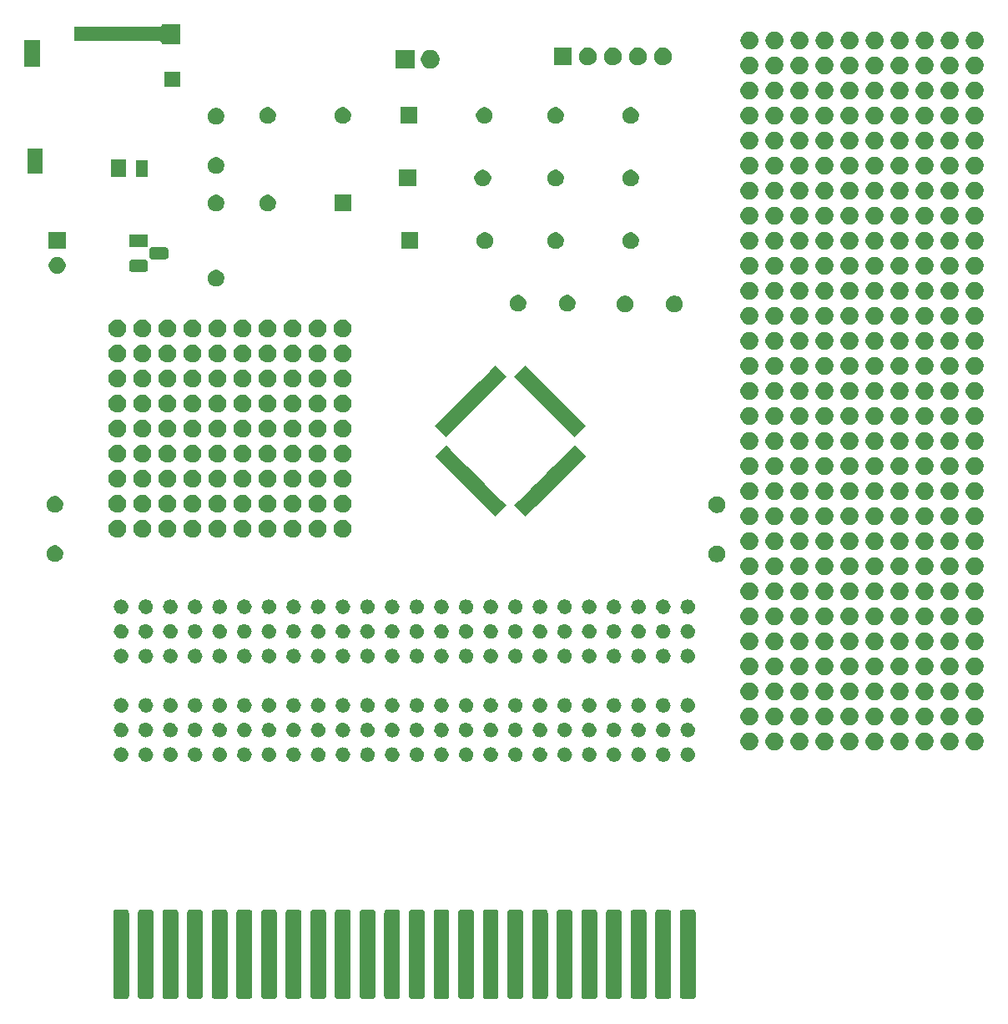
<source format=gbr>
G04 #@! TF.GenerationSoftware,KiCad,Pcbnew,(5.1.5)-3*
G04 #@! TF.CreationDate,2021-01-01T11:58:36-08:00*
G04 #@! TF.ProjectId,uknc_fdd_sds,756b6e63-5f66-4646-945f-7364732e6b69,rev?*
G04 #@! TF.SameCoordinates,Original*
G04 #@! TF.FileFunction,Soldermask,Top*
G04 #@! TF.FilePolarity,Negative*
%FSLAX46Y46*%
G04 Gerber Fmt 4.6, Leading zero omitted, Abs format (unit mm)*
G04 Created by KiCad (PCBNEW (5.1.5)-3) date 2021-01-01 11:58:36*
%MOMM*%
%LPD*%
G04 APERTURE LIST*
%ADD10C,1.000000*%
%ADD11C,0.100000*%
G04 APERTURE END LIST*
D10*
X161000000Y-62500000D02*
G75*
G03X161000000Y-62500000I-250000J0D01*
G01*
X158500000Y-62500000D02*
G75*
G03X158500000Y-62500000I-250000J0D01*
G01*
X156000000Y-62500000D02*
G75*
G03X156000000Y-62500000I-250000J0D01*
G01*
X153500000Y-62500000D02*
G75*
G03X153500000Y-62500000I-250000J0D01*
G01*
X151000000Y-62500000D02*
G75*
G03X151000000Y-62500000I-250000J0D01*
G01*
X148500000Y-62500000D02*
G75*
G03X148500000Y-62500000I-250000J0D01*
G01*
X146000000Y-62500000D02*
G75*
G03X146000000Y-62500000I-250000J0D01*
G01*
X143500000Y-62500000D02*
G75*
G03X143500000Y-62500000I-250000J0D01*
G01*
X141000000Y-62500000D02*
G75*
G03X141000000Y-62500000I-250000J0D01*
G01*
X138500000Y-62500000D02*
G75*
G03X138500000Y-62500000I-250000J0D01*
G01*
X136000000Y-62500000D02*
G75*
G03X136000000Y-62500000I-250000J0D01*
G01*
X133500000Y-62500000D02*
G75*
G03X133500000Y-62500000I-250000J0D01*
G01*
X131000000Y-62500000D02*
G75*
G03X131000000Y-62500000I-250000J0D01*
G01*
X128500000Y-62500000D02*
G75*
G03X128500000Y-62500000I-250000J0D01*
G01*
X126000000Y-62500000D02*
G75*
G03X126000000Y-62500000I-250000J0D01*
G01*
X123500000Y-62500000D02*
G75*
G03X123500000Y-62500000I-250000J0D01*
G01*
X121000000Y-62500000D02*
G75*
G03X121000000Y-62500000I-250000J0D01*
G01*
X118500000Y-62500000D02*
G75*
G03X118500000Y-62500000I-250000J0D01*
G01*
X116000000Y-62500000D02*
G75*
G03X116000000Y-62500000I-250000J0D01*
G01*
X113500000Y-62500000D02*
G75*
G03X113500000Y-62500000I-250000J0D01*
G01*
X111000000Y-62500000D02*
G75*
G03X111000000Y-62500000I-250000J0D01*
G01*
X108500000Y-62500000D02*
G75*
G03X108500000Y-62500000I-250000J0D01*
G01*
X106000000Y-62500000D02*
G75*
G03X106000000Y-62500000I-250000J0D01*
G01*
X161000000Y-72500000D02*
G75*
G03X161000000Y-72500000I-250000J0D01*
G01*
X158500000Y-72500000D02*
G75*
G03X158500000Y-72500000I-250000J0D01*
G01*
X156000000Y-72500000D02*
G75*
G03X156000000Y-72500000I-250000J0D01*
G01*
X153500000Y-72500000D02*
G75*
G03X153500000Y-72500000I-250000J0D01*
G01*
X151000000Y-72500000D02*
G75*
G03X151000000Y-72500000I-250000J0D01*
G01*
X148500000Y-72500000D02*
G75*
G03X148500000Y-72500000I-250000J0D01*
G01*
X146000000Y-72500000D02*
G75*
G03X146000000Y-72500000I-250000J0D01*
G01*
X143500000Y-72500000D02*
G75*
G03X143500000Y-72500000I-250000J0D01*
G01*
X141000000Y-72500000D02*
G75*
G03X141000000Y-72500000I-250000J0D01*
G01*
X138500000Y-72500000D02*
G75*
G03X138500000Y-72500000I-250000J0D01*
G01*
X136000000Y-72500000D02*
G75*
G03X136000000Y-72500000I-250000J0D01*
G01*
X133500000Y-72500000D02*
G75*
G03X133500000Y-72500000I-250000J0D01*
G01*
X131000000Y-72500000D02*
G75*
G03X131000000Y-72500000I-250000J0D01*
G01*
X128500000Y-72500000D02*
G75*
G03X128500000Y-72500000I-250000J0D01*
G01*
X126000000Y-72500000D02*
G75*
G03X126000000Y-72500000I-250000J0D01*
G01*
X123500000Y-72500000D02*
G75*
G03X123500000Y-72500000I-250000J0D01*
G01*
X121000000Y-72500000D02*
G75*
G03X121000000Y-72500000I-250000J0D01*
G01*
X118500000Y-72500000D02*
G75*
G03X118500000Y-72500000I-250000J0D01*
G01*
X116000000Y-72500000D02*
G75*
G03X116000000Y-72500000I-250000J0D01*
G01*
X113500000Y-72500000D02*
G75*
G03X113500000Y-72500000I-250000J0D01*
G01*
X111000000Y-72500000D02*
G75*
G03X111000000Y-72500000I-250000J0D01*
G01*
X108500000Y-72500000D02*
G75*
G03X108500000Y-72500000I-250000J0D01*
G01*
X106000000Y-72500000D02*
G75*
G03X106000000Y-72500000I-250000J0D01*
G01*
X161000000Y-70000000D02*
G75*
G03X161000000Y-70000000I-250000J0D01*
G01*
X158500000Y-70000000D02*
G75*
G03X158500000Y-70000000I-250000J0D01*
G01*
X156000000Y-70000000D02*
G75*
G03X156000000Y-70000000I-250000J0D01*
G01*
X153500000Y-70000000D02*
G75*
G03X153500000Y-70000000I-250000J0D01*
G01*
X151000000Y-70000000D02*
G75*
G03X151000000Y-70000000I-250000J0D01*
G01*
X148500000Y-70000000D02*
G75*
G03X148500000Y-70000000I-250000J0D01*
G01*
X146000000Y-70000000D02*
G75*
G03X146000000Y-70000000I-250000J0D01*
G01*
X143500000Y-70000000D02*
G75*
G03X143500000Y-70000000I-250000J0D01*
G01*
X141000000Y-70000000D02*
G75*
G03X141000000Y-70000000I-250000J0D01*
G01*
X138500000Y-70000000D02*
G75*
G03X138500000Y-70000000I-250000J0D01*
G01*
X136000000Y-70000000D02*
G75*
G03X136000000Y-70000000I-250000J0D01*
G01*
X133500000Y-70000000D02*
G75*
G03X133500000Y-70000000I-250000J0D01*
G01*
X131000000Y-70000000D02*
G75*
G03X131000000Y-70000000I-250000J0D01*
G01*
X128500000Y-70000000D02*
G75*
G03X128500000Y-70000000I-250000J0D01*
G01*
X126000000Y-70000000D02*
G75*
G03X126000000Y-70000000I-250000J0D01*
G01*
X123500000Y-70000000D02*
G75*
G03X123500000Y-70000000I-250000J0D01*
G01*
X121000000Y-70000000D02*
G75*
G03X121000000Y-70000000I-250000J0D01*
G01*
X118500000Y-70000000D02*
G75*
G03X118500000Y-70000000I-250000J0D01*
G01*
X116000000Y-70000000D02*
G75*
G03X116000000Y-70000000I-250000J0D01*
G01*
X113500000Y-70000000D02*
G75*
G03X113500000Y-70000000I-250000J0D01*
G01*
X111000000Y-70000000D02*
G75*
G03X111000000Y-70000000I-250000J0D01*
G01*
X108500000Y-70000000D02*
G75*
G03X108500000Y-70000000I-250000J0D01*
G01*
X106000000Y-70000000D02*
G75*
G03X106000000Y-70000000I-250000J0D01*
G01*
X161000000Y-60000000D02*
G75*
G03X161000000Y-60000000I-250000J0D01*
G01*
X158500000Y-60000000D02*
G75*
G03X158500000Y-60000000I-250000J0D01*
G01*
X156000000Y-60000000D02*
G75*
G03X156000000Y-60000000I-250000J0D01*
G01*
X153500000Y-60000000D02*
G75*
G03X153500000Y-60000000I-250000J0D01*
G01*
X151000000Y-60000000D02*
G75*
G03X151000000Y-60000000I-250000J0D01*
G01*
X148500000Y-60000000D02*
G75*
G03X148500000Y-60000000I-250000J0D01*
G01*
X146000000Y-60000000D02*
G75*
G03X146000000Y-60000000I-250000J0D01*
G01*
X143500000Y-60000000D02*
G75*
G03X143500000Y-60000000I-250000J0D01*
G01*
X141000000Y-60000000D02*
G75*
G03X141000000Y-60000000I-250000J0D01*
G01*
X138500000Y-60000000D02*
G75*
G03X138500000Y-60000000I-250000J0D01*
G01*
X136000000Y-60000000D02*
G75*
G03X136000000Y-60000000I-250000J0D01*
G01*
X133500000Y-60000000D02*
G75*
G03X133500000Y-60000000I-250000J0D01*
G01*
X131000000Y-60000000D02*
G75*
G03X131000000Y-60000000I-250000J0D01*
G01*
X128500000Y-60000000D02*
G75*
G03X128500000Y-60000000I-250000J0D01*
G01*
X126000000Y-60000000D02*
G75*
G03X126000000Y-60000000I-250000J0D01*
G01*
X123500000Y-60000000D02*
G75*
G03X123500000Y-60000000I-250000J0D01*
G01*
X121000000Y-60000000D02*
G75*
G03X121000000Y-60000000I-250000J0D01*
G01*
X118500000Y-60000000D02*
G75*
G03X118500000Y-60000000I-250000J0D01*
G01*
X116000000Y-60000000D02*
G75*
G03X116000000Y-60000000I-250000J0D01*
G01*
X113500000Y-60000000D02*
G75*
G03X113500000Y-60000000I-250000J0D01*
G01*
X111000000Y-60000000D02*
G75*
G03X111000000Y-60000000I-250000J0D01*
G01*
X108500000Y-60000000D02*
G75*
G03X108500000Y-60000000I-250000J0D01*
G01*
X106000000Y-60000000D02*
G75*
G03X106000000Y-60000000I-250000J0D01*
G01*
X161000000Y-65000000D02*
G75*
G03X161000000Y-65000000I-250000J0D01*
G01*
X158500000Y-65000000D02*
G75*
G03X158500000Y-65000000I-250000J0D01*
G01*
X156000000Y-65000000D02*
G75*
G03X156000000Y-65000000I-250000J0D01*
G01*
X153500000Y-65000000D02*
G75*
G03X153500000Y-65000000I-250000J0D01*
G01*
X151000000Y-65000000D02*
G75*
G03X151000000Y-65000000I-250000J0D01*
G01*
X148500000Y-65000000D02*
G75*
G03X148500000Y-65000000I-250000J0D01*
G01*
X146000000Y-65000000D02*
G75*
G03X146000000Y-65000000I-250000J0D01*
G01*
X143500000Y-65000000D02*
G75*
G03X143500000Y-65000000I-250000J0D01*
G01*
X141000000Y-65000000D02*
G75*
G03X141000000Y-65000000I-250000J0D01*
G01*
X138500000Y-65000000D02*
G75*
G03X138500000Y-65000000I-250000J0D01*
G01*
X136000000Y-65000000D02*
G75*
G03X136000000Y-65000000I-250000J0D01*
G01*
X133500000Y-65000000D02*
G75*
G03X133500000Y-65000000I-250000J0D01*
G01*
X131000000Y-65000000D02*
G75*
G03X131000000Y-65000000I-250000J0D01*
G01*
X128500000Y-65000000D02*
G75*
G03X128500000Y-65000000I-250000J0D01*
G01*
X126000000Y-65000000D02*
G75*
G03X126000000Y-65000000I-250000J0D01*
G01*
X123500000Y-65000000D02*
G75*
G03X123500000Y-65000000I-250000J0D01*
G01*
X121000000Y-65000000D02*
G75*
G03X121000000Y-65000000I-250000J0D01*
G01*
X118500000Y-65000000D02*
G75*
G03X118500000Y-65000000I-250000J0D01*
G01*
X116000000Y-65000000D02*
G75*
G03X116000000Y-65000000I-250000J0D01*
G01*
X113500000Y-65000000D02*
G75*
G03X113500000Y-65000000I-250000J0D01*
G01*
X111000000Y-65000000D02*
G75*
G03X111000000Y-65000000I-250000J0D01*
G01*
X108500000Y-65000000D02*
G75*
G03X108500000Y-65000000I-250000J0D01*
G01*
X106000000Y-65000000D02*
G75*
G03X106000000Y-65000000I-250000J0D01*
G01*
X161000000Y-75000000D02*
G75*
G03X161000000Y-75000000I-250000J0D01*
G01*
X158500000Y-75000000D02*
G75*
G03X158500000Y-75000000I-250000J0D01*
G01*
X156000000Y-75000000D02*
G75*
G03X156000000Y-75000000I-250000J0D01*
G01*
X153500000Y-75000000D02*
G75*
G03X153500000Y-75000000I-250000J0D01*
G01*
X151000000Y-75000000D02*
G75*
G03X151000000Y-75000000I-250000J0D01*
G01*
X148500000Y-75000000D02*
G75*
G03X148500000Y-75000000I-250000J0D01*
G01*
X146000000Y-75000000D02*
G75*
G03X146000000Y-75000000I-250000J0D01*
G01*
X143500000Y-75000000D02*
G75*
G03X143500000Y-75000000I-250000J0D01*
G01*
X141000000Y-75000000D02*
G75*
G03X141000000Y-75000000I-250000J0D01*
G01*
X138500000Y-75000000D02*
G75*
G03X138500000Y-75000000I-250000J0D01*
G01*
X136000000Y-75000000D02*
G75*
G03X136000000Y-75000000I-250000J0D01*
G01*
X133500000Y-75000000D02*
G75*
G03X133500000Y-75000000I-250000J0D01*
G01*
X131000000Y-75000000D02*
G75*
G03X131000000Y-75000000I-250000J0D01*
G01*
X128500000Y-75000000D02*
G75*
G03X128500000Y-75000000I-250000J0D01*
G01*
X126000000Y-75000000D02*
G75*
G03X126000000Y-75000000I-250000J0D01*
G01*
X123500000Y-75000000D02*
G75*
G03X123500000Y-75000000I-250000J0D01*
G01*
X121000000Y-75000000D02*
G75*
G03X121000000Y-75000000I-250000J0D01*
G01*
X118500000Y-75000000D02*
G75*
G03X118500000Y-75000000I-250000J0D01*
G01*
X116000000Y-75000000D02*
G75*
G03X116000000Y-75000000I-250000J0D01*
G01*
X113500000Y-75000000D02*
G75*
G03X113500000Y-75000000I-250000J0D01*
G01*
X111000000Y-75000000D02*
G75*
G03X111000000Y-75000000I-250000J0D01*
G01*
X108500000Y-75000000D02*
G75*
G03X108500000Y-75000000I-250000J0D01*
G01*
X106000000Y-75000000D02*
G75*
G03X106000000Y-75000000I-250000J0D01*
G01*
X103500000Y-60000000D02*
G75*
G03X103500000Y-60000000I-250000J0D01*
G01*
X103500000Y-62500000D02*
G75*
G03X103500000Y-62500000I-250000J0D01*
G01*
X103500000Y-70000000D02*
G75*
G03X103500000Y-70000000I-250000J0D01*
G01*
X103500000Y-72500000D02*
G75*
G03X103500000Y-72500000I-250000J0D01*
G01*
X103500000Y-65000000D02*
G75*
G03X103500000Y-65000000I-250000J0D01*
G01*
X103500000Y-75000000D02*
G75*
G03X103500000Y-75000000I-250000J0D01*
G01*
D11*
G36*
X158778704Y-90706285D02*
G01*
X158841975Y-90725478D01*
X158900292Y-90756650D01*
X158951404Y-90798596D01*
X158993350Y-90849708D01*
X159024522Y-90908025D01*
X159043715Y-90971296D01*
X159050800Y-91043238D01*
X159050800Y-99456762D01*
X159043715Y-99528704D01*
X159024522Y-99591975D01*
X158993350Y-99650292D01*
X158951404Y-99701404D01*
X158900292Y-99743350D01*
X158841975Y-99774522D01*
X158778704Y-99793715D01*
X158706762Y-99800800D01*
X157793238Y-99800800D01*
X157721296Y-99793715D01*
X157658025Y-99774522D01*
X157599708Y-99743350D01*
X157548596Y-99701404D01*
X157506650Y-99650292D01*
X157475478Y-99591975D01*
X157456285Y-99528704D01*
X157449200Y-99456762D01*
X157449200Y-91043238D01*
X157456285Y-90971296D01*
X157475478Y-90908025D01*
X157506650Y-90849708D01*
X157548596Y-90798596D01*
X157599708Y-90756650D01*
X157658025Y-90725478D01*
X157721296Y-90706285D01*
X157793238Y-90699200D01*
X158706762Y-90699200D01*
X158778704Y-90706285D01*
G37*
G36*
X128778704Y-90706285D02*
G01*
X128841975Y-90725478D01*
X128900292Y-90756650D01*
X128951404Y-90798596D01*
X128993350Y-90849708D01*
X129024522Y-90908025D01*
X129043715Y-90971296D01*
X129050800Y-91043238D01*
X129050800Y-99456762D01*
X129043715Y-99528704D01*
X129024522Y-99591975D01*
X128993350Y-99650292D01*
X128951404Y-99701404D01*
X128900292Y-99743350D01*
X128841975Y-99774522D01*
X128778704Y-99793715D01*
X128706762Y-99800800D01*
X127793238Y-99800800D01*
X127721296Y-99793715D01*
X127658025Y-99774522D01*
X127599708Y-99743350D01*
X127548596Y-99701404D01*
X127506650Y-99650292D01*
X127475478Y-99591975D01*
X127456285Y-99528704D01*
X127449200Y-99456762D01*
X127449200Y-91043238D01*
X127456285Y-90971296D01*
X127475478Y-90908025D01*
X127506650Y-90849708D01*
X127548596Y-90798596D01*
X127599708Y-90756650D01*
X127658025Y-90725478D01*
X127721296Y-90706285D01*
X127793238Y-90699200D01*
X128706762Y-90699200D01*
X128778704Y-90706285D01*
G37*
G36*
X161278704Y-90706285D02*
G01*
X161341975Y-90725478D01*
X161400292Y-90756650D01*
X161451404Y-90798596D01*
X161493350Y-90849708D01*
X161524522Y-90908025D01*
X161543715Y-90971296D01*
X161550800Y-91043238D01*
X161550800Y-99456762D01*
X161543715Y-99528704D01*
X161524522Y-99591975D01*
X161493350Y-99650292D01*
X161451404Y-99701404D01*
X161400292Y-99743350D01*
X161341975Y-99774522D01*
X161278704Y-99793715D01*
X161206762Y-99800800D01*
X160293238Y-99800800D01*
X160221296Y-99793715D01*
X160158025Y-99774522D01*
X160099708Y-99743350D01*
X160048596Y-99701404D01*
X160006650Y-99650292D01*
X159975478Y-99591975D01*
X159956285Y-99528704D01*
X159949200Y-99456762D01*
X159949200Y-91043238D01*
X159956285Y-90971296D01*
X159975478Y-90908025D01*
X160006650Y-90849708D01*
X160048596Y-90798596D01*
X160099708Y-90756650D01*
X160158025Y-90725478D01*
X160221296Y-90706285D01*
X160293238Y-90699200D01*
X161206762Y-90699200D01*
X161278704Y-90706285D01*
G37*
G36*
X103778704Y-90706285D02*
G01*
X103841975Y-90725478D01*
X103900292Y-90756650D01*
X103951404Y-90798596D01*
X103993350Y-90849708D01*
X104024522Y-90908025D01*
X104043715Y-90971296D01*
X104050800Y-91043238D01*
X104050800Y-99456762D01*
X104043715Y-99528704D01*
X104024522Y-99591975D01*
X103993350Y-99650292D01*
X103951404Y-99701404D01*
X103900292Y-99743350D01*
X103841975Y-99774522D01*
X103778704Y-99793715D01*
X103706762Y-99800800D01*
X102793238Y-99800800D01*
X102721296Y-99793715D01*
X102658025Y-99774522D01*
X102599708Y-99743350D01*
X102548596Y-99701404D01*
X102506650Y-99650292D01*
X102475478Y-99591975D01*
X102456285Y-99528704D01*
X102449200Y-99456762D01*
X102449200Y-91043238D01*
X102456285Y-90971296D01*
X102475478Y-90908025D01*
X102506650Y-90849708D01*
X102548596Y-90798596D01*
X102599708Y-90756650D01*
X102658025Y-90725478D01*
X102721296Y-90706285D01*
X102793238Y-90699200D01*
X103706762Y-90699200D01*
X103778704Y-90706285D01*
G37*
G36*
X106278704Y-90706285D02*
G01*
X106341975Y-90725478D01*
X106400292Y-90756650D01*
X106451404Y-90798596D01*
X106493350Y-90849708D01*
X106524522Y-90908025D01*
X106543715Y-90971296D01*
X106550800Y-91043238D01*
X106550800Y-99456762D01*
X106543715Y-99528704D01*
X106524522Y-99591975D01*
X106493350Y-99650292D01*
X106451404Y-99701404D01*
X106400292Y-99743350D01*
X106341975Y-99774522D01*
X106278704Y-99793715D01*
X106206762Y-99800800D01*
X105293238Y-99800800D01*
X105221296Y-99793715D01*
X105158025Y-99774522D01*
X105099708Y-99743350D01*
X105048596Y-99701404D01*
X105006650Y-99650292D01*
X104975478Y-99591975D01*
X104956285Y-99528704D01*
X104949200Y-99456762D01*
X104949200Y-91043238D01*
X104956285Y-90971296D01*
X104975478Y-90908025D01*
X105006650Y-90849708D01*
X105048596Y-90798596D01*
X105099708Y-90756650D01*
X105158025Y-90725478D01*
X105221296Y-90706285D01*
X105293238Y-90699200D01*
X106206762Y-90699200D01*
X106278704Y-90706285D01*
G37*
G36*
X108778704Y-90706285D02*
G01*
X108841975Y-90725478D01*
X108900292Y-90756650D01*
X108951404Y-90798596D01*
X108993350Y-90849708D01*
X109024522Y-90908025D01*
X109043715Y-90971296D01*
X109050800Y-91043238D01*
X109050800Y-99456762D01*
X109043715Y-99528704D01*
X109024522Y-99591975D01*
X108993350Y-99650292D01*
X108951404Y-99701404D01*
X108900292Y-99743350D01*
X108841975Y-99774522D01*
X108778704Y-99793715D01*
X108706762Y-99800800D01*
X107793238Y-99800800D01*
X107721296Y-99793715D01*
X107658025Y-99774522D01*
X107599708Y-99743350D01*
X107548596Y-99701404D01*
X107506650Y-99650292D01*
X107475478Y-99591975D01*
X107456285Y-99528704D01*
X107449200Y-99456762D01*
X107449200Y-91043238D01*
X107456285Y-90971296D01*
X107475478Y-90908025D01*
X107506650Y-90849708D01*
X107548596Y-90798596D01*
X107599708Y-90756650D01*
X107658025Y-90725478D01*
X107721296Y-90706285D01*
X107793238Y-90699200D01*
X108706762Y-90699200D01*
X108778704Y-90706285D01*
G37*
G36*
X111278704Y-90706285D02*
G01*
X111341975Y-90725478D01*
X111400292Y-90756650D01*
X111451404Y-90798596D01*
X111493350Y-90849708D01*
X111524522Y-90908025D01*
X111543715Y-90971296D01*
X111550800Y-91043238D01*
X111550800Y-99456762D01*
X111543715Y-99528704D01*
X111524522Y-99591975D01*
X111493350Y-99650292D01*
X111451404Y-99701404D01*
X111400292Y-99743350D01*
X111341975Y-99774522D01*
X111278704Y-99793715D01*
X111206762Y-99800800D01*
X110293238Y-99800800D01*
X110221296Y-99793715D01*
X110158025Y-99774522D01*
X110099708Y-99743350D01*
X110048596Y-99701404D01*
X110006650Y-99650292D01*
X109975478Y-99591975D01*
X109956285Y-99528704D01*
X109949200Y-99456762D01*
X109949200Y-91043238D01*
X109956285Y-90971296D01*
X109975478Y-90908025D01*
X110006650Y-90849708D01*
X110048596Y-90798596D01*
X110099708Y-90756650D01*
X110158025Y-90725478D01*
X110221296Y-90706285D01*
X110293238Y-90699200D01*
X111206762Y-90699200D01*
X111278704Y-90706285D01*
G37*
G36*
X113778704Y-90706285D02*
G01*
X113841975Y-90725478D01*
X113900292Y-90756650D01*
X113951404Y-90798596D01*
X113993350Y-90849708D01*
X114024522Y-90908025D01*
X114043715Y-90971296D01*
X114050800Y-91043238D01*
X114050800Y-99456762D01*
X114043715Y-99528704D01*
X114024522Y-99591975D01*
X113993350Y-99650292D01*
X113951404Y-99701404D01*
X113900292Y-99743350D01*
X113841975Y-99774522D01*
X113778704Y-99793715D01*
X113706762Y-99800800D01*
X112793238Y-99800800D01*
X112721296Y-99793715D01*
X112658025Y-99774522D01*
X112599708Y-99743350D01*
X112548596Y-99701404D01*
X112506650Y-99650292D01*
X112475478Y-99591975D01*
X112456285Y-99528704D01*
X112449200Y-99456762D01*
X112449200Y-91043238D01*
X112456285Y-90971296D01*
X112475478Y-90908025D01*
X112506650Y-90849708D01*
X112548596Y-90798596D01*
X112599708Y-90756650D01*
X112658025Y-90725478D01*
X112721296Y-90706285D01*
X112793238Y-90699200D01*
X113706762Y-90699200D01*
X113778704Y-90706285D01*
G37*
G36*
X116278704Y-90706285D02*
G01*
X116341975Y-90725478D01*
X116400292Y-90756650D01*
X116451404Y-90798596D01*
X116493350Y-90849708D01*
X116524522Y-90908025D01*
X116543715Y-90971296D01*
X116550800Y-91043238D01*
X116550800Y-99456762D01*
X116543715Y-99528704D01*
X116524522Y-99591975D01*
X116493350Y-99650292D01*
X116451404Y-99701404D01*
X116400292Y-99743350D01*
X116341975Y-99774522D01*
X116278704Y-99793715D01*
X116206762Y-99800800D01*
X115293238Y-99800800D01*
X115221296Y-99793715D01*
X115158025Y-99774522D01*
X115099708Y-99743350D01*
X115048596Y-99701404D01*
X115006650Y-99650292D01*
X114975478Y-99591975D01*
X114956285Y-99528704D01*
X114949200Y-99456762D01*
X114949200Y-91043238D01*
X114956285Y-90971296D01*
X114975478Y-90908025D01*
X115006650Y-90849708D01*
X115048596Y-90798596D01*
X115099708Y-90756650D01*
X115158025Y-90725478D01*
X115221296Y-90706285D01*
X115293238Y-90699200D01*
X116206762Y-90699200D01*
X116278704Y-90706285D01*
G37*
G36*
X118778704Y-90706285D02*
G01*
X118841975Y-90725478D01*
X118900292Y-90756650D01*
X118951404Y-90798596D01*
X118993350Y-90849708D01*
X119024522Y-90908025D01*
X119043715Y-90971296D01*
X119050800Y-91043238D01*
X119050800Y-99456762D01*
X119043715Y-99528704D01*
X119024522Y-99591975D01*
X118993350Y-99650292D01*
X118951404Y-99701404D01*
X118900292Y-99743350D01*
X118841975Y-99774522D01*
X118778704Y-99793715D01*
X118706762Y-99800800D01*
X117793238Y-99800800D01*
X117721296Y-99793715D01*
X117658025Y-99774522D01*
X117599708Y-99743350D01*
X117548596Y-99701404D01*
X117506650Y-99650292D01*
X117475478Y-99591975D01*
X117456285Y-99528704D01*
X117449200Y-99456762D01*
X117449200Y-91043238D01*
X117456285Y-90971296D01*
X117475478Y-90908025D01*
X117506650Y-90849708D01*
X117548596Y-90798596D01*
X117599708Y-90756650D01*
X117658025Y-90725478D01*
X117721296Y-90706285D01*
X117793238Y-90699200D01*
X118706762Y-90699200D01*
X118778704Y-90706285D01*
G37*
G36*
X121278704Y-90706285D02*
G01*
X121341975Y-90725478D01*
X121400292Y-90756650D01*
X121451404Y-90798596D01*
X121493350Y-90849708D01*
X121524522Y-90908025D01*
X121543715Y-90971296D01*
X121550800Y-91043238D01*
X121550800Y-99456762D01*
X121543715Y-99528704D01*
X121524522Y-99591975D01*
X121493350Y-99650292D01*
X121451404Y-99701404D01*
X121400292Y-99743350D01*
X121341975Y-99774522D01*
X121278704Y-99793715D01*
X121206762Y-99800800D01*
X120293238Y-99800800D01*
X120221296Y-99793715D01*
X120158025Y-99774522D01*
X120099708Y-99743350D01*
X120048596Y-99701404D01*
X120006650Y-99650292D01*
X119975478Y-99591975D01*
X119956285Y-99528704D01*
X119949200Y-99456762D01*
X119949200Y-91043238D01*
X119956285Y-90971296D01*
X119975478Y-90908025D01*
X120006650Y-90849708D01*
X120048596Y-90798596D01*
X120099708Y-90756650D01*
X120158025Y-90725478D01*
X120221296Y-90706285D01*
X120293238Y-90699200D01*
X121206762Y-90699200D01*
X121278704Y-90706285D01*
G37*
G36*
X123778704Y-90706285D02*
G01*
X123841975Y-90725478D01*
X123900292Y-90756650D01*
X123951404Y-90798596D01*
X123993350Y-90849708D01*
X124024522Y-90908025D01*
X124043715Y-90971296D01*
X124050800Y-91043238D01*
X124050800Y-99456762D01*
X124043715Y-99528704D01*
X124024522Y-99591975D01*
X123993350Y-99650292D01*
X123951404Y-99701404D01*
X123900292Y-99743350D01*
X123841975Y-99774522D01*
X123778704Y-99793715D01*
X123706762Y-99800800D01*
X122793238Y-99800800D01*
X122721296Y-99793715D01*
X122658025Y-99774522D01*
X122599708Y-99743350D01*
X122548596Y-99701404D01*
X122506650Y-99650292D01*
X122475478Y-99591975D01*
X122456285Y-99528704D01*
X122449200Y-99456762D01*
X122449200Y-91043238D01*
X122456285Y-90971296D01*
X122475478Y-90908025D01*
X122506650Y-90849708D01*
X122548596Y-90798596D01*
X122599708Y-90756650D01*
X122658025Y-90725478D01*
X122721296Y-90706285D01*
X122793238Y-90699200D01*
X123706762Y-90699200D01*
X123778704Y-90706285D01*
G37*
G36*
X126278704Y-90706285D02*
G01*
X126341975Y-90725478D01*
X126400292Y-90756650D01*
X126451404Y-90798596D01*
X126493350Y-90849708D01*
X126524522Y-90908025D01*
X126543715Y-90971296D01*
X126550800Y-91043238D01*
X126550800Y-99456762D01*
X126543715Y-99528704D01*
X126524522Y-99591975D01*
X126493350Y-99650292D01*
X126451404Y-99701404D01*
X126400292Y-99743350D01*
X126341975Y-99774522D01*
X126278704Y-99793715D01*
X126206762Y-99800800D01*
X125293238Y-99800800D01*
X125221296Y-99793715D01*
X125158025Y-99774522D01*
X125099708Y-99743350D01*
X125048596Y-99701404D01*
X125006650Y-99650292D01*
X124975478Y-99591975D01*
X124956285Y-99528704D01*
X124949200Y-99456762D01*
X124949200Y-91043238D01*
X124956285Y-90971296D01*
X124975478Y-90908025D01*
X125006650Y-90849708D01*
X125048596Y-90798596D01*
X125099708Y-90756650D01*
X125158025Y-90725478D01*
X125221296Y-90706285D01*
X125293238Y-90699200D01*
X126206762Y-90699200D01*
X126278704Y-90706285D01*
G37*
G36*
X131278704Y-90706285D02*
G01*
X131341975Y-90725478D01*
X131400292Y-90756650D01*
X131451404Y-90798596D01*
X131493350Y-90849708D01*
X131524522Y-90908025D01*
X131543715Y-90971296D01*
X131550800Y-91043238D01*
X131550800Y-99456762D01*
X131543715Y-99528704D01*
X131524522Y-99591975D01*
X131493350Y-99650292D01*
X131451404Y-99701404D01*
X131400292Y-99743350D01*
X131341975Y-99774522D01*
X131278704Y-99793715D01*
X131206762Y-99800800D01*
X130293238Y-99800800D01*
X130221296Y-99793715D01*
X130158025Y-99774522D01*
X130099708Y-99743350D01*
X130048596Y-99701404D01*
X130006650Y-99650292D01*
X129975478Y-99591975D01*
X129956285Y-99528704D01*
X129949200Y-99456762D01*
X129949200Y-91043238D01*
X129956285Y-90971296D01*
X129975478Y-90908025D01*
X130006650Y-90849708D01*
X130048596Y-90798596D01*
X130099708Y-90756650D01*
X130158025Y-90725478D01*
X130221296Y-90706285D01*
X130293238Y-90699200D01*
X131206762Y-90699200D01*
X131278704Y-90706285D01*
G37*
G36*
X133778704Y-90706285D02*
G01*
X133841975Y-90725478D01*
X133900292Y-90756650D01*
X133951404Y-90798596D01*
X133993350Y-90849708D01*
X134024522Y-90908025D01*
X134043715Y-90971296D01*
X134050800Y-91043238D01*
X134050800Y-99456762D01*
X134043715Y-99528704D01*
X134024522Y-99591975D01*
X133993350Y-99650292D01*
X133951404Y-99701404D01*
X133900292Y-99743350D01*
X133841975Y-99774522D01*
X133778704Y-99793715D01*
X133706762Y-99800800D01*
X132793238Y-99800800D01*
X132721296Y-99793715D01*
X132658025Y-99774522D01*
X132599708Y-99743350D01*
X132548596Y-99701404D01*
X132506650Y-99650292D01*
X132475478Y-99591975D01*
X132456285Y-99528704D01*
X132449200Y-99456762D01*
X132449200Y-91043238D01*
X132456285Y-90971296D01*
X132475478Y-90908025D01*
X132506650Y-90849708D01*
X132548596Y-90798596D01*
X132599708Y-90756650D01*
X132658025Y-90725478D01*
X132721296Y-90706285D01*
X132793238Y-90699200D01*
X133706762Y-90699200D01*
X133778704Y-90706285D01*
G37*
G36*
X136278704Y-90706285D02*
G01*
X136341975Y-90725478D01*
X136400292Y-90756650D01*
X136451404Y-90798596D01*
X136493350Y-90849708D01*
X136524522Y-90908025D01*
X136543715Y-90971296D01*
X136550800Y-91043238D01*
X136550800Y-99456762D01*
X136543715Y-99528704D01*
X136524522Y-99591975D01*
X136493350Y-99650292D01*
X136451404Y-99701404D01*
X136400292Y-99743350D01*
X136341975Y-99774522D01*
X136278704Y-99793715D01*
X136206762Y-99800800D01*
X135293238Y-99800800D01*
X135221296Y-99793715D01*
X135158025Y-99774522D01*
X135099708Y-99743350D01*
X135048596Y-99701404D01*
X135006650Y-99650292D01*
X134975478Y-99591975D01*
X134956285Y-99528704D01*
X134949200Y-99456762D01*
X134949200Y-91043238D01*
X134956285Y-90971296D01*
X134975478Y-90908025D01*
X135006650Y-90849708D01*
X135048596Y-90798596D01*
X135099708Y-90756650D01*
X135158025Y-90725478D01*
X135221296Y-90706285D01*
X135293238Y-90699200D01*
X136206762Y-90699200D01*
X136278704Y-90706285D01*
G37*
G36*
X138778704Y-90706285D02*
G01*
X138841975Y-90725478D01*
X138900292Y-90756650D01*
X138951404Y-90798596D01*
X138993350Y-90849708D01*
X139024522Y-90908025D01*
X139043715Y-90971296D01*
X139050800Y-91043238D01*
X139050800Y-99456762D01*
X139043715Y-99528704D01*
X139024522Y-99591975D01*
X138993350Y-99650292D01*
X138951404Y-99701404D01*
X138900292Y-99743350D01*
X138841975Y-99774522D01*
X138778704Y-99793715D01*
X138706762Y-99800800D01*
X137793238Y-99800800D01*
X137721296Y-99793715D01*
X137658025Y-99774522D01*
X137599708Y-99743350D01*
X137548596Y-99701404D01*
X137506650Y-99650292D01*
X137475478Y-99591975D01*
X137456285Y-99528704D01*
X137449200Y-99456762D01*
X137449200Y-91043238D01*
X137456285Y-90971296D01*
X137475478Y-90908025D01*
X137506650Y-90849708D01*
X137548596Y-90798596D01*
X137599708Y-90756650D01*
X137658025Y-90725478D01*
X137721296Y-90706285D01*
X137793238Y-90699200D01*
X138706762Y-90699200D01*
X138778704Y-90706285D01*
G37*
G36*
X141278704Y-90706285D02*
G01*
X141341975Y-90725478D01*
X141400292Y-90756650D01*
X141451404Y-90798596D01*
X141493350Y-90849708D01*
X141524522Y-90908025D01*
X141543715Y-90971296D01*
X141550800Y-91043238D01*
X141550800Y-99456762D01*
X141543715Y-99528704D01*
X141524522Y-99591975D01*
X141493350Y-99650292D01*
X141451404Y-99701404D01*
X141400292Y-99743350D01*
X141341975Y-99774522D01*
X141278704Y-99793715D01*
X141206762Y-99800800D01*
X140293238Y-99800800D01*
X140221296Y-99793715D01*
X140158025Y-99774522D01*
X140099708Y-99743350D01*
X140048596Y-99701404D01*
X140006650Y-99650292D01*
X139975478Y-99591975D01*
X139956285Y-99528704D01*
X139949200Y-99456762D01*
X139949200Y-91043238D01*
X139956285Y-90971296D01*
X139975478Y-90908025D01*
X140006650Y-90849708D01*
X140048596Y-90798596D01*
X140099708Y-90756650D01*
X140158025Y-90725478D01*
X140221296Y-90706285D01*
X140293238Y-90699200D01*
X141206762Y-90699200D01*
X141278704Y-90706285D01*
G37*
G36*
X143778704Y-90706285D02*
G01*
X143841975Y-90725478D01*
X143900292Y-90756650D01*
X143951404Y-90798596D01*
X143993350Y-90849708D01*
X144024522Y-90908025D01*
X144043715Y-90971296D01*
X144050800Y-91043238D01*
X144050800Y-99456762D01*
X144043715Y-99528704D01*
X144024522Y-99591975D01*
X143993350Y-99650292D01*
X143951404Y-99701404D01*
X143900292Y-99743350D01*
X143841975Y-99774522D01*
X143778704Y-99793715D01*
X143706762Y-99800800D01*
X142793238Y-99800800D01*
X142721296Y-99793715D01*
X142658025Y-99774522D01*
X142599708Y-99743350D01*
X142548596Y-99701404D01*
X142506650Y-99650292D01*
X142475478Y-99591975D01*
X142456285Y-99528704D01*
X142449200Y-99456762D01*
X142449200Y-91043238D01*
X142456285Y-90971296D01*
X142475478Y-90908025D01*
X142506650Y-90849708D01*
X142548596Y-90798596D01*
X142599708Y-90756650D01*
X142658025Y-90725478D01*
X142721296Y-90706285D01*
X142793238Y-90699200D01*
X143706762Y-90699200D01*
X143778704Y-90706285D01*
G37*
G36*
X146278704Y-90706285D02*
G01*
X146341975Y-90725478D01*
X146400292Y-90756650D01*
X146451404Y-90798596D01*
X146493350Y-90849708D01*
X146524522Y-90908025D01*
X146543715Y-90971296D01*
X146550800Y-91043238D01*
X146550800Y-99456762D01*
X146543715Y-99528704D01*
X146524522Y-99591975D01*
X146493350Y-99650292D01*
X146451404Y-99701404D01*
X146400292Y-99743350D01*
X146341975Y-99774522D01*
X146278704Y-99793715D01*
X146206762Y-99800800D01*
X145293238Y-99800800D01*
X145221296Y-99793715D01*
X145158025Y-99774522D01*
X145099708Y-99743350D01*
X145048596Y-99701404D01*
X145006650Y-99650292D01*
X144975478Y-99591975D01*
X144956285Y-99528704D01*
X144949200Y-99456762D01*
X144949200Y-91043238D01*
X144956285Y-90971296D01*
X144975478Y-90908025D01*
X145006650Y-90849708D01*
X145048596Y-90798596D01*
X145099708Y-90756650D01*
X145158025Y-90725478D01*
X145221296Y-90706285D01*
X145293238Y-90699200D01*
X146206762Y-90699200D01*
X146278704Y-90706285D01*
G37*
G36*
X148778704Y-90706285D02*
G01*
X148841975Y-90725478D01*
X148900292Y-90756650D01*
X148951404Y-90798596D01*
X148993350Y-90849708D01*
X149024522Y-90908025D01*
X149043715Y-90971296D01*
X149050800Y-91043238D01*
X149050800Y-99456762D01*
X149043715Y-99528704D01*
X149024522Y-99591975D01*
X148993350Y-99650292D01*
X148951404Y-99701404D01*
X148900292Y-99743350D01*
X148841975Y-99774522D01*
X148778704Y-99793715D01*
X148706762Y-99800800D01*
X147793238Y-99800800D01*
X147721296Y-99793715D01*
X147658025Y-99774522D01*
X147599708Y-99743350D01*
X147548596Y-99701404D01*
X147506650Y-99650292D01*
X147475478Y-99591975D01*
X147456285Y-99528704D01*
X147449200Y-99456762D01*
X147449200Y-91043238D01*
X147456285Y-90971296D01*
X147475478Y-90908025D01*
X147506650Y-90849708D01*
X147548596Y-90798596D01*
X147599708Y-90756650D01*
X147658025Y-90725478D01*
X147721296Y-90706285D01*
X147793238Y-90699200D01*
X148706762Y-90699200D01*
X148778704Y-90706285D01*
G37*
G36*
X151278704Y-90706285D02*
G01*
X151341975Y-90725478D01*
X151400292Y-90756650D01*
X151451404Y-90798596D01*
X151493350Y-90849708D01*
X151524522Y-90908025D01*
X151543715Y-90971296D01*
X151550800Y-91043238D01*
X151550800Y-99456762D01*
X151543715Y-99528704D01*
X151524522Y-99591975D01*
X151493350Y-99650292D01*
X151451404Y-99701404D01*
X151400292Y-99743350D01*
X151341975Y-99774522D01*
X151278704Y-99793715D01*
X151206762Y-99800800D01*
X150293238Y-99800800D01*
X150221296Y-99793715D01*
X150158025Y-99774522D01*
X150099708Y-99743350D01*
X150048596Y-99701404D01*
X150006650Y-99650292D01*
X149975478Y-99591975D01*
X149956285Y-99528704D01*
X149949200Y-99456762D01*
X149949200Y-91043238D01*
X149956285Y-90971296D01*
X149975478Y-90908025D01*
X150006650Y-90849708D01*
X150048596Y-90798596D01*
X150099708Y-90756650D01*
X150158025Y-90725478D01*
X150221296Y-90706285D01*
X150293238Y-90699200D01*
X151206762Y-90699200D01*
X151278704Y-90706285D01*
G37*
G36*
X153778704Y-90706285D02*
G01*
X153841975Y-90725478D01*
X153900292Y-90756650D01*
X153951404Y-90798596D01*
X153993350Y-90849708D01*
X154024522Y-90908025D01*
X154043715Y-90971296D01*
X154050800Y-91043238D01*
X154050800Y-99456762D01*
X154043715Y-99528704D01*
X154024522Y-99591975D01*
X153993350Y-99650292D01*
X153951404Y-99701404D01*
X153900292Y-99743350D01*
X153841975Y-99774522D01*
X153778704Y-99793715D01*
X153706762Y-99800800D01*
X152793238Y-99800800D01*
X152721296Y-99793715D01*
X152658025Y-99774522D01*
X152599708Y-99743350D01*
X152548596Y-99701404D01*
X152506650Y-99650292D01*
X152475478Y-99591975D01*
X152456285Y-99528704D01*
X152449200Y-99456762D01*
X152449200Y-91043238D01*
X152456285Y-90971296D01*
X152475478Y-90908025D01*
X152506650Y-90849708D01*
X152548596Y-90798596D01*
X152599708Y-90756650D01*
X152658025Y-90725478D01*
X152721296Y-90706285D01*
X152793238Y-90699200D01*
X153706762Y-90699200D01*
X153778704Y-90706285D01*
G37*
G36*
X156278704Y-90706285D02*
G01*
X156341975Y-90725478D01*
X156400292Y-90756650D01*
X156451404Y-90798596D01*
X156493350Y-90849708D01*
X156524522Y-90908025D01*
X156543715Y-90971296D01*
X156550800Y-91043238D01*
X156550800Y-99456762D01*
X156543715Y-99528704D01*
X156524522Y-99591975D01*
X156493350Y-99650292D01*
X156451404Y-99701404D01*
X156400292Y-99743350D01*
X156341975Y-99774522D01*
X156278704Y-99793715D01*
X156206762Y-99800800D01*
X155293238Y-99800800D01*
X155221296Y-99793715D01*
X155158025Y-99774522D01*
X155099708Y-99743350D01*
X155048596Y-99701404D01*
X155006650Y-99650292D01*
X154975478Y-99591975D01*
X154956285Y-99528704D01*
X154949200Y-99456762D01*
X154949200Y-91043238D01*
X154956285Y-90971296D01*
X154975478Y-90908025D01*
X155006650Y-90849708D01*
X155048596Y-90798596D01*
X155099708Y-90756650D01*
X155158025Y-90725478D01*
X155221296Y-90706285D01*
X155293238Y-90699200D01*
X156206762Y-90699200D01*
X156278704Y-90706285D01*
G37*
G36*
X177278512Y-72763927D02*
G01*
X177427812Y-72793624D01*
X177591784Y-72861544D01*
X177739354Y-72960147D01*
X177864853Y-73085646D01*
X177963456Y-73233216D01*
X178031376Y-73397188D01*
X178066000Y-73571259D01*
X178066000Y-73748741D01*
X178031376Y-73922812D01*
X177963456Y-74086784D01*
X177864853Y-74234354D01*
X177739354Y-74359853D01*
X177591784Y-74458456D01*
X177427812Y-74526376D01*
X177278512Y-74556073D01*
X177253742Y-74561000D01*
X177076258Y-74561000D01*
X177051488Y-74556073D01*
X176902188Y-74526376D01*
X176738216Y-74458456D01*
X176590646Y-74359853D01*
X176465147Y-74234354D01*
X176366544Y-74086784D01*
X176298624Y-73922812D01*
X176264000Y-73748741D01*
X176264000Y-73571259D01*
X176298624Y-73397188D01*
X176366544Y-73233216D01*
X176465147Y-73085646D01*
X176590646Y-72960147D01*
X176738216Y-72861544D01*
X176902188Y-72793624D01*
X177051488Y-72763927D01*
X177076258Y-72759000D01*
X177253742Y-72759000D01*
X177278512Y-72763927D01*
G37*
G36*
X167118512Y-72763927D02*
G01*
X167267812Y-72793624D01*
X167431784Y-72861544D01*
X167579354Y-72960147D01*
X167704853Y-73085646D01*
X167803456Y-73233216D01*
X167871376Y-73397188D01*
X167906000Y-73571259D01*
X167906000Y-73748741D01*
X167871376Y-73922812D01*
X167803456Y-74086784D01*
X167704853Y-74234354D01*
X167579354Y-74359853D01*
X167431784Y-74458456D01*
X167267812Y-74526376D01*
X167118512Y-74556073D01*
X167093742Y-74561000D01*
X166916258Y-74561000D01*
X166891488Y-74556073D01*
X166742188Y-74526376D01*
X166578216Y-74458456D01*
X166430646Y-74359853D01*
X166305147Y-74234354D01*
X166206544Y-74086784D01*
X166138624Y-73922812D01*
X166104000Y-73748741D01*
X166104000Y-73571259D01*
X166138624Y-73397188D01*
X166206544Y-73233216D01*
X166305147Y-73085646D01*
X166430646Y-72960147D01*
X166578216Y-72861544D01*
X166742188Y-72793624D01*
X166891488Y-72763927D01*
X166916258Y-72759000D01*
X167093742Y-72759000D01*
X167118512Y-72763927D01*
G37*
G36*
X169658512Y-72763927D02*
G01*
X169807812Y-72793624D01*
X169971784Y-72861544D01*
X170119354Y-72960147D01*
X170244853Y-73085646D01*
X170343456Y-73233216D01*
X170411376Y-73397188D01*
X170446000Y-73571259D01*
X170446000Y-73748741D01*
X170411376Y-73922812D01*
X170343456Y-74086784D01*
X170244853Y-74234354D01*
X170119354Y-74359853D01*
X169971784Y-74458456D01*
X169807812Y-74526376D01*
X169658512Y-74556073D01*
X169633742Y-74561000D01*
X169456258Y-74561000D01*
X169431488Y-74556073D01*
X169282188Y-74526376D01*
X169118216Y-74458456D01*
X168970646Y-74359853D01*
X168845147Y-74234354D01*
X168746544Y-74086784D01*
X168678624Y-73922812D01*
X168644000Y-73748741D01*
X168644000Y-73571259D01*
X168678624Y-73397188D01*
X168746544Y-73233216D01*
X168845147Y-73085646D01*
X168970646Y-72960147D01*
X169118216Y-72861544D01*
X169282188Y-72793624D01*
X169431488Y-72763927D01*
X169456258Y-72759000D01*
X169633742Y-72759000D01*
X169658512Y-72763927D01*
G37*
G36*
X172198512Y-72763927D02*
G01*
X172347812Y-72793624D01*
X172511784Y-72861544D01*
X172659354Y-72960147D01*
X172784853Y-73085646D01*
X172883456Y-73233216D01*
X172951376Y-73397188D01*
X172986000Y-73571259D01*
X172986000Y-73748741D01*
X172951376Y-73922812D01*
X172883456Y-74086784D01*
X172784853Y-74234354D01*
X172659354Y-74359853D01*
X172511784Y-74458456D01*
X172347812Y-74526376D01*
X172198512Y-74556073D01*
X172173742Y-74561000D01*
X171996258Y-74561000D01*
X171971488Y-74556073D01*
X171822188Y-74526376D01*
X171658216Y-74458456D01*
X171510646Y-74359853D01*
X171385147Y-74234354D01*
X171286544Y-74086784D01*
X171218624Y-73922812D01*
X171184000Y-73748741D01*
X171184000Y-73571259D01*
X171218624Y-73397188D01*
X171286544Y-73233216D01*
X171385147Y-73085646D01*
X171510646Y-72960147D01*
X171658216Y-72861544D01*
X171822188Y-72793624D01*
X171971488Y-72763927D01*
X171996258Y-72759000D01*
X172173742Y-72759000D01*
X172198512Y-72763927D01*
G37*
G36*
X174738512Y-72763927D02*
G01*
X174887812Y-72793624D01*
X175051784Y-72861544D01*
X175199354Y-72960147D01*
X175324853Y-73085646D01*
X175423456Y-73233216D01*
X175491376Y-73397188D01*
X175526000Y-73571259D01*
X175526000Y-73748741D01*
X175491376Y-73922812D01*
X175423456Y-74086784D01*
X175324853Y-74234354D01*
X175199354Y-74359853D01*
X175051784Y-74458456D01*
X174887812Y-74526376D01*
X174738512Y-74556073D01*
X174713742Y-74561000D01*
X174536258Y-74561000D01*
X174511488Y-74556073D01*
X174362188Y-74526376D01*
X174198216Y-74458456D01*
X174050646Y-74359853D01*
X173925147Y-74234354D01*
X173826544Y-74086784D01*
X173758624Y-73922812D01*
X173724000Y-73748741D01*
X173724000Y-73571259D01*
X173758624Y-73397188D01*
X173826544Y-73233216D01*
X173925147Y-73085646D01*
X174050646Y-72960147D01*
X174198216Y-72861544D01*
X174362188Y-72793624D01*
X174511488Y-72763927D01*
X174536258Y-72759000D01*
X174713742Y-72759000D01*
X174738512Y-72763927D01*
G37*
G36*
X179818512Y-72763927D02*
G01*
X179967812Y-72793624D01*
X180131784Y-72861544D01*
X180279354Y-72960147D01*
X180404853Y-73085646D01*
X180503456Y-73233216D01*
X180571376Y-73397188D01*
X180606000Y-73571259D01*
X180606000Y-73748741D01*
X180571376Y-73922812D01*
X180503456Y-74086784D01*
X180404853Y-74234354D01*
X180279354Y-74359853D01*
X180131784Y-74458456D01*
X179967812Y-74526376D01*
X179818512Y-74556073D01*
X179793742Y-74561000D01*
X179616258Y-74561000D01*
X179591488Y-74556073D01*
X179442188Y-74526376D01*
X179278216Y-74458456D01*
X179130646Y-74359853D01*
X179005147Y-74234354D01*
X178906544Y-74086784D01*
X178838624Y-73922812D01*
X178804000Y-73748741D01*
X178804000Y-73571259D01*
X178838624Y-73397188D01*
X178906544Y-73233216D01*
X179005147Y-73085646D01*
X179130646Y-72960147D01*
X179278216Y-72861544D01*
X179442188Y-72793624D01*
X179591488Y-72763927D01*
X179616258Y-72759000D01*
X179793742Y-72759000D01*
X179818512Y-72763927D01*
G37*
G36*
X182358512Y-72763927D02*
G01*
X182507812Y-72793624D01*
X182671784Y-72861544D01*
X182819354Y-72960147D01*
X182944853Y-73085646D01*
X183043456Y-73233216D01*
X183111376Y-73397188D01*
X183146000Y-73571259D01*
X183146000Y-73748741D01*
X183111376Y-73922812D01*
X183043456Y-74086784D01*
X182944853Y-74234354D01*
X182819354Y-74359853D01*
X182671784Y-74458456D01*
X182507812Y-74526376D01*
X182358512Y-74556073D01*
X182333742Y-74561000D01*
X182156258Y-74561000D01*
X182131488Y-74556073D01*
X181982188Y-74526376D01*
X181818216Y-74458456D01*
X181670646Y-74359853D01*
X181545147Y-74234354D01*
X181446544Y-74086784D01*
X181378624Y-73922812D01*
X181344000Y-73748741D01*
X181344000Y-73571259D01*
X181378624Y-73397188D01*
X181446544Y-73233216D01*
X181545147Y-73085646D01*
X181670646Y-72960147D01*
X181818216Y-72861544D01*
X181982188Y-72793624D01*
X182131488Y-72763927D01*
X182156258Y-72759000D01*
X182333742Y-72759000D01*
X182358512Y-72763927D01*
G37*
G36*
X184898512Y-72763927D02*
G01*
X185047812Y-72793624D01*
X185211784Y-72861544D01*
X185359354Y-72960147D01*
X185484853Y-73085646D01*
X185583456Y-73233216D01*
X185651376Y-73397188D01*
X185686000Y-73571259D01*
X185686000Y-73748741D01*
X185651376Y-73922812D01*
X185583456Y-74086784D01*
X185484853Y-74234354D01*
X185359354Y-74359853D01*
X185211784Y-74458456D01*
X185047812Y-74526376D01*
X184898512Y-74556073D01*
X184873742Y-74561000D01*
X184696258Y-74561000D01*
X184671488Y-74556073D01*
X184522188Y-74526376D01*
X184358216Y-74458456D01*
X184210646Y-74359853D01*
X184085147Y-74234354D01*
X183986544Y-74086784D01*
X183918624Y-73922812D01*
X183884000Y-73748741D01*
X183884000Y-73571259D01*
X183918624Y-73397188D01*
X183986544Y-73233216D01*
X184085147Y-73085646D01*
X184210646Y-72960147D01*
X184358216Y-72861544D01*
X184522188Y-72793624D01*
X184671488Y-72763927D01*
X184696258Y-72759000D01*
X184873742Y-72759000D01*
X184898512Y-72763927D01*
G37*
G36*
X187438512Y-72763927D02*
G01*
X187587812Y-72793624D01*
X187751784Y-72861544D01*
X187899354Y-72960147D01*
X188024853Y-73085646D01*
X188123456Y-73233216D01*
X188191376Y-73397188D01*
X188226000Y-73571259D01*
X188226000Y-73748741D01*
X188191376Y-73922812D01*
X188123456Y-74086784D01*
X188024853Y-74234354D01*
X187899354Y-74359853D01*
X187751784Y-74458456D01*
X187587812Y-74526376D01*
X187438512Y-74556073D01*
X187413742Y-74561000D01*
X187236258Y-74561000D01*
X187211488Y-74556073D01*
X187062188Y-74526376D01*
X186898216Y-74458456D01*
X186750646Y-74359853D01*
X186625147Y-74234354D01*
X186526544Y-74086784D01*
X186458624Y-73922812D01*
X186424000Y-73748741D01*
X186424000Y-73571259D01*
X186458624Y-73397188D01*
X186526544Y-73233216D01*
X186625147Y-73085646D01*
X186750646Y-72960147D01*
X186898216Y-72861544D01*
X187062188Y-72793624D01*
X187211488Y-72763927D01*
X187236258Y-72759000D01*
X187413742Y-72759000D01*
X187438512Y-72763927D01*
G37*
G36*
X189978512Y-72763927D02*
G01*
X190127812Y-72793624D01*
X190291784Y-72861544D01*
X190439354Y-72960147D01*
X190564853Y-73085646D01*
X190663456Y-73233216D01*
X190731376Y-73397188D01*
X190766000Y-73571259D01*
X190766000Y-73748741D01*
X190731376Y-73922812D01*
X190663456Y-74086784D01*
X190564853Y-74234354D01*
X190439354Y-74359853D01*
X190291784Y-74458456D01*
X190127812Y-74526376D01*
X189978512Y-74556073D01*
X189953742Y-74561000D01*
X189776258Y-74561000D01*
X189751488Y-74556073D01*
X189602188Y-74526376D01*
X189438216Y-74458456D01*
X189290646Y-74359853D01*
X189165147Y-74234354D01*
X189066544Y-74086784D01*
X188998624Y-73922812D01*
X188964000Y-73748741D01*
X188964000Y-73571259D01*
X188998624Y-73397188D01*
X189066544Y-73233216D01*
X189165147Y-73085646D01*
X189290646Y-72960147D01*
X189438216Y-72861544D01*
X189602188Y-72793624D01*
X189751488Y-72763927D01*
X189776258Y-72759000D01*
X189953742Y-72759000D01*
X189978512Y-72763927D01*
G37*
G36*
X179818512Y-70223927D02*
G01*
X179967812Y-70253624D01*
X180131784Y-70321544D01*
X180279354Y-70420147D01*
X180404853Y-70545646D01*
X180503456Y-70693216D01*
X180571376Y-70857188D01*
X180606000Y-71031259D01*
X180606000Y-71208741D01*
X180571376Y-71382812D01*
X180503456Y-71546784D01*
X180404853Y-71694354D01*
X180279354Y-71819853D01*
X180131784Y-71918456D01*
X179967812Y-71986376D01*
X179818512Y-72016073D01*
X179793742Y-72021000D01*
X179616258Y-72021000D01*
X179591488Y-72016073D01*
X179442188Y-71986376D01*
X179278216Y-71918456D01*
X179130646Y-71819853D01*
X179005147Y-71694354D01*
X178906544Y-71546784D01*
X178838624Y-71382812D01*
X178804000Y-71208741D01*
X178804000Y-71031259D01*
X178838624Y-70857188D01*
X178906544Y-70693216D01*
X179005147Y-70545646D01*
X179130646Y-70420147D01*
X179278216Y-70321544D01*
X179442188Y-70253624D01*
X179591488Y-70223927D01*
X179616258Y-70219000D01*
X179793742Y-70219000D01*
X179818512Y-70223927D01*
G37*
G36*
X189978512Y-70223927D02*
G01*
X190127812Y-70253624D01*
X190291784Y-70321544D01*
X190439354Y-70420147D01*
X190564853Y-70545646D01*
X190663456Y-70693216D01*
X190731376Y-70857188D01*
X190766000Y-71031259D01*
X190766000Y-71208741D01*
X190731376Y-71382812D01*
X190663456Y-71546784D01*
X190564853Y-71694354D01*
X190439354Y-71819853D01*
X190291784Y-71918456D01*
X190127812Y-71986376D01*
X189978512Y-72016073D01*
X189953742Y-72021000D01*
X189776258Y-72021000D01*
X189751488Y-72016073D01*
X189602188Y-71986376D01*
X189438216Y-71918456D01*
X189290646Y-71819853D01*
X189165147Y-71694354D01*
X189066544Y-71546784D01*
X188998624Y-71382812D01*
X188964000Y-71208741D01*
X188964000Y-71031259D01*
X188998624Y-70857188D01*
X189066544Y-70693216D01*
X189165147Y-70545646D01*
X189290646Y-70420147D01*
X189438216Y-70321544D01*
X189602188Y-70253624D01*
X189751488Y-70223927D01*
X189776258Y-70219000D01*
X189953742Y-70219000D01*
X189978512Y-70223927D01*
G37*
G36*
X187438512Y-70223927D02*
G01*
X187587812Y-70253624D01*
X187751784Y-70321544D01*
X187899354Y-70420147D01*
X188024853Y-70545646D01*
X188123456Y-70693216D01*
X188191376Y-70857188D01*
X188226000Y-71031259D01*
X188226000Y-71208741D01*
X188191376Y-71382812D01*
X188123456Y-71546784D01*
X188024853Y-71694354D01*
X187899354Y-71819853D01*
X187751784Y-71918456D01*
X187587812Y-71986376D01*
X187438512Y-72016073D01*
X187413742Y-72021000D01*
X187236258Y-72021000D01*
X187211488Y-72016073D01*
X187062188Y-71986376D01*
X186898216Y-71918456D01*
X186750646Y-71819853D01*
X186625147Y-71694354D01*
X186526544Y-71546784D01*
X186458624Y-71382812D01*
X186424000Y-71208741D01*
X186424000Y-71031259D01*
X186458624Y-70857188D01*
X186526544Y-70693216D01*
X186625147Y-70545646D01*
X186750646Y-70420147D01*
X186898216Y-70321544D01*
X187062188Y-70253624D01*
X187211488Y-70223927D01*
X187236258Y-70219000D01*
X187413742Y-70219000D01*
X187438512Y-70223927D01*
G37*
G36*
X184898512Y-70223927D02*
G01*
X185047812Y-70253624D01*
X185211784Y-70321544D01*
X185359354Y-70420147D01*
X185484853Y-70545646D01*
X185583456Y-70693216D01*
X185651376Y-70857188D01*
X185686000Y-71031259D01*
X185686000Y-71208741D01*
X185651376Y-71382812D01*
X185583456Y-71546784D01*
X185484853Y-71694354D01*
X185359354Y-71819853D01*
X185211784Y-71918456D01*
X185047812Y-71986376D01*
X184898512Y-72016073D01*
X184873742Y-72021000D01*
X184696258Y-72021000D01*
X184671488Y-72016073D01*
X184522188Y-71986376D01*
X184358216Y-71918456D01*
X184210646Y-71819853D01*
X184085147Y-71694354D01*
X183986544Y-71546784D01*
X183918624Y-71382812D01*
X183884000Y-71208741D01*
X183884000Y-71031259D01*
X183918624Y-70857188D01*
X183986544Y-70693216D01*
X184085147Y-70545646D01*
X184210646Y-70420147D01*
X184358216Y-70321544D01*
X184522188Y-70253624D01*
X184671488Y-70223927D01*
X184696258Y-70219000D01*
X184873742Y-70219000D01*
X184898512Y-70223927D01*
G37*
G36*
X182358512Y-70223927D02*
G01*
X182507812Y-70253624D01*
X182671784Y-70321544D01*
X182819354Y-70420147D01*
X182944853Y-70545646D01*
X183043456Y-70693216D01*
X183111376Y-70857188D01*
X183146000Y-71031259D01*
X183146000Y-71208741D01*
X183111376Y-71382812D01*
X183043456Y-71546784D01*
X182944853Y-71694354D01*
X182819354Y-71819853D01*
X182671784Y-71918456D01*
X182507812Y-71986376D01*
X182358512Y-72016073D01*
X182333742Y-72021000D01*
X182156258Y-72021000D01*
X182131488Y-72016073D01*
X181982188Y-71986376D01*
X181818216Y-71918456D01*
X181670646Y-71819853D01*
X181545147Y-71694354D01*
X181446544Y-71546784D01*
X181378624Y-71382812D01*
X181344000Y-71208741D01*
X181344000Y-71031259D01*
X181378624Y-70857188D01*
X181446544Y-70693216D01*
X181545147Y-70545646D01*
X181670646Y-70420147D01*
X181818216Y-70321544D01*
X181982188Y-70253624D01*
X182131488Y-70223927D01*
X182156258Y-70219000D01*
X182333742Y-70219000D01*
X182358512Y-70223927D01*
G37*
G36*
X177278512Y-70223927D02*
G01*
X177427812Y-70253624D01*
X177591784Y-70321544D01*
X177739354Y-70420147D01*
X177864853Y-70545646D01*
X177963456Y-70693216D01*
X178031376Y-70857188D01*
X178066000Y-71031259D01*
X178066000Y-71208741D01*
X178031376Y-71382812D01*
X177963456Y-71546784D01*
X177864853Y-71694354D01*
X177739354Y-71819853D01*
X177591784Y-71918456D01*
X177427812Y-71986376D01*
X177278512Y-72016073D01*
X177253742Y-72021000D01*
X177076258Y-72021000D01*
X177051488Y-72016073D01*
X176902188Y-71986376D01*
X176738216Y-71918456D01*
X176590646Y-71819853D01*
X176465147Y-71694354D01*
X176366544Y-71546784D01*
X176298624Y-71382812D01*
X176264000Y-71208741D01*
X176264000Y-71031259D01*
X176298624Y-70857188D01*
X176366544Y-70693216D01*
X176465147Y-70545646D01*
X176590646Y-70420147D01*
X176738216Y-70321544D01*
X176902188Y-70253624D01*
X177051488Y-70223927D01*
X177076258Y-70219000D01*
X177253742Y-70219000D01*
X177278512Y-70223927D01*
G37*
G36*
X174738512Y-70223927D02*
G01*
X174887812Y-70253624D01*
X175051784Y-70321544D01*
X175199354Y-70420147D01*
X175324853Y-70545646D01*
X175423456Y-70693216D01*
X175491376Y-70857188D01*
X175526000Y-71031259D01*
X175526000Y-71208741D01*
X175491376Y-71382812D01*
X175423456Y-71546784D01*
X175324853Y-71694354D01*
X175199354Y-71819853D01*
X175051784Y-71918456D01*
X174887812Y-71986376D01*
X174738512Y-72016073D01*
X174713742Y-72021000D01*
X174536258Y-72021000D01*
X174511488Y-72016073D01*
X174362188Y-71986376D01*
X174198216Y-71918456D01*
X174050646Y-71819853D01*
X173925147Y-71694354D01*
X173826544Y-71546784D01*
X173758624Y-71382812D01*
X173724000Y-71208741D01*
X173724000Y-71031259D01*
X173758624Y-70857188D01*
X173826544Y-70693216D01*
X173925147Y-70545646D01*
X174050646Y-70420147D01*
X174198216Y-70321544D01*
X174362188Y-70253624D01*
X174511488Y-70223927D01*
X174536258Y-70219000D01*
X174713742Y-70219000D01*
X174738512Y-70223927D01*
G37*
G36*
X172198512Y-70223927D02*
G01*
X172347812Y-70253624D01*
X172511784Y-70321544D01*
X172659354Y-70420147D01*
X172784853Y-70545646D01*
X172883456Y-70693216D01*
X172951376Y-70857188D01*
X172986000Y-71031259D01*
X172986000Y-71208741D01*
X172951376Y-71382812D01*
X172883456Y-71546784D01*
X172784853Y-71694354D01*
X172659354Y-71819853D01*
X172511784Y-71918456D01*
X172347812Y-71986376D01*
X172198512Y-72016073D01*
X172173742Y-72021000D01*
X171996258Y-72021000D01*
X171971488Y-72016073D01*
X171822188Y-71986376D01*
X171658216Y-71918456D01*
X171510646Y-71819853D01*
X171385147Y-71694354D01*
X171286544Y-71546784D01*
X171218624Y-71382812D01*
X171184000Y-71208741D01*
X171184000Y-71031259D01*
X171218624Y-70857188D01*
X171286544Y-70693216D01*
X171385147Y-70545646D01*
X171510646Y-70420147D01*
X171658216Y-70321544D01*
X171822188Y-70253624D01*
X171971488Y-70223927D01*
X171996258Y-70219000D01*
X172173742Y-70219000D01*
X172198512Y-70223927D01*
G37*
G36*
X169658512Y-70223927D02*
G01*
X169807812Y-70253624D01*
X169971784Y-70321544D01*
X170119354Y-70420147D01*
X170244853Y-70545646D01*
X170343456Y-70693216D01*
X170411376Y-70857188D01*
X170446000Y-71031259D01*
X170446000Y-71208741D01*
X170411376Y-71382812D01*
X170343456Y-71546784D01*
X170244853Y-71694354D01*
X170119354Y-71819853D01*
X169971784Y-71918456D01*
X169807812Y-71986376D01*
X169658512Y-72016073D01*
X169633742Y-72021000D01*
X169456258Y-72021000D01*
X169431488Y-72016073D01*
X169282188Y-71986376D01*
X169118216Y-71918456D01*
X168970646Y-71819853D01*
X168845147Y-71694354D01*
X168746544Y-71546784D01*
X168678624Y-71382812D01*
X168644000Y-71208741D01*
X168644000Y-71031259D01*
X168678624Y-70857188D01*
X168746544Y-70693216D01*
X168845147Y-70545646D01*
X168970646Y-70420147D01*
X169118216Y-70321544D01*
X169282188Y-70253624D01*
X169431488Y-70223927D01*
X169456258Y-70219000D01*
X169633742Y-70219000D01*
X169658512Y-70223927D01*
G37*
G36*
X167118512Y-70223927D02*
G01*
X167267812Y-70253624D01*
X167431784Y-70321544D01*
X167579354Y-70420147D01*
X167704853Y-70545646D01*
X167803456Y-70693216D01*
X167871376Y-70857188D01*
X167906000Y-71031259D01*
X167906000Y-71208741D01*
X167871376Y-71382812D01*
X167803456Y-71546784D01*
X167704853Y-71694354D01*
X167579354Y-71819853D01*
X167431784Y-71918456D01*
X167267812Y-71986376D01*
X167118512Y-72016073D01*
X167093742Y-72021000D01*
X166916258Y-72021000D01*
X166891488Y-72016073D01*
X166742188Y-71986376D01*
X166578216Y-71918456D01*
X166430646Y-71819853D01*
X166305147Y-71694354D01*
X166206544Y-71546784D01*
X166138624Y-71382812D01*
X166104000Y-71208741D01*
X166104000Y-71031259D01*
X166138624Y-70857188D01*
X166206544Y-70693216D01*
X166305147Y-70545646D01*
X166430646Y-70420147D01*
X166578216Y-70321544D01*
X166742188Y-70253624D01*
X166891488Y-70223927D01*
X166916258Y-70219000D01*
X167093742Y-70219000D01*
X167118512Y-70223927D01*
G37*
G36*
X189978512Y-67683927D02*
G01*
X190127812Y-67713624D01*
X190291784Y-67781544D01*
X190439354Y-67880147D01*
X190564853Y-68005646D01*
X190663456Y-68153216D01*
X190731376Y-68317188D01*
X190766000Y-68491259D01*
X190766000Y-68668741D01*
X190731376Y-68842812D01*
X190663456Y-69006784D01*
X190564853Y-69154354D01*
X190439354Y-69279853D01*
X190291784Y-69378456D01*
X190127812Y-69446376D01*
X189978512Y-69476073D01*
X189953742Y-69481000D01*
X189776258Y-69481000D01*
X189751488Y-69476073D01*
X189602188Y-69446376D01*
X189438216Y-69378456D01*
X189290646Y-69279853D01*
X189165147Y-69154354D01*
X189066544Y-69006784D01*
X188998624Y-68842812D01*
X188964000Y-68668741D01*
X188964000Y-68491259D01*
X188998624Y-68317188D01*
X189066544Y-68153216D01*
X189165147Y-68005646D01*
X189290646Y-67880147D01*
X189438216Y-67781544D01*
X189602188Y-67713624D01*
X189751488Y-67683927D01*
X189776258Y-67679000D01*
X189953742Y-67679000D01*
X189978512Y-67683927D01*
G37*
G36*
X184898512Y-67683927D02*
G01*
X185047812Y-67713624D01*
X185211784Y-67781544D01*
X185359354Y-67880147D01*
X185484853Y-68005646D01*
X185583456Y-68153216D01*
X185651376Y-68317188D01*
X185686000Y-68491259D01*
X185686000Y-68668741D01*
X185651376Y-68842812D01*
X185583456Y-69006784D01*
X185484853Y-69154354D01*
X185359354Y-69279853D01*
X185211784Y-69378456D01*
X185047812Y-69446376D01*
X184898512Y-69476073D01*
X184873742Y-69481000D01*
X184696258Y-69481000D01*
X184671488Y-69476073D01*
X184522188Y-69446376D01*
X184358216Y-69378456D01*
X184210646Y-69279853D01*
X184085147Y-69154354D01*
X183986544Y-69006784D01*
X183918624Y-68842812D01*
X183884000Y-68668741D01*
X183884000Y-68491259D01*
X183918624Y-68317188D01*
X183986544Y-68153216D01*
X184085147Y-68005646D01*
X184210646Y-67880147D01*
X184358216Y-67781544D01*
X184522188Y-67713624D01*
X184671488Y-67683927D01*
X184696258Y-67679000D01*
X184873742Y-67679000D01*
X184898512Y-67683927D01*
G37*
G36*
X187438512Y-67683927D02*
G01*
X187587812Y-67713624D01*
X187751784Y-67781544D01*
X187899354Y-67880147D01*
X188024853Y-68005646D01*
X188123456Y-68153216D01*
X188191376Y-68317188D01*
X188226000Y-68491259D01*
X188226000Y-68668741D01*
X188191376Y-68842812D01*
X188123456Y-69006784D01*
X188024853Y-69154354D01*
X187899354Y-69279853D01*
X187751784Y-69378456D01*
X187587812Y-69446376D01*
X187438512Y-69476073D01*
X187413742Y-69481000D01*
X187236258Y-69481000D01*
X187211488Y-69476073D01*
X187062188Y-69446376D01*
X186898216Y-69378456D01*
X186750646Y-69279853D01*
X186625147Y-69154354D01*
X186526544Y-69006784D01*
X186458624Y-68842812D01*
X186424000Y-68668741D01*
X186424000Y-68491259D01*
X186458624Y-68317188D01*
X186526544Y-68153216D01*
X186625147Y-68005646D01*
X186750646Y-67880147D01*
X186898216Y-67781544D01*
X187062188Y-67713624D01*
X187211488Y-67683927D01*
X187236258Y-67679000D01*
X187413742Y-67679000D01*
X187438512Y-67683927D01*
G37*
G36*
X182358512Y-67683927D02*
G01*
X182507812Y-67713624D01*
X182671784Y-67781544D01*
X182819354Y-67880147D01*
X182944853Y-68005646D01*
X183043456Y-68153216D01*
X183111376Y-68317188D01*
X183146000Y-68491259D01*
X183146000Y-68668741D01*
X183111376Y-68842812D01*
X183043456Y-69006784D01*
X182944853Y-69154354D01*
X182819354Y-69279853D01*
X182671784Y-69378456D01*
X182507812Y-69446376D01*
X182358512Y-69476073D01*
X182333742Y-69481000D01*
X182156258Y-69481000D01*
X182131488Y-69476073D01*
X181982188Y-69446376D01*
X181818216Y-69378456D01*
X181670646Y-69279853D01*
X181545147Y-69154354D01*
X181446544Y-69006784D01*
X181378624Y-68842812D01*
X181344000Y-68668741D01*
X181344000Y-68491259D01*
X181378624Y-68317188D01*
X181446544Y-68153216D01*
X181545147Y-68005646D01*
X181670646Y-67880147D01*
X181818216Y-67781544D01*
X181982188Y-67713624D01*
X182131488Y-67683927D01*
X182156258Y-67679000D01*
X182333742Y-67679000D01*
X182358512Y-67683927D01*
G37*
G36*
X179818512Y-67683927D02*
G01*
X179967812Y-67713624D01*
X180131784Y-67781544D01*
X180279354Y-67880147D01*
X180404853Y-68005646D01*
X180503456Y-68153216D01*
X180571376Y-68317188D01*
X180606000Y-68491259D01*
X180606000Y-68668741D01*
X180571376Y-68842812D01*
X180503456Y-69006784D01*
X180404853Y-69154354D01*
X180279354Y-69279853D01*
X180131784Y-69378456D01*
X179967812Y-69446376D01*
X179818512Y-69476073D01*
X179793742Y-69481000D01*
X179616258Y-69481000D01*
X179591488Y-69476073D01*
X179442188Y-69446376D01*
X179278216Y-69378456D01*
X179130646Y-69279853D01*
X179005147Y-69154354D01*
X178906544Y-69006784D01*
X178838624Y-68842812D01*
X178804000Y-68668741D01*
X178804000Y-68491259D01*
X178838624Y-68317188D01*
X178906544Y-68153216D01*
X179005147Y-68005646D01*
X179130646Y-67880147D01*
X179278216Y-67781544D01*
X179442188Y-67713624D01*
X179591488Y-67683927D01*
X179616258Y-67679000D01*
X179793742Y-67679000D01*
X179818512Y-67683927D01*
G37*
G36*
X177278512Y-67683927D02*
G01*
X177427812Y-67713624D01*
X177591784Y-67781544D01*
X177739354Y-67880147D01*
X177864853Y-68005646D01*
X177963456Y-68153216D01*
X178031376Y-68317188D01*
X178066000Y-68491259D01*
X178066000Y-68668741D01*
X178031376Y-68842812D01*
X177963456Y-69006784D01*
X177864853Y-69154354D01*
X177739354Y-69279853D01*
X177591784Y-69378456D01*
X177427812Y-69446376D01*
X177278512Y-69476073D01*
X177253742Y-69481000D01*
X177076258Y-69481000D01*
X177051488Y-69476073D01*
X176902188Y-69446376D01*
X176738216Y-69378456D01*
X176590646Y-69279853D01*
X176465147Y-69154354D01*
X176366544Y-69006784D01*
X176298624Y-68842812D01*
X176264000Y-68668741D01*
X176264000Y-68491259D01*
X176298624Y-68317188D01*
X176366544Y-68153216D01*
X176465147Y-68005646D01*
X176590646Y-67880147D01*
X176738216Y-67781544D01*
X176902188Y-67713624D01*
X177051488Y-67683927D01*
X177076258Y-67679000D01*
X177253742Y-67679000D01*
X177278512Y-67683927D01*
G37*
G36*
X174738512Y-67683927D02*
G01*
X174887812Y-67713624D01*
X175051784Y-67781544D01*
X175199354Y-67880147D01*
X175324853Y-68005646D01*
X175423456Y-68153216D01*
X175491376Y-68317188D01*
X175526000Y-68491259D01*
X175526000Y-68668741D01*
X175491376Y-68842812D01*
X175423456Y-69006784D01*
X175324853Y-69154354D01*
X175199354Y-69279853D01*
X175051784Y-69378456D01*
X174887812Y-69446376D01*
X174738512Y-69476073D01*
X174713742Y-69481000D01*
X174536258Y-69481000D01*
X174511488Y-69476073D01*
X174362188Y-69446376D01*
X174198216Y-69378456D01*
X174050646Y-69279853D01*
X173925147Y-69154354D01*
X173826544Y-69006784D01*
X173758624Y-68842812D01*
X173724000Y-68668741D01*
X173724000Y-68491259D01*
X173758624Y-68317188D01*
X173826544Y-68153216D01*
X173925147Y-68005646D01*
X174050646Y-67880147D01*
X174198216Y-67781544D01*
X174362188Y-67713624D01*
X174511488Y-67683927D01*
X174536258Y-67679000D01*
X174713742Y-67679000D01*
X174738512Y-67683927D01*
G37*
G36*
X172198512Y-67683927D02*
G01*
X172347812Y-67713624D01*
X172511784Y-67781544D01*
X172659354Y-67880147D01*
X172784853Y-68005646D01*
X172883456Y-68153216D01*
X172951376Y-68317188D01*
X172986000Y-68491259D01*
X172986000Y-68668741D01*
X172951376Y-68842812D01*
X172883456Y-69006784D01*
X172784853Y-69154354D01*
X172659354Y-69279853D01*
X172511784Y-69378456D01*
X172347812Y-69446376D01*
X172198512Y-69476073D01*
X172173742Y-69481000D01*
X171996258Y-69481000D01*
X171971488Y-69476073D01*
X171822188Y-69446376D01*
X171658216Y-69378456D01*
X171510646Y-69279853D01*
X171385147Y-69154354D01*
X171286544Y-69006784D01*
X171218624Y-68842812D01*
X171184000Y-68668741D01*
X171184000Y-68491259D01*
X171218624Y-68317188D01*
X171286544Y-68153216D01*
X171385147Y-68005646D01*
X171510646Y-67880147D01*
X171658216Y-67781544D01*
X171822188Y-67713624D01*
X171971488Y-67683927D01*
X171996258Y-67679000D01*
X172173742Y-67679000D01*
X172198512Y-67683927D01*
G37*
G36*
X169658512Y-67683927D02*
G01*
X169807812Y-67713624D01*
X169971784Y-67781544D01*
X170119354Y-67880147D01*
X170244853Y-68005646D01*
X170343456Y-68153216D01*
X170411376Y-68317188D01*
X170446000Y-68491259D01*
X170446000Y-68668741D01*
X170411376Y-68842812D01*
X170343456Y-69006784D01*
X170244853Y-69154354D01*
X170119354Y-69279853D01*
X169971784Y-69378456D01*
X169807812Y-69446376D01*
X169658512Y-69476073D01*
X169633742Y-69481000D01*
X169456258Y-69481000D01*
X169431488Y-69476073D01*
X169282188Y-69446376D01*
X169118216Y-69378456D01*
X168970646Y-69279853D01*
X168845147Y-69154354D01*
X168746544Y-69006784D01*
X168678624Y-68842812D01*
X168644000Y-68668741D01*
X168644000Y-68491259D01*
X168678624Y-68317188D01*
X168746544Y-68153216D01*
X168845147Y-68005646D01*
X168970646Y-67880147D01*
X169118216Y-67781544D01*
X169282188Y-67713624D01*
X169431488Y-67683927D01*
X169456258Y-67679000D01*
X169633742Y-67679000D01*
X169658512Y-67683927D01*
G37*
G36*
X167118512Y-67683927D02*
G01*
X167267812Y-67713624D01*
X167431784Y-67781544D01*
X167579354Y-67880147D01*
X167704853Y-68005646D01*
X167803456Y-68153216D01*
X167871376Y-68317188D01*
X167906000Y-68491259D01*
X167906000Y-68668741D01*
X167871376Y-68842812D01*
X167803456Y-69006784D01*
X167704853Y-69154354D01*
X167579354Y-69279853D01*
X167431784Y-69378456D01*
X167267812Y-69446376D01*
X167118512Y-69476073D01*
X167093742Y-69481000D01*
X166916258Y-69481000D01*
X166891488Y-69476073D01*
X166742188Y-69446376D01*
X166578216Y-69378456D01*
X166430646Y-69279853D01*
X166305147Y-69154354D01*
X166206544Y-69006784D01*
X166138624Y-68842812D01*
X166104000Y-68668741D01*
X166104000Y-68491259D01*
X166138624Y-68317188D01*
X166206544Y-68153216D01*
X166305147Y-68005646D01*
X166430646Y-67880147D01*
X166578216Y-67781544D01*
X166742188Y-67713624D01*
X166891488Y-67683927D01*
X166916258Y-67679000D01*
X167093742Y-67679000D01*
X167118512Y-67683927D01*
G37*
G36*
X187438512Y-65143927D02*
G01*
X187587812Y-65173624D01*
X187751784Y-65241544D01*
X187899354Y-65340147D01*
X188024853Y-65465646D01*
X188123456Y-65613216D01*
X188191376Y-65777188D01*
X188226000Y-65951259D01*
X188226000Y-66128741D01*
X188191376Y-66302812D01*
X188123456Y-66466784D01*
X188024853Y-66614354D01*
X187899354Y-66739853D01*
X187751784Y-66838456D01*
X187587812Y-66906376D01*
X187438512Y-66936073D01*
X187413742Y-66941000D01*
X187236258Y-66941000D01*
X187211488Y-66936073D01*
X187062188Y-66906376D01*
X186898216Y-66838456D01*
X186750646Y-66739853D01*
X186625147Y-66614354D01*
X186526544Y-66466784D01*
X186458624Y-66302812D01*
X186424000Y-66128741D01*
X186424000Y-65951259D01*
X186458624Y-65777188D01*
X186526544Y-65613216D01*
X186625147Y-65465646D01*
X186750646Y-65340147D01*
X186898216Y-65241544D01*
X187062188Y-65173624D01*
X187211488Y-65143927D01*
X187236258Y-65139000D01*
X187413742Y-65139000D01*
X187438512Y-65143927D01*
G37*
G36*
X179818512Y-65143927D02*
G01*
X179967812Y-65173624D01*
X180131784Y-65241544D01*
X180279354Y-65340147D01*
X180404853Y-65465646D01*
X180503456Y-65613216D01*
X180571376Y-65777188D01*
X180606000Y-65951259D01*
X180606000Y-66128741D01*
X180571376Y-66302812D01*
X180503456Y-66466784D01*
X180404853Y-66614354D01*
X180279354Y-66739853D01*
X180131784Y-66838456D01*
X179967812Y-66906376D01*
X179818512Y-66936073D01*
X179793742Y-66941000D01*
X179616258Y-66941000D01*
X179591488Y-66936073D01*
X179442188Y-66906376D01*
X179278216Y-66838456D01*
X179130646Y-66739853D01*
X179005147Y-66614354D01*
X178906544Y-66466784D01*
X178838624Y-66302812D01*
X178804000Y-66128741D01*
X178804000Y-65951259D01*
X178838624Y-65777188D01*
X178906544Y-65613216D01*
X179005147Y-65465646D01*
X179130646Y-65340147D01*
X179278216Y-65241544D01*
X179442188Y-65173624D01*
X179591488Y-65143927D01*
X179616258Y-65139000D01*
X179793742Y-65139000D01*
X179818512Y-65143927D01*
G37*
G36*
X174738512Y-65143927D02*
G01*
X174887812Y-65173624D01*
X175051784Y-65241544D01*
X175199354Y-65340147D01*
X175324853Y-65465646D01*
X175423456Y-65613216D01*
X175491376Y-65777188D01*
X175526000Y-65951259D01*
X175526000Y-66128741D01*
X175491376Y-66302812D01*
X175423456Y-66466784D01*
X175324853Y-66614354D01*
X175199354Y-66739853D01*
X175051784Y-66838456D01*
X174887812Y-66906376D01*
X174738512Y-66936073D01*
X174713742Y-66941000D01*
X174536258Y-66941000D01*
X174511488Y-66936073D01*
X174362188Y-66906376D01*
X174198216Y-66838456D01*
X174050646Y-66739853D01*
X173925147Y-66614354D01*
X173826544Y-66466784D01*
X173758624Y-66302812D01*
X173724000Y-66128741D01*
X173724000Y-65951259D01*
X173758624Y-65777188D01*
X173826544Y-65613216D01*
X173925147Y-65465646D01*
X174050646Y-65340147D01*
X174198216Y-65241544D01*
X174362188Y-65173624D01*
X174511488Y-65143927D01*
X174536258Y-65139000D01*
X174713742Y-65139000D01*
X174738512Y-65143927D01*
G37*
G36*
X172198512Y-65143927D02*
G01*
X172347812Y-65173624D01*
X172511784Y-65241544D01*
X172659354Y-65340147D01*
X172784853Y-65465646D01*
X172883456Y-65613216D01*
X172951376Y-65777188D01*
X172986000Y-65951259D01*
X172986000Y-66128741D01*
X172951376Y-66302812D01*
X172883456Y-66466784D01*
X172784853Y-66614354D01*
X172659354Y-66739853D01*
X172511784Y-66838456D01*
X172347812Y-66906376D01*
X172198512Y-66936073D01*
X172173742Y-66941000D01*
X171996258Y-66941000D01*
X171971488Y-66936073D01*
X171822188Y-66906376D01*
X171658216Y-66838456D01*
X171510646Y-66739853D01*
X171385147Y-66614354D01*
X171286544Y-66466784D01*
X171218624Y-66302812D01*
X171184000Y-66128741D01*
X171184000Y-65951259D01*
X171218624Y-65777188D01*
X171286544Y-65613216D01*
X171385147Y-65465646D01*
X171510646Y-65340147D01*
X171658216Y-65241544D01*
X171822188Y-65173624D01*
X171971488Y-65143927D01*
X171996258Y-65139000D01*
X172173742Y-65139000D01*
X172198512Y-65143927D01*
G37*
G36*
X169658512Y-65143927D02*
G01*
X169807812Y-65173624D01*
X169971784Y-65241544D01*
X170119354Y-65340147D01*
X170244853Y-65465646D01*
X170343456Y-65613216D01*
X170411376Y-65777188D01*
X170446000Y-65951259D01*
X170446000Y-66128741D01*
X170411376Y-66302812D01*
X170343456Y-66466784D01*
X170244853Y-66614354D01*
X170119354Y-66739853D01*
X169971784Y-66838456D01*
X169807812Y-66906376D01*
X169658512Y-66936073D01*
X169633742Y-66941000D01*
X169456258Y-66941000D01*
X169431488Y-66936073D01*
X169282188Y-66906376D01*
X169118216Y-66838456D01*
X168970646Y-66739853D01*
X168845147Y-66614354D01*
X168746544Y-66466784D01*
X168678624Y-66302812D01*
X168644000Y-66128741D01*
X168644000Y-65951259D01*
X168678624Y-65777188D01*
X168746544Y-65613216D01*
X168845147Y-65465646D01*
X168970646Y-65340147D01*
X169118216Y-65241544D01*
X169282188Y-65173624D01*
X169431488Y-65143927D01*
X169456258Y-65139000D01*
X169633742Y-65139000D01*
X169658512Y-65143927D01*
G37*
G36*
X182358512Y-65143927D02*
G01*
X182507812Y-65173624D01*
X182671784Y-65241544D01*
X182819354Y-65340147D01*
X182944853Y-65465646D01*
X183043456Y-65613216D01*
X183111376Y-65777188D01*
X183146000Y-65951259D01*
X183146000Y-66128741D01*
X183111376Y-66302812D01*
X183043456Y-66466784D01*
X182944853Y-66614354D01*
X182819354Y-66739853D01*
X182671784Y-66838456D01*
X182507812Y-66906376D01*
X182358512Y-66936073D01*
X182333742Y-66941000D01*
X182156258Y-66941000D01*
X182131488Y-66936073D01*
X181982188Y-66906376D01*
X181818216Y-66838456D01*
X181670646Y-66739853D01*
X181545147Y-66614354D01*
X181446544Y-66466784D01*
X181378624Y-66302812D01*
X181344000Y-66128741D01*
X181344000Y-65951259D01*
X181378624Y-65777188D01*
X181446544Y-65613216D01*
X181545147Y-65465646D01*
X181670646Y-65340147D01*
X181818216Y-65241544D01*
X181982188Y-65173624D01*
X182131488Y-65143927D01*
X182156258Y-65139000D01*
X182333742Y-65139000D01*
X182358512Y-65143927D01*
G37*
G36*
X177278512Y-65143927D02*
G01*
X177427812Y-65173624D01*
X177591784Y-65241544D01*
X177739354Y-65340147D01*
X177864853Y-65465646D01*
X177963456Y-65613216D01*
X178031376Y-65777188D01*
X178066000Y-65951259D01*
X178066000Y-66128741D01*
X178031376Y-66302812D01*
X177963456Y-66466784D01*
X177864853Y-66614354D01*
X177739354Y-66739853D01*
X177591784Y-66838456D01*
X177427812Y-66906376D01*
X177278512Y-66936073D01*
X177253742Y-66941000D01*
X177076258Y-66941000D01*
X177051488Y-66936073D01*
X176902188Y-66906376D01*
X176738216Y-66838456D01*
X176590646Y-66739853D01*
X176465147Y-66614354D01*
X176366544Y-66466784D01*
X176298624Y-66302812D01*
X176264000Y-66128741D01*
X176264000Y-65951259D01*
X176298624Y-65777188D01*
X176366544Y-65613216D01*
X176465147Y-65465646D01*
X176590646Y-65340147D01*
X176738216Y-65241544D01*
X176902188Y-65173624D01*
X177051488Y-65143927D01*
X177076258Y-65139000D01*
X177253742Y-65139000D01*
X177278512Y-65143927D01*
G37*
G36*
X184898512Y-65143927D02*
G01*
X185047812Y-65173624D01*
X185211784Y-65241544D01*
X185359354Y-65340147D01*
X185484853Y-65465646D01*
X185583456Y-65613216D01*
X185651376Y-65777188D01*
X185686000Y-65951259D01*
X185686000Y-66128741D01*
X185651376Y-66302812D01*
X185583456Y-66466784D01*
X185484853Y-66614354D01*
X185359354Y-66739853D01*
X185211784Y-66838456D01*
X185047812Y-66906376D01*
X184898512Y-66936073D01*
X184873742Y-66941000D01*
X184696258Y-66941000D01*
X184671488Y-66936073D01*
X184522188Y-66906376D01*
X184358216Y-66838456D01*
X184210646Y-66739853D01*
X184085147Y-66614354D01*
X183986544Y-66466784D01*
X183918624Y-66302812D01*
X183884000Y-66128741D01*
X183884000Y-65951259D01*
X183918624Y-65777188D01*
X183986544Y-65613216D01*
X184085147Y-65465646D01*
X184210646Y-65340147D01*
X184358216Y-65241544D01*
X184522188Y-65173624D01*
X184671488Y-65143927D01*
X184696258Y-65139000D01*
X184873742Y-65139000D01*
X184898512Y-65143927D01*
G37*
G36*
X189978512Y-65143927D02*
G01*
X190127812Y-65173624D01*
X190291784Y-65241544D01*
X190439354Y-65340147D01*
X190564853Y-65465646D01*
X190663456Y-65613216D01*
X190731376Y-65777188D01*
X190766000Y-65951259D01*
X190766000Y-66128741D01*
X190731376Y-66302812D01*
X190663456Y-66466784D01*
X190564853Y-66614354D01*
X190439354Y-66739853D01*
X190291784Y-66838456D01*
X190127812Y-66906376D01*
X189978512Y-66936073D01*
X189953742Y-66941000D01*
X189776258Y-66941000D01*
X189751488Y-66936073D01*
X189602188Y-66906376D01*
X189438216Y-66838456D01*
X189290646Y-66739853D01*
X189165147Y-66614354D01*
X189066544Y-66466784D01*
X188998624Y-66302812D01*
X188964000Y-66128741D01*
X188964000Y-65951259D01*
X188998624Y-65777188D01*
X189066544Y-65613216D01*
X189165147Y-65465646D01*
X189290646Y-65340147D01*
X189438216Y-65241544D01*
X189602188Y-65173624D01*
X189751488Y-65143927D01*
X189776258Y-65139000D01*
X189953742Y-65139000D01*
X189978512Y-65143927D01*
G37*
G36*
X167118512Y-65143927D02*
G01*
X167267812Y-65173624D01*
X167431784Y-65241544D01*
X167579354Y-65340147D01*
X167704853Y-65465646D01*
X167803456Y-65613216D01*
X167871376Y-65777188D01*
X167906000Y-65951259D01*
X167906000Y-66128741D01*
X167871376Y-66302812D01*
X167803456Y-66466784D01*
X167704853Y-66614354D01*
X167579354Y-66739853D01*
X167431784Y-66838456D01*
X167267812Y-66906376D01*
X167118512Y-66936073D01*
X167093742Y-66941000D01*
X166916258Y-66941000D01*
X166891488Y-66936073D01*
X166742188Y-66906376D01*
X166578216Y-66838456D01*
X166430646Y-66739853D01*
X166305147Y-66614354D01*
X166206544Y-66466784D01*
X166138624Y-66302812D01*
X166104000Y-66128741D01*
X166104000Y-65951259D01*
X166138624Y-65777188D01*
X166206544Y-65613216D01*
X166305147Y-65465646D01*
X166430646Y-65340147D01*
X166578216Y-65241544D01*
X166742188Y-65173624D01*
X166891488Y-65143927D01*
X166916258Y-65139000D01*
X167093742Y-65139000D01*
X167118512Y-65143927D01*
G37*
G36*
X174738512Y-62603927D02*
G01*
X174887812Y-62633624D01*
X175051784Y-62701544D01*
X175199354Y-62800147D01*
X175324853Y-62925646D01*
X175423456Y-63073216D01*
X175491376Y-63237188D01*
X175526000Y-63411259D01*
X175526000Y-63588741D01*
X175491376Y-63762812D01*
X175423456Y-63926784D01*
X175324853Y-64074354D01*
X175199354Y-64199853D01*
X175051784Y-64298456D01*
X174887812Y-64366376D01*
X174738512Y-64396073D01*
X174713742Y-64401000D01*
X174536258Y-64401000D01*
X174511488Y-64396073D01*
X174362188Y-64366376D01*
X174198216Y-64298456D01*
X174050646Y-64199853D01*
X173925147Y-64074354D01*
X173826544Y-63926784D01*
X173758624Y-63762812D01*
X173724000Y-63588741D01*
X173724000Y-63411259D01*
X173758624Y-63237188D01*
X173826544Y-63073216D01*
X173925147Y-62925646D01*
X174050646Y-62800147D01*
X174198216Y-62701544D01*
X174362188Y-62633624D01*
X174511488Y-62603927D01*
X174536258Y-62599000D01*
X174713742Y-62599000D01*
X174738512Y-62603927D01*
G37*
G36*
X187438512Y-62603927D02*
G01*
X187587812Y-62633624D01*
X187751784Y-62701544D01*
X187899354Y-62800147D01*
X188024853Y-62925646D01*
X188123456Y-63073216D01*
X188191376Y-63237188D01*
X188226000Y-63411259D01*
X188226000Y-63588741D01*
X188191376Y-63762812D01*
X188123456Y-63926784D01*
X188024853Y-64074354D01*
X187899354Y-64199853D01*
X187751784Y-64298456D01*
X187587812Y-64366376D01*
X187438512Y-64396073D01*
X187413742Y-64401000D01*
X187236258Y-64401000D01*
X187211488Y-64396073D01*
X187062188Y-64366376D01*
X186898216Y-64298456D01*
X186750646Y-64199853D01*
X186625147Y-64074354D01*
X186526544Y-63926784D01*
X186458624Y-63762812D01*
X186424000Y-63588741D01*
X186424000Y-63411259D01*
X186458624Y-63237188D01*
X186526544Y-63073216D01*
X186625147Y-62925646D01*
X186750646Y-62800147D01*
X186898216Y-62701544D01*
X187062188Y-62633624D01*
X187211488Y-62603927D01*
X187236258Y-62599000D01*
X187413742Y-62599000D01*
X187438512Y-62603927D01*
G37*
G36*
X184898512Y-62603927D02*
G01*
X185047812Y-62633624D01*
X185211784Y-62701544D01*
X185359354Y-62800147D01*
X185484853Y-62925646D01*
X185583456Y-63073216D01*
X185651376Y-63237188D01*
X185686000Y-63411259D01*
X185686000Y-63588741D01*
X185651376Y-63762812D01*
X185583456Y-63926784D01*
X185484853Y-64074354D01*
X185359354Y-64199853D01*
X185211784Y-64298456D01*
X185047812Y-64366376D01*
X184898512Y-64396073D01*
X184873742Y-64401000D01*
X184696258Y-64401000D01*
X184671488Y-64396073D01*
X184522188Y-64366376D01*
X184358216Y-64298456D01*
X184210646Y-64199853D01*
X184085147Y-64074354D01*
X183986544Y-63926784D01*
X183918624Y-63762812D01*
X183884000Y-63588741D01*
X183884000Y-63411259D01*
X183918624Y-63237188D01*
X183986544Y-63073216D01*
X184085147Y-62925646D01*
X184210646Y-62800147D01*
X184358216Y-62701544D01*
X184522188Y-62633624D01*
X184671488Y-62603927D01*
X184696258Y-62599000D01*
X184873742Y-62599000D01*
X184898512Y-62603927D01*
G37*
G36*
X182358512Y-62603927D02*
G01*
X182507812Y-62633624D01*
X182671784Y-62701544D01*
X182819354Y-62800147D01*
X182944853Y-62925646D01*
X183043456Y-63073216D01*
X183111376Y-63237188D01*
X183146000Y-63411259D01*
X183146000Y-63588741D01*
X183111376Y-63762812D01*
X183043456Y-63926784D01*
X182944853Y-64074354D01*
X182819354Y-64199853D01*
X182671784Y-64298456D01*
X182507812Y-64366376D01*
X182358512Y-64396073D01*
X182333742Y-64401000D01*
X182156258Y-64401000D01*
X182131488Y-64396073D01*
X181982188Y-64366376D01*
X181818216Y-64298456D01*
X181670646Y-64199853D01*
X181545147Y-64074354D01*
X181446544Y-63926784D01*
X181378624Y-63762812D01*
X181344000Y-63588741D01*
X181344000Y-63411259D01*
X181378624Y-63237188D01*
X181446544Y-63073216D01*
X181545147Y-62925646D01*
X181670646Y-62800147D01*
X181818216Y-62701544D01*
X181982188Y-62633624D01*
X182131488Y-62603927D01*
X182156258Y-62599000D01*
X182333742Y-62599000D01*
X182358512Y-62603927D01*
G37*
G36*
X179818512Y-62603927D02*
G01*
X179967812Y-62633624D01*
X180131784Y-62701544D01*
X180279354Y-62800147D01*
X180404853Y-62925646D01*
X180503456Y-63073216D01*
X180571376Y-63237188D01*
X180606000Y-63411259D01*
X180606000Y-63588741D01*
X180571376Y-63762812D01*
X180503456Y-63926784D01*
X180404853Y-64074354D01*
X180279354Y-64199853D01*
X180131784Y-64298456D01*
X179967812Y-64366376D01*
X179818512Y-64396073D01*
X179793742Y-64401000D01*
X179616258Y-64401000D01*
X179591488Y-64396073D01*
X179442188Y-64366376D01*
X179278216Y-64298456D01*
X179130646Y-64199853D01*
X179005147Y-64074354D01*
X178906544Y-63926784D01*
X178838624Y-63762812D01*
X178804000Y-63588741D01*
X178804000Y-63411259D01*
X178838624Y-63237188D01*
X178906544Y-63073216D01*
X179005147Y-62925646D01*
X179130646Y-62800147D01*
X179278216Y-62701544D01*
X179442188Y-62633624D01*
X179591488Y-62603927D01*
X179616258Y-62599000D01*
X179793742Y-62599000D01*
X179818512Y-62603927D01*
G37*
G36*
X172198512Y-62603927D02*
G01*
X172347812Y-62633624D01*
X172511784Y-62701544D01*
X172659354Y-62800147D01*
X172784853Y-62925646D01*
X172883456Y-63073216D01*
X172951376Y-63237188D01*
X172986000Y-63411259D01*
X172986000Y-63588741D01*
X172951376Y-63762812D01*
X172883456Y-63926784D01*
X172784853Y-64074354D01*
X172659354Y-64199853D01*
X172511784Y-64298456D01*
X172347812Y-64366376D01*
X172198512Y-64396073D01*
X172173742Y-64401000D01*
X171996258Y-64401000D01*
X171971488Y-64396073D01*
X171822188Y-64366376D01*
X171658216Y-64298456D01*
X171510646Y-64199853D01*
X171385147Y-64074354D01*
X171286544Y-63926784D01*
X171218624Y-63762812D01*
X171184000Y-63588741D01*
X171184000Y-63411259D01*
X171218624Y-63237188D01*
X171286544Y-63073216D01*
X171385147Y-62925646D01*
X171510646Y-62800147D01*
X171658216Y-62701544D01*
X171822188Y-62633624D01*
X171971488Y-62603927D01*
X171996258Y-62599000D01*
X172173742Y-62599000D01*
X172198512Y-62603927D01*
G37*
G36*
X169658512Y-62603927D02*
G01*
X169807812Y-62633624D01*
X169971784Y-62701544D01*
X170119354Y-62800147D01*
X170244853Y-62925646D01*
X170343456Y-63073216D01*
X170411376Y-63237188D01*
X170446000Y-63411259D01*
X170446000Y-63588741D01*
X170411376Y-63762812D01*
X170343456Y-63926784D01*
X170244853Y-64074354D01*
X170119354Y-64199853D01*
X169971784Y-64298456D01*
X169807812Y-64366376D01*
X169658512Y-64396073D01*
X169633742Y-64401000D01*
X169456258Y-64401000D01*
X169431488Y-64396073D01*
X169282188Y-64366376D01*
X169118216Y-64298456D01*
X168970646Y-64199853D01*
X168845147Y-64074354D01*
X168746544Y-63926784D01*
X168678624Y-63762812D01*
X168644000Y-63588741D01*
X168644000Y-63411259D01*
X168678624Y-63237188D01*
X168746544Y-63073216D01*
X168845147Y-62925646D01*
X168970646Y-62800147D01*
X169118216Y-62701544D01*
X169282188Y-62633624D01*
X169431488Y-62603927D01*
X169456258Y-62599000D01*
X169633742Y-62599000D01*
X169658512Y-62603927D01*
G37*
G36*
X167118512Y-62603927D02*
G01*
X167267812Y-62633624D01*
X167431784Y-62701544D01*
X167579354Y-62800147D01*
X167704853Y-62925646D01*
X167803456Y-63073216D01*
X167871376Y-63237188D01*
X167906000Y-63411259D01*
X167906000Y-63588741D01*
X167871376Y-63762812D01*
X167803456Y-63926784D01*
X167704853Y-64074354D01*
X167579354Y-64199853D01*
X167431784Y-64298456D01*
X167267812Y-64366376D01*
X167118512Y-64396073D01*
X167093742Y-64401000D01*
X166916258Y-64401000D01*
X166891488Y-64396073D01*
X166742188Y-64366376D01*
X166578216Y-64298456D01*
X166430646Y-64199853D01*
X166305147Y-64074354D01*
X166206544Y-63926784D01*
X166138624Y-63762812D01*
X166104000Y-63588741D01*
X166104000Y-63411259D01*
X166138624Y-63237188D01*
X166206544Y-63073216D01*
X166305147Y-62925646D01*
X166430646Y-62800147D01*
X166578216Y-62701544D01*
X166742188Y-62633624D01*
X166891488Y-62603927D01*
X166916258Y-62599000D01*
X167093742Y-62599000D01*
X167118512Y-62603927D01*
G37*
G36*
X189978512Y-62603927D02*
G01*
X190127812Y-62633624D01*
X190291784Y-62701544D01*
X190439354Y-62800147D01*
X190564853Y-62925646D01*
X190663456Y-63073216D01*
X190731376Y-63237188D01*
X190766000Y-63411259D01*
X190766000Y-63588741D01*
X190731376Y-63762812D01*
X190663456Y-63926784D01*
X190564853Y-64074354D01*
X190439354Y-64199853D01*
X190291784Y-64298456D01*
X190127812Y-64366376D01*
X189978512Y-64396073D01*
X189953742Y-64401000D01*
X189776258Y-64401000D01*
X189751488Y-64396073D01*
X189602188Y-64366376D01*
X189438216Y-64298456D01*
X189290646Y-64199853D01*
X189165147Y-64074354D01*
X189066544Y-63926784D01*
X188998624Y-63762812D01*
X188964000Y-63588741D01*
X188964000Y-63411259D01*
X188998624Y-63237188D01*
X189066544Y-63073216D01*
X189165147Y-62925646D01*
X189290646Y-62800147D01*
X189438216Y-62701544D01*
X189602188Y-62633624D01*
X189751488Y-62603927D01*
X189776258Y-62599000D01*
X189953742Y-62599000D01*
X189978512Y-62603927D01*
G37*
G36*
X177278512Y-62603927D02*
G01*
X177427812Y-62633624D01*
X177591784Y-62701544D01*
X177739354Y-62800147D01*
X177864853Y-62925646D01*
X177963456Y-63073216D01*
X178031376Y-63237188D01*
X178066000Y-63411259D01*
X178066000Y-63588741D01*
X178031376Y-63762812D01*
X177963456Y-63926784D01*
X177864853Y-64074354D01*
X177739354Y-64199853D01*
X177591784Y-64298456D01*
X177427812Y-64366376D01*
X177278512Y-64396073D01*
X177253742Y-64401000D01*
X177076258Y-64401000D01*
X177051488Y-64396073D01*
X176902188Y-64366376D01*
X176738216Y-64298456D01*
X176590646Y-64199853D01*
X176465147Y-64074354D01*
X176366544Y-63926784D01*
X176298624Y-63762812D01*
X176264000Y-63588741D01*
X176264000Y-63411259D01*
X176298624Y-63237188D01*
X176366544Y-63073216D01*
X176465147Y-62925646D01*
X176590646Y-62800147D01*
X176738216Y-62701544D01*
X176902188Y-62633624D01*
X177051488Y-62603927D01*
X177076258Y-62599000D01*
X177253742Y-62599000D01*
X177278512Y-62603927D01*
G37*
G36*
X184898512Y-60063927D02*
G01*
X185047812Y-60093624D01*
X185211784Y-60161544D01*
X185359354Y-60260147D01*
X185484853Y-60385646D01*
X185583456Y-60533216D01*
X185651376Y-60697188D01*
X185686000Y-60871259D01*
X185686000Y-61048741D01*
X185651376Y-61222812D01*
X185583456Y-61386784D01*
X185484853Y-61534354D01*
X185359354Y-61659853D01*
X185211784Y-61758456D01*
X185047812Y-61826376D01*
X184898512Y-61856073D01*
X184873742Y-61861000D01*
X184696258Y-61861000D01*
X184671488Y-61856073D01*
X184522188Y-61826376D01*
X184358216Y-61758456D01*
X184210646Y-61659853D01*
X184085147Y-61534354D01*
X183986544Y-61386784D01*
X183918624Y-61222812D01*
X183884000Y-61048741D01*
X183884000Y-60871259D01*
X183918624Y-60697188D01*
X183986544Y-60533216D01*
X184085147Y-60385646D01*
X184210646Y-60260147D01*
X184358216Y-60161544D01*
X184522188Y-60093624D01*
X184671488Y-60063927D01*
X184696258Y-60059000D01*
X184873742Y-60059000D01*
X184898512Y-60063927D01*
G37*
G36*
X189978512Y-60063927D02*
G01*
X190127812Y-60093624D01*
X190291784Y-60161544D01*
X190439354Y-60260147D01*
X190564853Y-60385646D01*
X190663456Y-60533216D01*
X190731376Y-60697188D01*
X190766000Y-60871259D01*
X190766000Y-61048741D01*
X190731376Y-61222812D01*
X190663456Y-61386784D01*
X190564853Y-61534354D01*
X190439354Y-61659853D01*
X190291784Y-61758456D01*
X190127812Y-61826376D01*
X189978512Y-61856073D01*
X189953742Y-61861000D01*
X189776258Y-61861000D01*
X189751488Y-61856073D01*
X189602188Y-61826376D01*
X189438216Y-61758456D01*
X189290646Y-61659853D01*
X189165147Y-61534354D01*
X189066544Y-61386784D01*
X188998624Y-61222812D01*
X188964000Y-61048741D01*
X188964000Y-60871259D01*
X188998624Y-60697188D01*
X189066544Y-60533216D01*
X189165147Y-60385646D01*
X189290646Y-60260147D01*
X189438216Y-60161544D01*
X189602188Y-60093624D01*
X189751488Y-60063927D01*
X189776258Y-60059000D01*
X189953742Y-60059000D01*
X189978512Y-60063927D01*
G37*
G36*
X187438512Y-60063927D02*
G01*
X187587812Y-60093624D01*
X187751784Y-60161544D01*
X187899354Y-60260147D01*
X188024853Y-60385646D01*
X188123456Y-60533216D01*
X188191376Y-60697188D01*
X188226000Y-60871259D01*
X188226000Y-61048741D01*
X188191376Y-61222812D01*
X188123456Y-61386784D01*
X188024853Y-61534354D01*
X187899354Y-61659853D01*
X187751784Y-61758456D01*
X187587812Y-61826376D01*
X187438512Y-61856073D01*
X187413742Y-61861000D01*
X187236258Y-61861000D01*
X187211488Y-61856073D01*
X187062188Y-61826376D01*
X186898216Y-61758456D01*
X186750646Y-61659853D01*
X186625147Y-61534354D01*
X186526544Y-61386784D01*
X186458624Y-61222812D01*
X186424000Y-61048741D01*
X186424000Y-60871259D01*
X186458624Y-60697188D01*
X186526544Y-60533216D01*
X186625147Y-60385646D01*
X186750646Y-60260147D01*
X186898216Y-60161544D01*
X187062188Y-60093624D01*
X187211488Y-60063927D01*
X187236258Y-60059000D01*
X187413742Y-60059000D01*
X187438512Y-60063927D01*
G37*
G36*
X182358512Y-60063927D02*
G01*
X182507812Y-60093624D01*
X182671784Y-60161544D01*
X182819354Y-60260147D01*
X182944853Y-60385646D01*
X183043456Y-60533216D01*
X183111376Y-60697188D01*
X183146000Y-60871259D01*
X183146000Y-61048741D01*
X183111376Y-61222812D01*
X183043456Y-61386784D01*
X182944853Y-61534354D01*
X182819354Y-61659853D01*
X182671784Y-61758456D01*
X182507812Y-61826376D01*
X182358512Y-61856073D01*
X182333742Y-61861000D01*
X182156258Y-61861000D01*
X182131488Y-61856073D01*
X181982188Y-61826376D01*
X181818216Y-61758456D01*
X181670646Y-61659853D01*
X181545147Y-61534354D01*
X181446544Y-61386784D01*
X181378624Y-61222812D01*
X181344000Y-61048741D01*
X181344000Y-60871259D01*
X181378624Y-60697188D01*
X181446544Y-60533216D01*
X181545147Y-60385646D01*
X181670646Y-60260147D01*
X181818216Y-60161544D01*
X181982188Y-60093624D01*
X182131488Y-60063927D01*
X182156258Y-60059000D01*
X182333742Y-60059000D01*
X182358512Y-60063927D01*
G37*
G36*
X179818512Y-60063927D02*
G01*
X179967812Y-60093624D01*
X180131784Y-60161544D01*
X180279354Y-60260147D01*
X180404853Y-60385646D01*
X180503456Y-60533216D01*
X180571376Y-60697188D01*
X180606000Y-60871259D01*
X180606000Y-61048741D01*
X180571376Y-61222812D01*
X180503456Y-61386784D01*
X180404853Y-61534354D01*
X180279354Y-61659853D01*
X180131784Y-61758456D01*
X179967812Y-61826376D01*
X179818512Y-61856073D01*
X179793742Y-61861000D01*
X179616258Y-61861000D01*
X179591488Y-61856073D01*
X179442188Y-61826376D01*
X179278216Y-61758456D01*
X179130646Y-61659853D01*
X179005147Y-61534354D01*
X178906544Y-61386784D01*
X178838624Y-61222812D01*
X178804000Y-61048741D01*
X178804000Y-60871259D01*
X178838624Y-60697188D01*
X178906544Y-60533216D01*
X179005147Y-60385646D01*
X179130646Y-60260147D01*
X179278216Y-60161544D01*
X179442188Y-60093624D01*
X179591488Y-60063927D01*
X179616258Y-60059000D01*
X179793742Y-60059000D01*
X179818512Y-60063927D01*
G37*
G36*
X177278512Y-60063927D02*
G01*
X177427812Y-60093624D01*
X177591784Y-60161544D01*
X177739354Y-60260147D01*
X177864853Y-60385646D01*
X177963456Y-60533216D01*
X178031376Y-60697188D01*
X178066000Y-60871259D01*
X178066000Y-61048741D01*
X178031376Y-61222812D01*
X177963456Y-61386784D01*
X177864853Y-61534354D01*
X177739354Y-61659853D01*
X177591784Y-61758456D01*
X177427812Y-61826376D01*
X177278512Y-61856073D01*
X177253742Y-61861000D01*
X177076258Y-61861000D01*
X177051488Y-61856073D01*
X176902188Y-61826376D01*
X176738216Y-61758456D01*
X176590646Y-61659853D01*
X176465147Y-61534354D01*
X176366544Y-61386784D01*
X176298624Y-61222812D01*
X176264000Y-61048741D01*
X176264000Y-60871259D01*
X176298624Y-60697188D01*
X176366544Y-60533216D01*
X176465147Y-60385646D01*
X176590646Y-60260147D01*
X176738216Y-60161544D01*
X176902188Y-60093624D01*
X177051488Y-60063927D01*
X177076258Y-60059000D01*
X177253742Y-60059000D01*
X177278512Y-60063927D01*
G37*
G36*
X174738512Y-60063927D02*
G01*
X174887812Y-60093624D01*
X175051784Y-60161544D01*
X175199354Y-60260147D01*
X175324853Y-60385646D01*
X175423456Y-60533216D01*
X175491376Y-60697188D01*
X175526000Y-60871259D01*
X175526000Y-61048741D01*
X175491376Y-61222812D01*
X175423456Y-61386784D01*
X175324853Y-61534354D01*
X175199354Y-61659853D01*
X175051784Y-61758456D01*
X174887812Y-61826376D01*
X174738512Y-61856073D01*
X174713742Y-61861000D01*
X174536258Y-61861000D01*
X174511488Y-61856073D01*
X174362188Y-61826376D01*
X174198216Y-61758456D01*
X174050646Y-61659853D01*
X173925147Y-61534354D01*
X173826544Y-61386784D01*
X173758624Y-61222812D01*
X173724000Y-61048741D01*
X173724000Y-60871259D01*
X173758624Y-60697188D01*
X173826544Y-60533216D01*
X173925147Y-60385646D01*
X174050646Y-60260147D01*
X174198216Y-60161544D01*
X174362188Y-60093624D01*
X174511488Y-60063927D01*
X174536258Y-60059000D01*
X174713742Y-60059000D01*
X174738512Y-60063927D01*
G37*
G36*
X172198512Y-60063927D02*
G01*
X172347812Y-60093624D01*
X172511784Y-60161544D01*
X172659354Y-60260147D01*
X172784853Y-60385646D01*
X172883456Y-60533216D01*
X172951376Y-60697188D01*
X172986000Y-60871259D01*
X172986000Y-61048741D01*
X172951376Y-61222812D01*
X172883456Y-61386784D01*
X172784853Y-61534354D01*
X172659354Y-61659853D01*
X172511784Y-61758456D01*
X172347812Y-61826376D01*
X172198512Y-61856073D01*
X172173742Y-61861000D01*
X171996258Y-61861000D01*
X171971488Y-61856073D01*
X171822188Y-61826376D01*
X171658216Y-61758456D01*
X171510646Y-61659853D01*
X171385147Y-61534354D01*
X171286544Y-61386784D01*
X171218624Y-61222812D01*
X171184000Y-61048741D01*
X171184000Y-60871259D01*
X171218624Y-60697188D01*
X171286544Y-60533216D01*
X171385147Y-60385646D01*
X171510646Y-60260147D01*
X171658216Y-60161544D01*
X171822188Y-60093624D01*
X171971488Y-60063927D01*
X171996258Y-60059000D01*
X172173742Y-60059000D01*
X172198512Y-60063927D01*
G37*
G36*
X169658512Y-60063927D02*
G01*
X169807812Y-60093624D01*
X169971784Y-60161544D01*
X170119354Y-60260147D01*
X170244853Y-60385646D01*
X170343456Y-60533216D01*
X170411376Y-60697188D01*
X170446000Y-60871259D01*
X170446000Y-61048741D01*
X170411376Y-61222812D01*
X170343456Y-61386784D01*
X170244853Y-61534354D01*
X170119354Y-61659853D01*
X169971784Y-61758456D01*
X169807812Y-61826376D01*
X169658512Y-61856073D01*
X169633742Y-61861000D01*
X169456258Y-61861000D01*
X169431488Y-61856073D01*
X169282188Y-61826376D01*
X169118216Y-61758456D01*
X168970646Y-61659853D01*
X168845147Y-61534354D01*
X168746544Y-61386784D01*
X168678624Y-61222812D01*
X168644000Y-61048741D01*
X168644000Y-60871259D01*
X168678624Y-60697188D01*
X168746544Y-60533216D01*
X168845147Y-60385646D01*
X168970646Y-60260147D01*
X169118216Y-60161544D01*
X169282188Y-60093624D01*
X169431488Y-60063927D01*
X169456258Y-60059000D01*
X169633742Y-60059000D01*
X169658512Y-60063927D01*
G37*
G36*
X167118512Y-60063927D02*
G01*
X167267812Y-60093624D01*
X167431784Y-60161544D01*
X167579354Y-60260147D01*
X167704853Y-60385646D01*
X167803456Y-60533216D01*
X167871376Y-60697188D01*
X167906000Y-60871259D01*
X167906000Y-61048741D01*
X167871376Y-61222812D01*
X167803456Y-61386784D01*
X167704853Y-61534354D01*
X167579354Y-61659853D01*
X167431784Y-61758456D01*
X167267812Y-61826376D01*
X167118512Y-61856073D01*
X167093742Y-61861000D01*
X166916258Y-61861000D01*
X166891488Y-61856073D01*
X166742188Y-61826376D01*
X166578216Y-61758456D01*
X166430646Y-61659853D01*
X166305147Y-61534354D01*
X166206544Y-61386784D01*
X166138624Y-61222812D01*
X166104000Y-61048741D01*
X166104000Y-60871259D01*
X166138624Y-60697188D01*
X166206544Y-60533216D01*
X166305147Y-60385646D01*
X166430646Y-60260147D01*
X166578216Y-60161544D01*
X166742188Y-60093624D01*
X166891488Y-60063927D01*
X166916258Y-60059000D01*
X167093742Y-60059000D01*
X167118512Y-60063927D01*
G37*
G36*
X167118512Y-57523927D02*
G01*
X167267812Y-57553624D01*
X167431784Y-57621544D01*
X167579354Y-57720147D01*
X167704853Y-57845646D01*
X167803456Y-57993216D01*
X167871376Y-58157188D01*
X167906000Y-58331259D01*
X167906000Y-58508741D01*
X167871376Y-58682812D01*
X167803456Y-58846784D01*
X167704853Y-58994354D01*
X167579354Y-59119853D01*
X167431784Y-59218456D01*
X167267812Y-59286376D01*
X167118512Y-59316073D01*
X167093742Y-59321000D01*
X166916258Y-59321000D01*
X166891488Y-59316073D01*
X166742188Y-59286376D01*
X166578216Y-59218456D01*
X166430646Y-59119853D01*
X166305147Y-58994354D01*
X166206544Y-58846784D01*
X166138624Y-58682812D01*
X166104000Y-58508741D01*
X166104000Y-58331259D01*
X166138624Y-58157188D01*
X166206544Y-57993216D01*
X166305147Y-57845646D01*
X166430646Y-57720147D01*
X166578216Y-57621544D01*
X166742188Y-57553624D01*
X166891488Y-57523927D01*
X166916258Y-57519000D01*
X167093742Y-57519000D01*
X167118512Y-57523927D01*
G37*
G36*
X179818512Y-57523927D02*
G01*
X179967812Y-57553624D01*
X180131784Y-57621544D01*
X180279354Y-57720147D01*
X180404853Y-57845646D01*
X180503456Y-57993216D01*
X180571376Y-58157188D01*
X180606000Y-58331259D01*
X180606000Y-58508741D01*
X180571376Y-58682812D01*
X180503456Y-58846784D01*
X180404853Y-58994354D01*
X180279354Y-59119853D01*
X180131784Y-59218456D01*
X179967812Y-59286376D01*
X179818512Y-59316073D01*
X179793742Y-59321000D01*
X179616258Y-59321000D01*
X179591488Y-59316073D01*
X179442188Y-59286376D01*
X179278216Y-59218456D01*
X179130646Y-59119853D01*
X179005147Y-58994354D01*
X178906544Y-58846784D01*
X178838624Y-58682812D01*
X178804000Y-58508741D01*
X178804000Y-58331259D01*
X178838624Y-58157188D01*
X178906544Y-57993216D01*
X179005147Y-57845646D01*
X179130646Y-57720147D01*
X179278216Y-57621544D01*
X179442188Y-57553624D01*
X179591488Y-57523927D01*
X179616258Y-57519000D01*
X179793742Y-57519000D01*
X179818512Y-57523927D01*
G37*
G36*
X169658512Y-57523927D02*
G01*
X169807812Y-57553624D01*
X169971784Y-57621544D01*
X170119354Y-57720147D01*
X170244853Y-57845646D01*
X170343456Y-57993216D01*
X170411376Y-58157188D01*
X170446000Y-58331259D01*
X170446000Y-58508741D01*
X170411376Y-58682812D01*
X170343456Y-58846784D01*
X170244853Y-58994354D01*
X170119354Y-59119853D01*
X169971784Y-59218456D01*
X169807812Y-59286376D01*
X169658512Y-59316073D01*
X169633742Y-59321000D01*
X169456258Y-59321000D01*
X169431488Y-59316073D01*
X169282188Y-59286376D01*
X169118216Y-59218456D01*
X168970646Y-59119853D01*
X168845147Y-58994354D01*
X168746544Y-58846784D01*
X168678624Y-58682812D01*
X168644000Y-58508741D01*
X168644000Y-58331259D01*
X168678624Y-58157188D01*
X168746544Y-57993216D01*
X168845147Y-57845646D01*
X168970646Y-57720147D01*
X169118216Y-57621544D01*
X169282188Y-57553624D01*
X169431488Y-57523927D01*
X169456258Y-57519000D01*
X169633742Y-57519000D01*
X169658512Y-57523927D01*
G37*
G36*
X172198512Y-57523927D02*
G01*
X172347812Y-57553624D01*
X172511784Y-57621544D01*
X172659354Y-57720147D01*
X172784853Y-57845646D01*
X172883456Y-57993216D01*
X172951376Y-58157188D01*
X172986000Y-58331259D01*
X172986000Y-58508741D01*
X172951376Y-58682812D01*
X172883456Y-58846784D01*
X172784853Y-58994354D01*
X172659354Y-59119853D01*
X172511784Y-59218456D01*
X172347812Y-59286376D01*
X172198512Y-59316073D01*
X172173742Y-59321000D01*
X171996258Y-59321000D01*
X171971488Y-59316073D01*
X171822188Y-59286376D01*
X171658216Y-59218456D01*
X171510646Y-59119853D01*
X171385147Y-58994354D01*
X171286544Y-58846784D01*
X171218624Y-58682812D01*
X171184000Y-58508741D01*
X171184000Y-58331259D01*
X171218624Y-58157188D01*
X171286544Y-57993216D01*
X171385147Y-57845646D01*
X171510646Y-57720147D01*
X171658216Y-57621544D01*
X171822188Y-57553624D01*
X171971488Y-57523927D01*
X171996258Y-57519000D01*
X172173742Y-57519000D01*
X172198512Y-57523927D01*
G37*
G36*
X174738512Y-57523927D02*
G01*
X174887812Y-57553624D01*
X175051784Y-57621544D01*
X175199354Y-57720147D01*
X175324853Y-57845646D01*
X175423456Y-57993216D01*
X175491376Y-58157188D01*
X175526000Y-58331259D01*
X175526000Y-58508741D01*
X175491376Y-58682812D01*
X175423456Y-58846784D01*
X175324853Y-58994354D01*
X175199354Y-59119853D01*
X175051784Y-59218456D01*
X174887812Y-59286376D01*
X174738512Y-59316073D01*
X174713742Y-59321000D01*
X174536258Y-59321000D01*
X174511488Y-59316073D01*
X174362188Y-59286376D01*
X174198216Y-59218456D01*
X174050646Y-59119853D01*
X173925147Y-58994354D01*
X173826544Y-58846784D01*
X173758624Y-58682812D01*
X173724000Y-58508741D01*
X173724000Y-58331259D01*
X173758624Y-58157188D01*
X173826544Y-57993216D01*
X173925147Y-57845646D01*
X174050646Y-57720147D01*
X174198216Y-57621544D01*
X174362188Y-57553624D01*
X174511488Y-57523927D01*
X174536258Y-57519000D01*
X174713742Y-57519000D01*
X174738512Y-57523927D01*
G37*
G36*
X187438512Y-57523927D02*
G01*
X187587812Y-57553624D01*
X187751784Y-57621544D01*
X187899354Y-57720147D01*
X188024853Y-57845646D01*
X188123456Y-57993216D01*
X188191376Y-58157188D01*
X188226000Y-58331259D01*
X188226000Y-58508741D01*
X188191376Y-58682812D01*
X188123456Y-58846784D01*
X188024853Y-58994354D01*
X187899354Y-59119853D01*
X187751784Y-59218456D01*
X187587812Y-59286376D01*
X187438512Y-59316073D01*
X187413742Y-59321000D01*
X187236258Y-59321000D01*
X187211488Y-59316073D01*
X187062188Y-59286376D01*
X186898216Y-59218456D01*
X186750646Y-59119853D01*
X186625147Y-58994354D01*
X186526544Y-58846784D01*
X186458624Y-58682812D01*
X186424000Y-58508741D01*
X186424000Y-58331259D01*
X186458624Y-58157188D01*
X186526544Y-57993216D01*
X186625147Y-57845646D01*
X186750646Y-57720147D01*
X186898216Y-57621544D01*
X187062188Y-57553624D01*
X187211488Y-57523927D01*
X187236258Y-57519000D01*
X187413742Y-57519000D01*
X187438512Y-57523927D01*
G37*
G36*
X184898512Y-57523927D02*
G01*
X185047812Y-57553624D01*
X185211784Y-57621544D01*
X185359354Y-57720147D01*
X185484853Y-57845646D01*
X185583456Y-57993216D01*
X185651376Y-58157188D01*
X185686000Y-58331259D01*
X185686000Y-58508741D01*
X185651376Y-58682812D01*
X185583456Y-58846784D01*
X185484853Y-58994354D01*
X185359354Y-59119853D01*
X185211784Y-59218456D01*
X185047812Y-59286376D01*
X184898512Y-59316073D01*
X184873742Y-59321000D01*
X184696258Y-59321000D01*
X184671488Y-59316073D01*
X184522188Y-59286376D01*
X184358216Y-59218456D01*
X184210646Y-59119853D01*
X184085147Y-58994354D01*
X183986544Y-58846784D01*
X183918624Y-58682812D01*
X183884000Y-58508741D01*
X183884000Y-58331259D01*
X183918624Y-58157188D01*
X183986544Y-57993216D01*
X184085147Y-57845646D01*
X184210646Y-57720147D01*
X184358216Y-57621544D01*
X184522188Y-57553624D01*
X184671488Y-57523927D01*
X184696258Y-57519000D01*
X184873742Y-57519000D01*
X184898512Y-57523927D01*
G37*
G36*
X189978512Y-57523927D02*
G01*
X190127812Y-57553624D01*
X190291784Y-57621544D01*
X190439354Y-57720147D01*
X190564853Y-57845646D01*
X190663456Y-57993216D01*
X190731376Y-58157188D01*
X190766000Y-58331259D01*
X190766000Y-58508741D01*
X190731376Y-58682812D01*
X190663456Y-58846784D01*
X190564853Y-58994354D01*
X190439354Y-59119853D01*
X190291784Y-59218456D01*
X190127812Y-59286376D01*
X189978512Y-59316073D01*
X189953742Y-59321000D01*
X189776258Y-59321000D01*
X189751488Y-59316073D01*
X189602188Y-59286376D01*
X189438216Y-59218456D01*
X189290646Y-59119853D01*
X189165147Y-58994354D01*
X189066544Y-58846784D01*
X188998624Y-58682812D01*
X188964000Y-58508741D01*
X188964000Y-58331259D01*
X188998624Y-58157188D01*
X189066544Y-57993216D01*
X189165147Y-57845646D01*
X189290646Y-57720147D01*
X189438216Y-57621544D01*
X189602188Y-57553624D01*
X189751488Y-57523927D01*
X189776258Y-57519000D01*
X189953742Y-57519000D01*
X189978512Y-57523927D01*
G37*
G36*
X182358512Y-57523927D02*
G01*
X182507812Y-57553624D01*
X182671784Y-57621544D01*
X182819354Y-57720147D01*
X182944853Y-57845646D01*
X183043456Y-57993216D01*
X183111376Y-58157188D01*
X183146000Y-58331259D01*
X183146000Y-58508741D01*
X183111376Y-58682812D01*
X183043456Y-58846784D01*
X182944853Y-58994354D01*
X182819354Y-59119853D01*
X182671784Y-59218456D01*
X182507812Y-59286376D01*
X182358512Y-59316073D01*
X182333742Y-59321000D01*
X182156258Y-59321000D01*
X182131488Y-59316073D01*
X181982188Y-59286376D01*
X181818216Y-59218456D01*
X181670646Y-59119853D01*
X181545147Y-58994354D01*
X181446544Y-58846784D01*
X181378624Y-58682812D01*
X181344000Y-58508741D01*
X181344000Y-58331259D01*
X181378624Y-58157188D01*
X181446544Y-57993216D01*
X181545147Y-57845646D01*
X181670646Y-57720147D01*
X181818216Y-57621544D01*
X181982188Y-57553624D01*
X182131488Y-57523927D01*
X182156258Y-57519000D01*
X182333742Y-57519000D01*
X182358512Y-57523927D01*
G37*
G36*
X177278512Y-57523927D02*
G01*
X177427812Y-57553624D01*
X177591784Y-57621544D01*
X177739354Y-57720147D01*
X177864853Y-57845646D01*
X177963456Y-57993216D01*
X178031376Y-58157188D01*
X178066000Y-58331259D01*
X178066000Y-58508741D01*
X178031376Y-58682812D01*
X177963456Y-58846784D01*
X177864853Y-58994354D01*
X177739354Y-59119853D01*
X177591784Y-59218456D01*
X177427812Y-59286376D01*
X177278512Y-59316073D01*
X177253742Y-59321000D01*
X177076258Y-59321000D01*
X177051488Y-59316073D01*
X176902188Y-59286376D01*
X176738216Y-59218456D01*
X176590646Y-59119853D01*
X176465147Y-58994354D01*
X176366544Y-58846784D01*
X176298624Y-58682812D01*
X176264000Y-58508741D01*
X176264000Y-58331259D01*
X176298624Y-58157188D01*
X176366544Y-57993216D01*
X176465147Y-57845646D01*
X176590646Y-57720147D01*
X176738216Y-57621544D01*
X176902188Y-57553624D01*
X177051488Y-57523927D01*
X177076258Y-57519000D01*
X177253742Y-57519000D01*
X177278512Y-57523927D01*
G37*
G36*
X177278512Y-54983927D02*
G01*
X177427812Y-55013624D01*
X177591784Y-55081544D01*
X177739354Y-55180147D01*
X177864853Y-55305646D01*
X177963456Y-55453216D01*
X178031376Y-55617188D01*
X178066000Y-55791259D01*
X178066000Y-55968741D01*
X178031376Y-56142812D01*
X177963456Y-56306784D01*
X177864853Y-56454354D01*
X177739354Y-56579853D01*
X177591784Y-56678456D01*
X177427812Y-56746376D01*
X177278512Y-56776073D01*
X177253742Y-56781000D01*
X177076258Y-56781000D01*
X177051488Y-56776073D01*
X176902188Y-56746376D01*
X176738216Y-56678456D01*
X176590646Y-56579853D01*
X176465147Y-56454354D01*
X176366544Y-56306784D01*
X176298624Y-56142812D01*
X176264000Y-55968741D01*
X176264000Y-55791259D01*
X176298624Y-55617188D01*
X176366544Y-55453216D01*
X176465147Y-55305646D01*
X176590646Y-55180147D01*
X176738216Y-55081544D01*
X176902188Y-55013624D01*
X177051488Y-54983927D01*
X177076258Y-54979000D01*
X177253742Y-54979000D01*
X177278512Y-54983927D01*
G37*
G36*
X167118512Y-54983927D02*
G01*
X167267812Y-55013624D01*
X167431784Y-55081544D01*
X167579354Y-55180147D01*
X167704853Y-55305646D01*
X167803456Y-55453216D01*
X167871376Y-55617188D01*
X167906000Y-55791259D01*
X167906000Y-55968741D01*
X167871376Y-56142812D01*
X167803456Y-56306784D01*
X167704853Y-56454354D01*
X167579354Y-56579853D01*
X167431784Y-56678456D01*
X167267812Y-56746376D01*
X167118512Y-56776073D01*
X167093742Y-56781000D01*
X166916258Y-56781000D01*
X166891488Y-56776073D01*
X166742188Y-56746376D01*
X166578216Y-56678456D01*
X166430646Y-56579853D01*
X166305147Y-56454354D01*
X166206544Y-56306784D01*
X166138624Y-56142812D01*
X166104000Y-55968741D01*
X166104000Y-55791259D01*
X166138624Y-55617188D01*
X166206544Y-55453216D01*
X166305147Y-55305646D01*
X166430646Y-55180147D01*
X166578216Y-55081544D01*
X166742188Y-55013624D01*
X166891488Y-54983927D01*
X166916258Y-54979000D01*
X167093742Y-54979000D01*
X167118512Y-54983927D01*
G37*
G36*
X172198512Y-54983927D02*
G01*
X172347812Y-55013624D01*
X172511784Y-55081544D01*
X172659354Y-55180147D01*
X172784853Y-55305646D01*
X172883456Y-55453216D01*
X172951376Y-55617188D01*
X172986000Y-55791259D01*
X172986000Y-55968741D01*
X172951376Y-56142812D01*
X172883456Y-56306784D01*
X172784853Y-56454354D01*
X172659354Y-56579853D01*
X172511784Y-56678456D01*
X172347812Y-56746376D01*
X172198512Y-56776073D01*
X172173742Y-56781000D01*
X171996258Y-56781000D01*
X171971488Y-56776073D01*
X171822188Y-56746376D01*
X171658216Y-56678456D01*
X171510646Y-56579853D01*
X171385147Y-56454354D01*
X171286544Y-56306784D01*
X171218624Y-56142812D01*
X171184000Y-55968741D01*
X171184000Y-55791259D01*
X171218624Y-55617188D01*
X171286544Y-55453216D01*
X171385147Y-55305646D01*
X171510646Y-55180147D01*
X171658216Y-55081544D01*
X171822188Y-55013624D01*
X171971488Y-54983927D01*
X171996258Y-54979000D01*
X172173742Y-54979000D01*
X172198512Y-54983927D01*
G37*
G36*
X174738512Y-54983927D02*
G01*
X174887812Y-55013624D01*
X175051784Y-55081544D01*
X175199354Y-55180147D01*
X175324853Y-55305646D01*
X175423456Y-55453216D01*
X175491376Y-55617188D01*
X175526000Y-55791259D01*
X175526000Y-55968741D01*
X175491376Y-56142812D01*
X175423456Y-56306784D01*
X175324853Y-56454354D01*
X175199354Y-56579853D01*
X175051784Y-56678456D01*
X174887812Y-56746376D01*
X174738512Y-56776073D01*
X174713742Y-56781000D01*
X174536258Y-56781000D01*
X174511488Y-56776073D01*
X174362188Y-56746376D01*
X174198216Y-56678456D01*
X174050646Y-56579853D01*
X173925147Y-56454354D01*
X173826544Y-56306784D01*
X173758624Y-56142812D01*
X173724000Y-55968741D01*
X173724000Y-55791259D01*
X173758624Y-55617188D01*
X173826544Y-55453216D01*
X173925147Y-55305646D01*
X174050646Y-55180147D01*
X174198216Y-55081544D01*
X174362188Y-55013624D01*
X174511488Y-54983927D01*
X174536258Y-54979000D01*
X174713742Y-54979000D01*
X174738512Y-54983927D01*
G37*
G36*
X179818512Y-54983927D02*
G01*
X179967812Y-55013624D01*
X180131784Y-55081544D01*
X180279354Y-55180147D01*
X180404853Y-55305646D01*
X180503456Y-55453216D01*
X180571376Y-55617188D01*
X180606000Y-55791259D01*
X180606000Y-55968741D01*
X180571376Y-56142812D01*
X180503456Y-56306784D01*
X180404853Y-56454354D01*
X180279354Y-56579853D01*
X180131784Y-56678456D01*
X179967812Y-56746376D01*
X179818512Y-56776073D01*
X179793742Y-56781000D01*
X179616258Y-56781000D01*
X179591488Y-56776073D01*
X179442188Y-56746376D01*
X179278216Y-56678456D01*
X179130646Y-56579853D01*
X179005147Y-56454354D01*
X178906544Y-56306784D01*
X178838624Y-56142812D01*
X178804000Y-55968741D01*
X178804000Y-55791259D01*
X178838624Y-55617188D01*
X178906544Y-55453216D01*
X179005147Y-55305646D01*
X179130646Y-55180147D01*
X179278216Y-55081544D01*
X179442188Y-55013624D01*
X179591488Y-54983927D01*
X179616258Y-54979000D01*
X179793742Y-54979000D01*
X179818512Y-54983927D01*
G37*
G36*
X182358512Y-54983927D02*
G01*
X182507812Y-55013624D01*
X182671784Y-55081544D01*
X182819354Y-55180147D01*
X182944853Y-55305646D01*
X183043456Y-55453216D01*
X183111376Y-55617188D01*
X183146000Y-55791259D01*
X183146000Y-55968741D01*
X183111376Y-56142812D01*
X183043456Y-56306784D01*
X182944853Y-56454354D01*
X182819354Y-56579853D01*
X182671784Y-56678456D01*
X182507812Y-56746376D01*
X182358512Y-56776073D01*
X182333742Y-56781000D01*
X182156258Y-56781000D01*
X182131488Y-56776073D01*
X181982188Y-56746376D01*
X181818216Y-56678456D01*
X181670646Y-56579853D01*
X181545147Y-56454354D01*
X181446544Y-56306784D01*
X181378624Y-56142812D01*
X181344000Y-55968741D01*
X181344000Y-55791259D01*
X181378624Y-55617188D01*
X181446544Y-55453216D01*
X181545147Y-55305646D01*
X181670646Y-55180147D01*
X181818216Y-55081544D01*
X181982188Y-55013624D01*
X182131488Y-54983927D01*
X182156258Y-54979000D01*
X182333742Y-54979000D01*
X182358512Y-54983927D01*
G37*
G36*
X184898512Y-54983927D02*
G01*
X185047812Y-55013624D01*
X185211784Y-55081544D01*
X185359354Y-55180147D01*
X185484853Y-55305646D01*
X185583456Y-55453216D01*
X185651376Y-55617188D01*
X185686000Y-55791259D01*
X185686000Y-55968741D01*
X185651376Y-56142812D01*
X185583456Y-56306784D01*
X185484853Y-56454354D01*
X185359354Y-56579853D01*
X185211784Y-56678456D01*
X185047812Y-56746376D01*
X184898512Y-56776073D01*
X184873742Y-56781000D01*
X184696258Y-56781000D01*
X184671488Y-56776073D01*
X184522188Y-56746376D01*
X184358216Y-56678456D01*
X184210646Y-56579853D01*
X184085147Y-56454354D01*
X183986544Y-56306784D01*
X183918624Y-56142812D01*
X183884000Y-55968741D01*
X183884000Y-55791259D01*
X183918624Y-55617188D01*
X183986544Y-55453216D01*
X184085147Y-55305646D01*
X184210646Y-55180147D01*
X184358216Y-55081544D01*
X184522188Y-55013624D01*
X184671488Y-54983927D01*
X184696258Y-54979000D01*
X184873742Y-54979000D01*
X184898512Y-54983927D01*
G37*
G36*
X169658512Y-54983927D02*
G01*
X169807812Y-55013624D01*
X169971784Y-55081544D01*
X170119354Y-55180147D01*
X170244853Y-55305646D01*
X170343456Y-55453216D01*
X170411376Y-55617188D01*
X170446000Y-55791259D01*
X170446000Y-55968741D01*
X170411376Y-56142812D01*
X170343456Y-56306784D01*
X170244853Y-56454354D01*
X170119354Y-56579853D01*
X169971784Y-56678456D01*
X169807812Y-56746376D01*
X169658512Y-56776073D01*
X169633742Y-56781000D01*
X169456258Y-56781000D01*
X169431488Y-56776073D01*
X169282188Y-56746376D01*
X169118216Y-56678456D01*
X168970646Y-56579853D01*
X168845147Y-56454354D01*
X168746544Y-56306784D01*
X168678624Y-56142812D01*
X168644000Y-55968741D01*
X168644000Y-55791259D01*
X168678624Y-55617188D01*
X168746544Y-55453216D01*
X168845147Y-55305646D01*
X168970646Y-55180147D01*
X169118216Y-55081544D01*
X169282188Y-55013624D01*
X169431488Y-54983927D01*
X169456258Y-54979000D01*
X169633742Y-54979000D01*
X169658512Y-54983927D01*
G37*
G36*
X189978512Y-54983927D02*
G01*
X190127812Y-55013624D01*
X190291784Y-55081544D01*
X190439354Y-55180147D01*
X190564853Y-55305646D01*
X190663456Y-55453216D01*
X190731376Y-55617188D01*
X190766000Y-55791259D01*
X190766000Y-55968741D01*
X190731376Y-56142812D01*
X190663456Y-56306784D01*
X190564853Y-56454354D01*
X190439354Y-56579853D01*
X190291784Y-56678456D01*
X190127812Y-56746376D01*
X189978512Y-56776073D01*
X189953742Y-56781000D01*
X189776258Y-56781000D01*
X189751488Y-56776073D01*
X189602188Y-56746376D01*
X189438216Y-56678456D01*
X189290646Y-56579853D01*
X189165147Y-56454354D01*
X189066544Y-56306784D01*
X188998624Y-56142812D01*
X188964000Y-55968741D01*
X188964000Y-55791259D01*
X188998624Y-55617188D01*
X189066544Y-55453216D01*
X189165147Y-55305646D01*
X189290646Y-55180147D01*
X189438216Y-55081544D01*
X189602188Y-55013624D01*
X189751488Y-54983927D01*
X189776258Y-54979000D01*
X189953742Y-54979000D01*
X189978512Y-54983927D01*
G37*
G36*
X187438512Y-54983927D02*
G01*
X187587812Y-55013624D01*
X187751784Y-55081544D01*
X187899354Y-55180147D01*
X188024853Y-55305646D01*
X188123456Y-55453216D01*
X188191376Y-55617188D01*
X188226000Y-55791259D01*
X188226000Y-55968741D01*
X188191376Y-56142812D01*
X188123456Y-56306784D01*
X188024853Y-56454354D01*
X187899354Y-56579853D01*
X187751784Y-56678456D01*
X187587812Y-56746376D01*
X187438512Y-56776073D01*
X187413742Y-56781000D01*
X187236258Y-56781000D01*
X187211488Y-56776073D01*
X187062188Y-56746376D01*
X186898216Y-56678456D01*
X186750646Y-56579853D01*
X186625147Y-56454354D01*
X186526544Y-56306784D01*
X186458624Y-56142812D01*
X186424000Y-55968741D01*
X186424000Y-55791259D01*
X186458624Y-55617188D01*
X186526544Y-55453216D01*
X186625147Y-55305646D01*
X186750646Y-55180147D01*
X186898216Y-55081544D01*
X187062188Y-55013624D01*
X187211488Y-54983927D01*
X187236258Y-54979000D01*
X187413742Y-54979000D01*
X187438512Y-54983927D01*
G37*
G36*
X163951228Y-53817103D02*
G01*
X164106100Y-53881253D01*
X164245481Y-53974385D01*
X164364015Y-54092919D01*
X164457147Y-54232300D01*
X164521297Y-54387172D01*
X164554000Y-54551584D01*
X164554000Y-54719216D01*
X164521297Y-54883628D01*
X164457147Y-55038500D01*
X164364015Y-55177881D01*
X164245481Y-55296415D01*
X164106100Y-55389547D01*
X163951228Y-55453697D01*
X163786816Y-55486400D01*
X163619184Y-55486400D01*
X163454772Y-55453697D01*
X163299900Y-55389547D01*
X163160519Y-55296415D01*
X163041985Y-55177881D01*
X162948853Y-55038500D01*
X162884703Y-54883628D01*
X162852000Y-54719216D01*
X162852000Y-54551584D01*
X162884703Y-54387172D01*
X162948853Y-54232300D01*
X163041985Y-54092919D01*
X163160519Y-53974385D01*
X163299900Y-53881253D01*
X163454772Y-53817103D01*
X163619184Y-53784400D01*
X163786816Y-53784400D01*
X163951228Y-53817103D01*
G37*
G36*
X96768228Y-53791703D02*
G01*
X96923100Y-53855853D01*
X97062481Y-53948985D01*
X97181015Y-54067519D01*
X97274147Y-54206900D01*
X97338297Y-54361772D01*
X97371000Y-54526184D01*
X97371000Y-54693816D01*
X97338297Y-54858228D01*
X97274147Y-55013100D01*
X97181015Y-55152481D01*
X97062481Y-55271015D01*
X96923100Y-55364147D01*
X96768228Y-55428297D01*
X96603816Y-55461000D01*
X96436184Y-55461000D01*
X96271772Y-55428297D01*
X96116900Y-55364147D01*
X95977519Y-55271015D01*
X95858985Y-55152481D01*
X95765853Y-55013100D01*
X95701703Y-54858228D01*
X95669000Y-54693816D01*
X95669000Y-54526184D01*
X95701703Y-54361772D01*
X95765853Y-54206900D01*
X95858985Y-54067519D01*
X95977519Y-53948985D01*
X96116900Y-53855853D01*
X96271772Y-53791703D01*
X96436184Y-53759000D01*
X96603816Y-53759000D01*
X96768228Y-53791703D01*
G37*
G36*
X167118512Y-52443927D02*
G01*
X167267812Y-52473624D01*
X167431784Y-52541544D01*
X167579354Y-52640147D01*
X167704853Y-52765646D01*
X167803456Y-52913216D01*
X167871376Y-53077188D01*
X167906000Y-53251259D01*
X167906000Y-53428741D01*
X167871376Y-53602812D01*
X167803456Y-53766784D01*
X167704853Y-53914354D01*
X167579354Y-54039853D01*
X167431784Y-54138456D01*
X167267812Y-54206376D01*
X167118512Y-54236073D01*
X167093742Y-54241000D01*
X166916258Y-54241000D01*
X166891488Y-54236073D01*
X166742188Y-54206376D01*
X166578216Y-54138456D01*
X166430646Y-54039853D01*
X166305147Y-53914354D01*
X166206544Y-53766784D01*
X166138624Y-53602812D01*
X166104000Y-53428741D01*
X166104000Y-53251259D01*
X166138624Y-53077188D01*
X166206544Y-52913216D01*
X166305147Y-52765646D01*
X166430646Y-52640147D01*
X166578216Y-52541544D01*
X166742188Y-52473624D01*
X166891488Y-52443927D01*
X166916258Y-52439000D01*
X167093742Y-52439000D01*
X167118512Y-52443927D01*
G37*
G36*
X172198512Y-52443927D02*
G01*
X172347812Y-52473624D01*
X172511784Y-52541544D01*
X172659354Y-52640147D01*
X172784853Y-52765646D01*
X172883456Y-52913216D01*
X172951376Y-53077188D01*
X172986000Y-53251259D01*
X172986000Y-53428741D01*
X172951376Y-53602812D01*
X172883456Y-53766784D01*
X172784853Y-53914354D01*
X172659354Y-54039853D01*
X172511784Y-54138456D01*
X172347812Y-54206376D01*
X172198512Y-54236073D01*
X172173742Y-54241000D01*
X171996258Y-54241000D01*
X171971488Y-54236073D01*
X171822188Y-54206376D01*
X171658216Y-54138456D01*
X171510646Y-54039853D01*
X171385147Y-53914354D01*
X171286544Y-53766784D01*
X171218624Y-53602812D01*
X171184000Y-53428741D01*
X171184000Y-53251259D01*
X171218624Y-53077188D01*
X171286544Y-52913216D01*
X171385147Y-52765646D01*
X171510646Y-52640147D01*
X171658216Y-52541544D01*
X171822188Y-52473624D01*
X171971488Y-52443927D01*
X171996258Y-52439000D01*
X172173742Y-52439000D01*
X172198512Y-52443927D01*
G37*
G36*
X174738512Y-52443927D02*
G01*
X174887812Y-52473624D01*
X175051784Y-52541544D01*
X175199354Y-52640147D01*
X175324853Y-52765646D01*
X175423456Y-52913216D01*
X175491376Y-53077188D01*
X175526000Y-53251259D01*
X175526000Y-53428741D01*
X175491376Y-53602812D01*
X175423456Y-53766784D01*
X175324853Y-53914354D01*
X175199354Y-54039853D01*
X175051784Y-54138456D01*
X174887812Y-54206376D01*
X174738512Y-54236073D01*
X174713742Y-54241000D01*
X174536258Y-54241000D01*
X174511488Y-54236073D01*
X174362188Y-54206376D01*
X174198216Y-54138456D01*
X174050646Y-54039853D01*
X173925147Y-53914354D01*
X173826544Y-53766784D01*
X173758624Y-53602812D01*
X173724000Y-53428741D01*
X173724000Y-53251259D01*
X173758624Y-53077188D01*
X173826544Y-52913216D01*
X173925147Y-52765646D01*
X174050646Y-52640147D01*
X174198216Y-52541544D01*
X174362188Y-52473624D01*
X174511488Y-52443927D01*
X174536258Y-52439000D01*
X174713742Y-52439000D01*
X174738512Y-52443927D01*
G37*
G36*
X189978512Y-52443927D02*
G01*
X190127812Y-52473624D01*
X190291784Y-52541544D01*
X190439354Y-52640147D01*
X190564853Y-52765646D01*
X190663456Y-52913216D01*
X190731376Y-53077188D01*
X190766000Y-53251259D01*
X190766000Y-53428741D01*
X190731376Y-53602812D01*
X190663456Y-53766784D01*
X190564853Y-53914354D01*
X190439354Y-54039853D01*
X190291784Y-54138456D01*
X190127812Y-54206376D01*
X189978512Y-54236073D01*
X189953742Y-54241000D01*
X189776258Y-54241000D01*
X189751488Y-54236073D01*
X189602188Y-54206376D01*
X189438216Y-54138456D01*
X189290646Y-54039853D01*
X189165147Y-53914354D01*
X189066544Y-53766784D01*
X188998624Y-53602812D01*
X188964000Y-53428741D01*
X188964000Y-53251259D01*
X188998624Y-53077188D01*
X189066544Y-52913216D01*
X189165147Y-52765646D01*
X189290646Y-52640147D01*
X189438216Y-52541544D01*
X189602188Y-52473624D01*
X189751488Y-52443927D01*
X189776258Y-52439000D01*
X189953742Y-52439000D01*
X189978512Y-52443927D01*
G37*
G36*
X187438512Y-52443927D02*
G01*
X187587812Y-52473624D01*
X187751784Y-52541544D01*
X187899354Y-52640147D01*
X188024853Y-52765646D01*
X188123456Y-52913216D01*
X188191376Y-53077188D01*
X188226000Y-53251259D01*
X188226000Y-53428741D01*
X188191376Y-53602812D01*
X188123456Y-53766784D01*
X188024853Y-53914354D01*
X187899354Y-54039853D01*
X187751784Y-54138456D01*
X187587812Y-54206376D01*
X187438512Y-54236073D01*
X187413742Y-54241000D01*
X187236258Y-54241000D01*
X187211488Y-54236073D01*
X187062188Y-54206376D01*
X186898216Y-54138456D01*
X186750646Y-54039853D01*
X186625147Y-53914354D01*
X186526544Y-53766784D01*
X186458624Y-53602812D01*
X186424000Y-53428741D01*
X186424000Y-53251259D01*
X186458624Y-53077188D01*
X186526544Y-52913216D01*
X186625147Y-52765646D01*
X186750646Y-52640147D01*
X186898216Y-52541544D01*
X187062188Y-52473624D01*
X187211488Y-52443927D01*
X187236258Y-52439000D01*
X187413742Y-52439000D01*
X187438512Y-52443927D01*
G37*
G36*
X182358512Y-52443927D02*
G01*
X182507812Y-52473624D01*
X182671784Y-52541544D01*
X182819354Y-52640147D01*
X182944853Y-52765646D01*
X183043456Y-52913216D01*
X183111376Y-53077188D01*
X183146000Y-53251259D01*
X183146000Y-53428741D01*
X183111376Y-53602812D01*
X183043456Y-53766784D01*
X182944853Y-53914354D01*
X182819354Y-54039853D01*
X182671784Y-54138456D01*
X182507812Y-54206376D01*
X182358512Y-54236073D01*
X182333742Y-54241000D01*
X182156258Y-54241000D01*
X182131488Y-54236073D01*
X181982188Y-54206376D01*
X181818216Y-54138456D01*
X181670646Y-54039853D01*
X181545147Y-53914354D01*
X181446544Y-53766784D01*
X181378624Y-53602812D01*
X181344000Y-53428741D01*
X181344000Y-53251259D01*
X181378624Y-53077188D01*
X181446544Y-52913216D01*
X181545147Y-52765646D01*
X181670646Y-52640147D01*
X181818216Y-52541544D01*
X181982188Y-52473624D01*
X182131488Y-52443927D01*
X182156258Y-52439000D01*
X182333742Y-52439000D01*
X182358512Y-52443927D01*
G37*
G36*
X184898512Y-52443927D02*
G01*
X185047812Y-52473624D01*
X185211784Y-52541544D01*
X185359354Y-52640147D01*
X185484853Y-52765646D01*
X185583456Y-52913216D01*
X185651376Y-53077188D01*
X185686000Y-53251259D01*
X185686000Y-53428741D01*
X185651376Y-53602812D01*
X185583456Y-53766784D01*
X185484853Y-53914354D01*
X185359354Y-54039853D01*
X185211784Y-54138456D01*
X185047812Y-54206376D01*
X184898512Y-54236073D01*
X184873742Y-54241000D01*
X184696258Y-54241000D01*
X184671488Y-54236073D01*
X184522188Y-54206376D01*
X184358216Y-54138456D01*
X184210646Y-54039853D01*
X184085147Y-53914354D01*
X183986544Y-53766784D01*
X183918624Y-53602812D01*
X183884000Y-53428741D01*
X183884000Y-53251259D01*
X183918624Y-53077188D01*
X183986544Y-52913216D01*
X184085147Y-52765646D01*
X184210646Y-52640147D01*
X184358216Y-52541544D01*
X184522188Y-52473624D01*
X184671488Y-52443927D01*
X184696258Y-52439000D01*
X184873742Y-52439000D01*
X184898512Y-52443927D01*
G37*
G36*
X169658512Y-52443927D02*
G01*
X169807812Y-52473624D01*
X169971784Y-52541544D01*
X170119354Y-52640147D01*
X170244853Y-52765646D01*
X170343456Y-52913216D01*
X170411376Y-53077188D01*
X170446000Y-53251259D01*
X170446000Y-53428741D01*
X170411376Y-53602812D01*
X170343456Y-53766784D01*
X170244853Y-53914354D01*
X170119354Y-54039853D01*
X169971784Y-54138456D01*
X169807812Y-54206376D01*
X169658512Y-54236073D01*
X169633742Y-54241000D01*
X169456258Y-54241000D01*
X169431488Y-54236073D01*
X169282188Y-54206376D01*
X169118216Y-54138456D01*
X168970646Y-54039853D01*
X168845147Y-53914354D01*
X168746544Y-53766784D01*
X168678624Y-53602812D01*
X168644000Y-53428741D01*
X168644000Y-53251259D01*
X168678624Y-53077188D01*
X168746544Y-52913216D01*
X168845147Y-52765646D01*
X168970646Y-52640147D01*
X169118216Y-52541544D01*
X169282188Y-52473624D01*
X169431488Y-52443927D01*
X169456258Y-52439000D01*
X169633742Y-52439000D01*
X169658512Y-52443927D01*
G37*
G36*
X179818512Y-52443927D02*
G01*
X179967812Y-52473624D01*
X180131784Y-52541544D01*
X180279354Y-52640147D01*
X180404853Y-52765646D01*
X180503456Y-52913216D01*
X180571376Y-53077188D01*
X180606000Y-53251259D01*
X180606000Y-53428741D01*
X180571376Y-53602812D01*
X180503456Y-53766784D01*
X180404853Y-53914354D01*
X180279354Y-54039853D01*
X180131784Y-54138456D01*
X179967812Y-54206376D01*
X179818512Y-54236073D01*
X179793742Y-54241000D01*
X179616258Y-54241000D01*
X179591488Y-54236073D01*
X179442188Y-54206376D01*
X179278216Y-54138456D01*
X179130646Y-54039853D01*
X179005147Y-53914354D01*
X178906544Y-53766784D01*
X178838624Y-53602812D01*
X178804000Y-53428741D01*
X178804000Y-53251259D01*
X178838624Y-53077188D01*
X178906544Y-52913216D01*
X179005147Y-52765646D01*
X179130646Y-52640147D01*
X179278216Y-52541544D01*
X179442188Y-52473624D01*
X179591488Y-52443927D01*
X179616258Y-52439000D01*
X179793742Y-52439000D01*
X179818512Y-52443927D01*
G37*
G36*
X177278512Y-52443927D02*
G01*
X177427812Y-52473624D01*
X177591784Y-52541544D01*
X177739354Y-52640147D01*
X177864853Y-52765646D01*
X177963456Y-52913216D01*
X178031376Y-53077188D01*
X178066000Y-53251259D01*
X178066000Y-53428741D01*
X178031376Y-53602812D01*
X177963456Y-53766784D01*
X177864853Y-53914354D01*
X177739354Y-54039853D01*
X177591784Y-54138456D01*
X177427812Y-54206376D01*
X177278512Y-54236073D01*
X177253742Y-54241000D01*
X177076258Y-54241000D01*
X177051488Y-54236073D01*
X176902188Y-54206376D01*
X176738216Y-54138456D01*
X176590646Y-54039853D01*
X176465147Y-53914354D01*
X176366544Y-53766784D01*
X176298624Y-53602812D01*
X176264000Y-53428741D01*
X176264000Y-53251259D01*
X176298624Y-53077188D01*
X176366544Y-52913216D01*
X176465147Y-52765646D01*
X176590646Y-52640147D01*
X176738216Y-52541544D01*
X176902188Y-52473624D01*
X177051488Y-52443927D01*
X177076258Y-52439000D01*
X177253742Y-52439000D01*
X177278512Y-52443927D01*
G37*
G36*
X108063512Y-51173927D02*
G01*
X108212812Y-51203624D01*
X108376784Y-51271544D01*
X108524354Y-51370147D01*
X108649853Y-51495646D01*
X108748456Y-51643216D01*
X108816376Y-51807188D01*
X108851000Y-51981259D01*
X108851000Y-52158741D01*
X108816376Y-52332812D01*
X108748456Y-52496784D01*
X108649853Y-52644354D01*
X108524354Y-52769853D01*
X108376784Y-52868456D01*
X108212812Y-52936376D01*
X108063512Y-52966073D01*
X108038742Y-52971000D01*
X107861258Y-52971000D01*
X107836488Y-52966073D01*
X107687188Y-52936376D01*
X107523216Y-52868456D01*
X107375646Y-52769853D01*
X107250147Y-52644354D01*
X107151544Y-52496784D01*
X107083624Y-52332812D01*
X107049000Y-52158741D01*
X107049000Y-51981259D01*
X107083624Y-51807188D01*
X107151544Y-51643216D01*
X107250147Y-51495646D01*
X107375646Y-51370147D01*
X107523216Y-51271544D01*
X107687188Y-51203624D01*
X107836488Y-51173927D01*
X107861258Y-51169000D01*
X108038742Y-51169000D01*
X108063512Y-51173927D01*
G37*
G36*
X102983512Y-51173927D02*
G01*
X103132812Y-51203624D01*
X103296784Y-51271544D01*
X103444354Y-51370147D01*
X103569853Y-51495646D01*
X103668456Y-51643216D01*
X103736376Y-51807188D01*
X103771000Y-51981259D01*
X103771000Y-52158741D01*
X103736376Y-52332812D01*
X103668456Y-52496784D01*
X103569853Y-52644354D01*
X103444354Y-52769853D01*
X103296784Y-52868456D01*
X103132812Y-52936376D01*
X102983512Y-52966073D01*
X102958742Y-52971000D01*
X102781258Y-52971000D01*
X102756488Y-52966073D01*
X102607188Y-52936376D01*
X102443216Y-52868456D01*
X102295646Y-52769853D01*
X102170147Y-52644354D01*
X102071544Y-52496784D01*
X102003624Y-52332812D01*
X101969000Y-52158741D01*
X101969000Y-51981259D01*
X102003624Y-51807188D01*
X102071544Y-51643216D01*
X102170147Y-51495646D01*
X102295646Y-51370147D01*
X102443216Y-51271544D01*
X102607188Y-51203624D01*
X102756488Y-51173927D01*
X102781258Y-51169000D01*
X102958742Y-51169000D01*
X102983512Y-51173927D01*
G37*
G36*
X105523512Y-51173927D02*
G01*
X105672812Y-51203624D01*
X105836784Y-51271544D01*
X105984354Y-51370147D01*
X106109853Y-51495646D01*
X106208456Y-51643216D01*
X106276376Y-51807188D01*
X106311000Y-51981259D01*
X106311000Y-52158741D01*
X106276376Y-52332812D01*
X106208456Y-52496784D01*
X106109853Y-52644354D01*
X105984354Y-52769853D01*
X105836784Y-52868456D01*
X105672812Y-52936376D01*
X105523512Y-52966073D01*
X105498742Y-52971000D01*
X105321258Y-52971000D01*
X105296488Y-52966073D01*
X105147188Y-52936376D01*
X104983216Y-52868456D01*
X104835646Y-52769853D01*
X104710147Y-52644354D01*
X104611544Y-52496784D01*
X104543624Y-52332812D01*
X104509000Y-52158741D01*
X104509000Y-51981259D01*
X104543624Y-51807188D01*
X104611544Y-51643216D01*
X104710147Y-51495646D01*
X104835646Y-51370147D01*
X104983216Y-51271544D01*
X105147188Y-51203624D01*
X105296488Y-51173927D01*
X105321258Y-51169000D01*
X105498742Y-51169000D01*
X105523512Y-51173927D01*
G37*
G36*
X110603512Y-51173927D02*
G01*
X110752812Y-51203624D01*
X110916784Y-51271544D01*
X111064354Y-51370147D01*
X111189853Y-51495646D01*
X111288456Y-51643216D01*
X111356376Y-51807188D01*
X111391000Y-51981259D01*
X111391000Y-52158741D01*
X111356376Y-52332812D01*
X111288456Y-52496784D01*
X111189853Y-52644354D01*
X111064354Y-52769853D01*
X110916784Y-52868456D01*
X110752812Y-52936376D01*
X110603512Y-52966073D01*
X110578742Y-52971000D01*
X110401258Y-52971000D01*
X110376488Y-52966073D01*
X110227188Y-52936376D01*
X110063216Y-52868456D01*
X109915646Y-52769853D01*
X109790147Y-52644354D01*
X109691544Y-52496784D01*
X109623624Y-52332812D01*
X109589000Y-52158741D01*
X109589000Y-51981259D01*
X109623624Y-51807188D01*
X109691544Y-51643216D01*
X109790147Y-51495646D01*
X109915646Y-51370147D01*
X110063216Y-51271544D01*
X110227188Y-51203624D01*
X110376488Y-51173927D01*
X110401258Y-51169000D01*
X110578742Y-51169000D01*
X110603512Y-51173927D01*
G37*
G36*
X125843512Y-51173927D02*
G01*
X125992812Y-51203624D01*
X126156784Y-51271544D01*
X126304354Y-51370147D01*
X126429853Y-51495646D01*
X126528456Y-51643216D01*
X126596376Y-51807188D01*
X126631000Y-51981259D01*
X126631000Y-52158741D01*
X126596376Y-52332812D01*
X126528456Y-52496784D01*
X126429853Y-52644354D01*
X126304354Y-52769853D01*
X126156784Y-52868456D01*
X125992812Y-52936376D01*
X125843512Y-52966073D01*
X125818742Y-52971000D01*
X125641258Y-52971000D01*
X125616488Y-52966073D01*
X125467188Y-52936376D01*
X125303216Y-52868456D01*
X125155646Y-52769853D01*
X125030147Y-52644354D01*
X124931544Y-52496784D01*
X124863624Y-52332812D01*
X124829000Y-52158741D01*
X124829000Y-51981259D01*
X124863624Y-51807188D01*
X124931544Y-51643216D01*
X125030147Y-51495646D01*
X125155646Y-51370147D01*
X125303216Y-51271544D01*
X125467188Y-51203624D01*
X125616488Y-51173927D01*
X125641258Y-51169000D01*
X125818742Y-51169000D01*
X125843512Y-51173927D01*
G37*
G36*
X123303512Y-51173927D02*
G01*
X123452812Y-51203624D01*
X123616784Y-51271544D01*
X123764354Y-51370147D01*
X123889853Y-51495646D01*
X123988456Y-51643216D01*
X124056376Y-51807188D01*
X124091000Y-51981259D01*
X124091000Y-52158741D01*
X124056376Y-52332812D01*
X123988456Y-52496784D01*
X123889853Y-52644354D01*
X123764354Y-52769853D01*
X123616784Y-52868456D01*
X123452812Y-52936376D01*
X123303512Y-52966073D01*
X123278742Y-52971000D01*
X123101258Y-52971000D01*
X123076488Y-52966073D01*
X122927188Y-52936376D01*
X122763216Y-52868456D01*
X122615646Y-52769853D01*
X122490147Y-52644354D01*
X122391544Y-52496784D01*
X122323624Y-52332812D01*
X122289000Y-52158741D01*
X122289000Y-51981259D01*
X122323624Y-51807188D01*
X122391544Y-51643216D01*
X122490147Y-51495646D01*
X122615646Y-51370147D01*
X122763216Y-51271544D01*
X122927188Y-51203624D01*
X123076488Y-51173927D01*
X123101258Y-51169000D01*
X123278742Y-51169000D01*
X123303512Y-51173927D01*
G37*
G36*
X120763512Y-51173927D02*
G01*
X120912812Y-51203624D01*
X121076784Y-51271544D01*
X121224354Y-51370147D01*
X121349853Y-51495646D01*
X121448456Y-51643216D01*
X121516376Y-51807188D01*
X121551000Y-51981259D01*
X121551000Y-52158741D01*
X121516376Y-52332812D01*
X121448456Y-52496784D01*
X121349853Y-52644354D01*
X121224354Y-52769853D01*
X121076784Y-52868456D01*
X120912812Y-52936376D01*
X120763512Y-52966073D01*
X120738742Y-52971000D01*
X120561258Y-52971000D01*
X120536488Y-52966073D01*
X120387188Y-52936376D01*
X120223216Y-52868456D01*
X120075646Y-52769853D01*
X119950147Y-52644354D01*
X119851544Y-52496784D01*
X119783624Y-52332812D01*
X119749000Y-52158741D01*
X119749000Y-51981259D01*
X119783624Y-51807188D01*
X119851544Y-51643216D01*
X119950147Y-51495646D01*
X120075646Y-51370147D01*
X120223216Y-51271544D01*
X120387188Y-51203624D01*
X120536488Y-51173927D01*
X120561258Y-51169000D01*
X120738742Y-51169000D01*
X120763512Y-51173927D01*
G37*
G36*
X118223512Y-51173927D02*
G01*
X118372812Y-51203624D01*
X118536784Y-51271544D01*
X118684354Y-51370147D01*
X118809853Y-51495646D01*
X118908456Y-51643216D01*
X118976376Y-51807188D01*
X119011000Y-51981259D01*
X119011000Y-52158741D01*
X118976376Y-52332812D01*
X118908456Y-52496784D01*
X118809853Y-52644354D01*
X118684354Y-52769853D01*
X118536784Y-52868456D01*
X118372812Y-52936376D01*
X118223512Y-52966073D01*
X118198742Y-52971000D01*
X118021258Y-52971000D01*
X117996488Y-52966073D01*
X117847188Y-52936376D01*
X117683216Y-52868456D01*
X117535646Y-52769853D01*
X117410147Y-52644354D01*
X117311544Y-52496784D01*
X117243624Y-52332812D01*
X117209000Y-52158741D01*
X117209000Y-51981259D01*
X117243624Y-51807188D01*
X117311544Y-51643216D01*
X117410147Y-51495646D01*
X117535646Y-51370147D01*
X117683216Y-51271544D01*
X117847188Y-51203624D01*
X117996488Y-51173927D01*
X118021258Y-51169000D01*
X118198742Y-51169000D01*
X118223512Y-51173927D01*
G37*
G36*
X115683512Y-51173927D02*
G01*
X115832812Y-51203624D01*
X115996784Y-51271544D01*
X116144354Y-51370147D01*
X116269853Y-51495646D01*
X116368456Y-51643216D01*
X116436376Y-51807188D01*
X116471000Y-51981259D01*
X116471000Y-52158741D01*
X116436376Y-52332812D01*
X116368456Y-52496784D01*
X116269853Y-52644354D01*
X116144354Y-52769853D01*
X115996784Y-52868456D01*
X115832812Y-52936376D01*
X115683512Y-52966073D01*
X115658742Y-52971000D01*
X115481258Y-52971000D01*
X115456488Y-52966073D01*
X115307188Y-52936376D01*
X115143216Y-52868456D01*
X114995646Y-52769853D01*
X114870147Y-52644354D01*
X114771544Y-52496784D01*
X114703624Y-52332812D01*
X114669000Y-52158741D01*
X114669000Y-51981259D01*
X114703624Y-51807188D01*
X114771544Y-51643216D01*
X114870147Y-51495646D01*
X114995646Y-51370147D01*
X115143216Y-51271544D01*
X115307188Y-51203624D01*
X115456488Y-51173927D01*
X115481258Y-51169000D01*
X115658742Y-51169000D01*
X115683512Y-51173927D01*
G37*
G36*
X113143512Y-51173927D02*
G01*
X113292812Y-51203624D01*
X113456784Y-51271544D01*
X113604354Y-51370147D01*
X113729853Y-51495646D01*
X113828456Y-51643216D01*
X113896376Y-51807188D01*
X113931000Y-51981259D01*
X113931000Y-52158741D01*
X113896376Y-52332812D01*
X113828456Y-52496784D01*
X113729853Y-52644354D01*
X113604354Y-52769853D01*
X113456784Y-52868456D01*
X113292812Y-52936376D01*
X113143512Y-52966073D01*
X113118742Y-52971000D01*
X112941258Y-52971000D01*
X112916488Y-52966073D01*
X112767188Y-52936376D01*
X112603216Y-52868456D01*
X112455646Y-52769853D01*
X112330147Y-52644354D01*
X112231544Y-52496784D01*
X112163624Y-52332812D01*
X112129000Y-52158741D01*
X112129000Y-51981259D01*
X112163624Y-51807188D01*
X112231544Y-51643216D01*
X112330147Y-51495646D01*
X112455646Y-51370147D01*
X112603216Y-51271544D01*
X112767188Y-51203624D01*
X112916488Y-51173927D01*
X112941258Y-51169000D01*
X113118742Y-51169000D01*
X113143512Y-51173927D01*
G37*
G36*
X167118512Y-49903927D02*
G01*
X167267812Y-49933624D01*
X167431784Y-50001544D01*
X167579354Y-50100147D01*
X167704853Y-50225646D01*
X167803456Y-50373216D01*
X167871376Y-50537188D01*
X167906000Y-50711259D01*
X167906000Y-50888741D01*
X167871376Y-51062812D01*
X167803456Y-51226784D01*
X167704853Y-51374354D01*
X167579354Y-51499853D01*
X167431784Y-51598456D01*
X167267812Y-51666376D01*
X167118512Y-51696073D01*
X167093742Y-51701000D01*
X166916258Y-51701000D01*
X166891488Y-51696073D01*
X166742188Y-51666376D01*
X166578216Y-51598456D01*
X166430646Y-51499853D01*
X166305147Y-51374354D01*
X166206544Y-51226784D01*
X166138624Y-51062812D01*
X166104000Y-50888741D01*
X166104000Y-50711259D01*
X166138624Y-50537188D01*
X166206544Y-50373216D01*
X166305147Y-50225646D01*
X166430646Y-50100147D01*
X166578216Y-50001544D01*
X166742188Y-49933624D01*
X166891488Y-49903927D01*
X166916258Y-49899000D01*
X167093742Y-49899000D01*
X167118512Y-49903927D01*
G37*
G36*
X169658512Y-49903927D02*
G01*
X169807812Y-49933624D01*
X169971784Y-50001544D01*
X170119354Y-50100147D01*
X170244853Y-50225646D01*
X170343456Y-50373216D01*
X170411376Y-50537188D01*
X170446000Y-50711259D01*
X170446000Y-50888741D01*
X170411376Y-51062812D01*
X170343456Y-51226784D01*
X170244853Y-51374354D01*
X170119354Y-51499853D01*
X169971784Y-51598456D01*
X169807812Y-51666376D01*
X169658512Y-51696073D01*
X169633742Y-51701000D01*
X169456258Y-51701000D01*
X169431488Y-51696073D01*
X169282188Y-51666376D01*
X169118216Y-51598456D01*
X168970646Y-51499853D01*
X168845147Y-51374354D01*
X168746544Y-51226784D01*
X168678624Y-51062812D01*
X168644000Y-50888741D01*
X168644000Y-50711259D01*
X168678624Y-50537188D01*
X168746544Y-50373216D01*
X168845147Y-50225646D01*
X168970646Y-50100147D01*
X169118216Y-50001544D01*
X169282188Y-49933624D01*
X169431488Y-49903927D01*
X169456258Y-49899000D01*
X169633742Y-49899000D01*
X169658512Y-49903927D01*
G37*
G36*
X172198512Y-49903927D02*
G01*
X172347812Y-49933624D01*
X172511784Y-50001544D01*
X172659354Y-50100147D01*
X172784853Y-50225646D01*
X172883456Y-50373216D01*
X172951376Y-50537188D01*
X172986000Y-50711259D01*
X172986000Y-50888741D01*
X172951376Y-51062812D01*
X172883456Y-51226784D01*
X172784853Y-51374354D01*
X172659354Y-51499853D01*
X172511784Y-51598456D01*
X172347812Y-51666376D01*
X172198512Y-51696073D01*
X172173742Y-51701000D01*
X171996258Y-51701000D01*
X171971488Y-51696073D01*
X171822188Y-51666376D01*
X171658216Y-51598456D01*
X171510646Y-51499853D01*
X171385147Y-51374354D01*
X171286544Y-51226784D01*
X171218624Y-51062812D01*
X171184000Y-50888741D01*
X171184000Y-50711259D01*
X171218624Y-50537188D01*
X171286544Y-50373216D01*
X171385147Y-50225646D01*
X171510646Y-50100147D01*
X171658216Y-50001544D01*
X171822188Y-49933624D01*
X171971488Y-49903927D01*
X171996258Y-49899000D01*
X172173742Y-49899000D01*
X172198512Y-49903927D01*
G37*
G36*
X174738512Y-49903927D02*
G01*
X174887812Y-49933624D01*
X175051784Y-50001544D01*
X175199354Y-50100147D01*
X175324853Y-50225646D01*
X175423456Y-50373216D01*
X175491376Y-50537188D01*
X175526000Y-50711259D01*
X175526000Y-50888741D01*
X175491376Y-51062812D01*
X175423456Y-51226784D01*
X175324853Y-51374354D01*
X175199354Y-51499853D01*
X175051784Y-51598456D01*
X174887812Y-51666376D01*
X174738512Y-51696073D01*
X174713742Y-51701000D01*
X174536258Y-51701000D01*
X174511488Y-51696073D01*
X174362188Y-51666376D01*
X174198216Y-51598456D01*
X174050646Y-51499853D01*
X173925147Y-51374354D01*
X173826544Y-51226784D01*
X173758624Y-51062812D01*
X173724000Y-50888741D01*
X173724000Y-50711259D01*
X173758624Y-50537188D01*
X173826544Y-50373216D01*
X173925147Y-50225646D01*
X174050646Y-50100147D01*
X174198216Y-50001544D01*
X174362188Y-49933624D01*
X174511488Y-49903927D01*
X174536258Y-49899000D01*
X174713742Y-49899000D01*
X174738512Y-49903927D01*
G37*
G36*
X177278512Y-49903927D02*
G01*
X177427812Y-49933624D01*
X177591784Y-50001544D01*
X177739354Y-50100147D01*
X177864853Y-50225646D01*
X177963456Y-50373216D01*
X178031376Y-50537188D01*
X178066000Y-50711259D01*
X178066000Y-50888741D01*
X178031376Y-51062812D01*
X177963456Y-51226784D01*
X177864853Y-51374354D01*
X177739354Y-51499853D01*
X177591784Y-51598456D01*
X177427812Y-51666376D01*
X177278512Y-51696073D01*
X177253742Y-51701000D01*
X177076258Y-51701000D01*
X177051488Y-51696073D01*
X176902188Y-51666376D01*
X176738216Y-51598456D01*
X176590646Y-51499853D01*
X176465147Y-51374354D01*
X176366544Y-51226784D01*
X176298624Y-51062812D01*
X176264000Y-50888741D01*
X176264000Y-50711259D01*
X176298624Y-50537188D01*
X176366544Y-50373216D01*
X176465147Y-50225646D01*
X176590646Y-50100147D01*
X176738216Y-50001544D01*
X176902188Y-49933624D01*
X177051488Y-49903927D01*
X177076258Y-49899000D01*
X177253742Y-49899000D01*
X177278512Y-49903927D01*
G37*
G36*
X179818512Y-49903927D02*
G01*
X179967812Y-49933624D01*
X180131784Y-50001544D01*
X180279354Y-50100147D01*
X180404853Y-50225646D01*
X180503456Y-50373216D01*
X180571376Y-50537188D01*
X180606000Y-50711259D01*
X180606000Y-50888741D01*
X180571376Y-51062812D01*
X180503456Y-51226784D01*
X180404853Y-51374354D01*
X180279354Y-51499853D01*
X180131784Y-51598456D01*
X179967812Y-51666376D01*
X179818512Y-51696073D01*
X179793742Y-51701000D01*
X179616258Y-51701000D01*
X179591488Y-51696073D01*
X179442188Y-51666376D01*
X179278216Y-51598456D01*
X179130646Y-51499853D01*
X179005147Y-51374354D01*
X178906544Y-51226784D01*
X178838624Y-51062812D01*
X178804000Y-50888741D01*
X178804000Y-50711259D01*
X178838624Y-50537188D01*
X178906544Y-50373216D01*
X179005147Y-50225646D01*
X179130646Y-50100147D01*
X179278216Y-50001544D01*
X179442188Y-49933624D01*
X179591488Y-49903927D01*
X179616258Y-49899000D01*
X179793742Y-49899000D01*
X179818512Y-49903927D01*
G37*
G36*
X182358512Y-49903927D02*
G01*
X182507812Y-49933624D01*
X182671784Y-50001544D01*
X182819354Y-50100147D01*
X182944853Y-50225646D01*
X183043456Y-50373216D01*
X183111376Y-50537188D01*
X183146000Y-50711259D01*
X183146000Y-50888741D01*
X183111376Y-51062812D01*
X183043456Y-51226784D01*
X182944853Y-51374354D01*
X182819354Y-51499853D01*
X182671784Y-51598456D01*
X182507812Y-51666376D01*
X182358512Y-51696073D01*
X182333742Y-51701000D01*
X182156258Y-51701000D01*
X182131488Y-51696073D01*
X181982188Y-51666376D01*
X181818216Y-51598456D01*
X181670646Y-51499853D01*
X181545147Y-51374354D01*
X181446544Y-51226784D01*
X181378624Y-51062812D01*
X181344000Y-50888741D01*
X181344000Y-50711259D01*
X181378624Y-50537188D01*
X181446544Y-50373216D01*
X181545147Y-50225646D01*
X181670646Y-50100147D01*
X181818216Y-50001544D01*
X181982188Y-49933624D01*
X182131488Y-49903927D01*
X182156258Y-49899000D01*
X182333742Y-49899000D01*
X182358512Y-49903927D01*
G37*
G36*
X184898512Y-49903927D02*
G01*
X185047812Y-49933624D01*
X185211784Y-50001544D01*
X185359354Y-50100147D01*
X185484853Y-50225646D01*
X185583456Y-50373216D01*
X185651376Y-50537188D01*
X185686000Y-50711259D01*
X185686000Y-50888741D01*
X185651376Y-51062812D01*
X185583456Y-51226784D01*
X185484853Y-51374354D01*
X185359354Y-51499853D01*
X185211784Y-51598456D01*
X185047812Y-51666376D01*
X184898512Y-51696073D01*
X184873742Y-51701000D01*
X184696258Y-51701000D01*
X184671488Y-51696073D01*
X184522188Y-51666376D01*
X184358216Y-51598456D01*
X184210646Y-51499853D01*
X184085147Y-51374354D01*
X183986544Y-51226784D01*
X183918624Y-51062812D01*
X183884000Y-50888741D01*
X183884000Y-50711259D01*
X183918624Y-50537188D01*
X183986544Y-50373216D01*
X184085147Y-50225646D01*
X184210646Y-50100147D01*
X184358216Y-50001544D01*
X184522188Y-49933624D01*
X184671488Y-49903927D01*
X184696258Y-49899000D01*
X184873742Y-49899000D01*
X184898512Y-49903927D01*
G37*
G36*
X187438512Y-49903927D02*
G01*
X187587812Y-49933624D01*
X187751784Y-50001544D01*
X187899354Y-50100147D01*
X188024853Y-50225646D01*
X188123456Y-50373216D01*
X188191376Y-50537188D01*
X188226000Y-50711259D01*
X188226000Y-50888741D01*
X188191376Y-51062812D01*
X188123456Y-51226784D01*
X188024853Y-51374354D01*
X187899354Y-51499853D01*
X187751784Y-51598456D01*
X187587812Y-51666376D01*
X187438512Y-51696073D01*
X187413742Y-51701000D01*
X187236258Y-51701000D01*
X187211488Y-51696073D01*
X187062188Y-51666376D01*
X186898216Y-51598456D01*
X186750646Y-51499853D01*
X186625147Y-51374354D01*
X186526544Y-51226784D01*
X186458624Y-51062812D01*
X186424000Y-50888741D01*
X186424000Y-50711259D01*
X186458624Y-50537188D01*
X186526544Y-50373216D01*
X186625147Y-50225646D01*
X186750646Y-50100147D01*
X186898216Y-50001544D01*
X187062188Y-49933624D01*
X187211488Y-49903927D01*
X187236258Y-49899000D01*
X187413742Y-49899000D01*
X187438512Y-49903927D01*
G37*
G36*
X189978512Y-49903927D02*
G01*
X190127812Y-49933624D01*
X190291784Y-50001544D01*
X190439354Y-50100147D01*
X190564853Y-50225646D01*
X190663456Y-50373216D01*
X190731376Y-50537188D01*
X190766000Y-50711259D01*
X190766000Y-50888741D01*
X190731376Y-51062812D01*
X190663456Y-51226784D01*
X190564853Y-51374354D01*
X190439354Y-51499853D01*
X190291784Y-51598456D01*
X190127812Y-51666376D01*
X189978512Y-51696073D01*
X189953742Y-51701000D01*
X189776258Y-51701000D01*
X189751488Y-51696073D01*
X189602188Y-51666376D01*
X189438216Y-51598456D01*
X189290646Y-51499853D01*
X189165147Y-51374354D01*
X189066544Y-51226784D01*
X188998624Y-51062812D01*
X188964000Y-50888741D01*
X188964000Y-50711259D01*
X188998624Y-50537188D01*
X189066544Y-50373216D01*
X189165147Y-50225646D01*
X189290646Y-50100147D01*
X189438216Y-50001544D01*
X189602188Y-49933624D01*
X189751488Y-49903927D01*
X189776258Y-49899000D01*
X189953742Y-49899000D01*
X189978512Y-49903927D01*
G37*
G36*
X150403845Y-44717958D02*
G01*
X149854424Y-45267379D01*
X149288738Y-45833064D01*
X148795177Y-46326626D01*
X145894626Y-49227177D01*
X145328940Y-49792862D01*
X144835379Y-50286424D01*
X144285958Y-50835845D01*
X143153173Y-49703060D01*
X143614206Y-49242027D01*
X143630471Y-49225763D01*
X143630480Y-49225752D01*
X144833954Y-48022278D01*
X144833965Y-48022269D01*
X144850230Y-48006005D01*
X144850229Y-48006004D01*
X145311262Y-47544971D01*
X145311263Y-47544972D01*
X145327527Y-47528707D01*
X145327536Y-47528696D01*
X145965325Y-46890907D01*
X145965336Y-46890898D01*
X145981601Y-46874634D01*
X145981600Y-46874633D01*
X146442633Y-46413600D01*
X146442634Y-46413601D01*
X146458898Y-46397336D01*
X146458907Y-46397325D01*
X147096696Y-45759536D01*
X147096707Y-45759527D01*
X147112972Y-45743263D01*
X147112971Y-45743262D01*
X147574004Y-45282229D01*
X147574005Y-45282230D01*
X147590269Y-45265965D01*
X147590278Y-45265954D01*
X148793752Y-44062480D01*
X148793763Y-44062471D01*
X148810027Y-44046206D01*
X149271060Y-43585173D01*
X150403845Y-44717958D01*
G37*
G36*
X136702238Y-44062471D02*
G01*
X136702244Y-44062476D01*
X137905727Y-45265959D01*
X137905732Y-45265965D01*
X138399294Y-45759527D01*
X138399300Y-45759532D01*
X139037098Y-46397330D01*
X139037103Y-46397336D01*
X139530665Y-46890898D01*
X139530671Y-46890903D01*
X140168469Y-47528701D01*
X140168474Y-47528707D01*
X140662036Y-48022269D01*
X140662042Y-48022274D01*
X141865525Y-49225757D01*
X141865530Y-49225763D01*
X142342827Y-49703060D01*
X141210042Y-50835845D01*
X140660627Y-50286430D01*
X140660622Y-50286424D01*
X139601375Y-49227177D01*
X139601369Y-49227172D01*
X138963571Y-48589374D01*
X138963566Y-48589368D01*
X138470004Y-48095806D01*
X138469998Y-48095801D01*
X137832200Y-47458003D01*
X137832195Y-47457997D01*
X137338633Y-46964435D01*
X137338627Y-46964430D01*
X136700829Y-46326632D01*
X136700824Y-46326626D01*
X135641577Y-45267379D01*
X135641571Y-45267374D01*
X135092155Y-44717958D01*
X136224940Y-43585173D01*
X136702238Y-44062471D01*
G37*
G36*
X163951228Y-48817103D02*
G01*
X164106100Y-48881253D01*
X164245481Y-48974385D01*
X164364015Y-49092919D01*
X164457147Y-49232300D01*
X164521297Y-49387172D01*
X164554000Y-49551584D01*
X164554000Y-49719216D01*
X164521297Y-49883628D01*
X164457147Y-50038500D01*
X164364015Y-50177881D01*
X164245481Y-50296415D01*
X164106100Y-50389547D01*
X163951228Y-50453697D01*
X163786816Y-50486400D01*
X163619184Y-50486400D01*
X163454772Y-50453697D01*
X163299900Y-50389547D01*
X163160519Y-50296415D01*
X163041985Y-50177881D01*
X162948853Y-50038500D01*
X162884703Y-49883628D01*
X162852000Y-49719216D01*
X162852000Y-49551584D01*
X162884703Y-49387172D01*
X162948853Y-49232300D01*
X163041985Y-49092919D01*
X163160519Y-48974385D01*
X163299900Y-48881253D01*
X163454772Y-48817103D01*
X163619184Y-48784400D01*
X163786816Y-48784400D01*
X163951228Y-48817103D01*
G37*
G36*
X96768228Y-48791703D02*
G01*
X96923100Y-48855853D01*
X97062481Y-48948985D01*
X97181015Y-49067519D01*
X97274147Y-49206900D01*
X97338297Y-49361772D01*
X97371000Y-49526184D01*
X97371000Y-49693816D01*
X97338297Y-49858228D01*
X97274147Y-50013100D01*
X97181015Y-50152481D01*
X97062481Y-50271015D01*
X96923100Y-50364147D01*
X96768228Y-50428297D01*
X96603816Y-50461000D01*
X96436184Y-50461000D01*
X96271772Y-50428297D01*
X96116900Y-50364147D01*
X95977519Y-50271015D01*
X95858985Y-50152481D01*
X95765853Y-50013100D01*
X95701703Y-49858228D01*
X95669000Y-49693816D01*
X95669000Y-49526184D01*
X95701703Y-49361772D01*
X95765853Y-49206900D01*
X95858985Y-49067519D01*
X95977519Y-48948985D01*
X96116900Y-48855853D01*
X96271772Y-48791703D01*
X96436184Y-48759000D01*
X96603816Y-48759000D01*
X96768228Y-48791703D01*
G37*
G36*
X125843512Y-48633927D02*
G01*
X125992812Y-48663624D01*
X126156784Y-48731544D01*
X126304354Y-48830147D01*
X126429853Y-48955646D01*
X126528456Y-49103216D01*
X126596376Y-49267188D01*
X126631000Y-49441259D01*
X126631000Y-49618741D01*
X126596376Y-49792812D01*
X126528456Y-49956784D01*
X126429853Y-50104354D01*
X126304354Y-50229853D01*
X126156784Y-50328456D01*
X125992812Y-50396376D01*
X125843512Y-50426073D01*
X125818742Y-50431000D01*
X125641258Y-50431000D01*
X125616488Y-50426073D01*
X125467188Y-50396376D01*
X125303216Y-50328456D01*
X125155646Y-50229853D01*
X125030147Y-50104354D01*
X124931544Y-49956784D01*
X124863624Y-49792812D01*
X124829000Y-49618741D01*
X124829000Y-49441259D01*
X124863624Y-49267188D01*
X124931544Y-49103216D01*
X125030147Y-48955646D01*
X125155646Y-48830147D01*
X125303216Y-48731544D01*
X125467188Y-48663624D01*
X125616488Y-48633927D01*
X125641258Y-48629000D01*
X125818742Y-48629000D01*
X125843512Y-48633927D01*
G37*
G36*
X115683512Y-48633927D02*
G01*
X115832812Y-48663624D01*
X115996784Y-48731544D01*
X116144354Y-48830147D01*
X116269853Y-48955646D01*
X116368456Y-49103216D01*
X116436376Y-49267188D01*
X116471000Y-49441259D01*
X116471000Y-49618741D01*
X116436376Y-49792812D01*
X116368456Y-49956784D01*
X116269853Y-50104354D01*
X116144354Y-50229853D01*
X115996784Y-50328456D01*
X115832812Y-50396376D01*
X115683512Y-50426073D01*
X115658742Y-50431000D01*
X115481258Y-50431000D01*
X115456488Y-50426073D01*
X115307188Y-50396376D01*
X115143216Y-50328456D01*
X114995646Y-50229853D01*
X114870147Y-50104354D01*
X114771544Y-49956784D01*
X114703624Y-49792812D01*
X114669000Y-49618741D01*
X114669000Y-49441259D01*
X114703624Y-49267188D01*
X114771544Y-49103216D01*
X114870147Y-48955646D01*
X114995646Y-48830147D01*
X115143216Y-48731544D01*
X115307188Y-48663624D01*
X115456488Y-48633927D01*
X115481258Y-48629000D01*
X115658742Y-48629000D01*
X115683512Y-48633927D01*
G37*
G36*
X123303512Y-48633927D02*
G01*
X123452812Y-48663624D01*
X123616784Y-48731544D01*
X123764354Y-48830147D01*
X123889853Y-48955646D01*
X123988456Y-49103216D01*
X124056376Y-49267188D01*
X124091000Y-49441259D01*
X124091000Y-49618741D01*
X124056376Y-49792812D01*
X123988456Y-49956784D01*
X123889853Y-50104354D01*
X123764354Y-50229853D01*
X123616784Y-50328456D01*
X123452812Y-50396376D01*
X123303512Y-50426073D01*
X123278742Y-50431000D01*
X123101258Y-50431000D01*
X123076488Y-50426073D01*
X122927188Y-50396376D01*
X122763216Y-50328456D01*
X122615646Y-50229853D01*
X122490147Y-50104354D01*
X122391544Y-49956784D01*
X122323624Y-49792812D01*
X122289000Y-49618741D01*
X122289000Y-49441259D01*
X122323624Y-49267188D01*
X122391544Y-49103216D01*
X122490147Y-48955646D01*
X122615646Y-48830147D01*
X122763216Y-48731544D01*
X122927188Y-48663624D01*
X123076488Y-48633927D01*
X123101258Y-48629000D01*
X123278742Y-48629000D01*
X123303512Y-48633927D01*
G37*
G36*
X120763512Y-48633927D02*
G01*
X120912812Y-48663624D01*
X121076784Y-48731544D01*
X121224354Y-48830147D01*
X121349853Y-48955646D01*
X121448456Y-49103216D01*
X121516376Y-49267188D01*
X121551000Y-49441259D01*
X121551000Y-49618741D01*
X121516376Y-49792812D01*
X121448456Y-49956784D01*
X121349853Y-50104354D01*
X121224354Y-50229853D01*
X121076784Y-50328456D01*
X120912812Y-50396376D01*
X120763512Y-50426073D01*
X120738742Y-50431000D01*
X120561258Y-50431000D01*
X120536488Y-50426073D01*
X120387188Y-50396376D01*
X120223216Y-50328456D01*
X120075646Y-50229853D01*
X119950147Y-50104354D01*
X119851544Y-49956784D01*
X119783624Y-49792812D01*
X119749000Y-49618741D01*
X119749000Y-49441259D01*
X119783624Y-49267188D01*
X119851544Y-49103216D01*
X119950147Y-48955646D01*
X120075646Y-48830147D01*
X120223216Y-48731544D01*
X120387188Y-48663624D01*
X120536488Y-48633927D01*
X120561258Y-48629000D01*
X120738742Y-48629000D01*
X120763512Y-48633927D01*
G37*
G36*
X118223512Y-48633927D02*
G01*
X118372812Y-48663624D01*
X118536784Y-48731544D01*
X118684354Y-48830147D01*
X118809853Y-48955646D01*
X118908456Y-49103216D01*
X118976376Y-49267188D01*
X119011000Y-49441259D01*
X119011000Y-49618741D01*
X118976376Y-49792812D01*
X118908456Y-49956784D01*
X118809853Y-50104354D01*
X118684354Y-50229853D01*
X118536784Y-50328456D01*
X118372812Y-50396376D01*
X118223512Y-50426073D01*
X118198742Y-50431000D01*
X118021258Y-50431000D01*
X117996488Y-50426073D01*
X117847188Y-50396376D01*
X117683216Y-50328456D01*
X117535646Y-50229853D01*
X117410147Y-50104354D01*
X117311544Y-49956784D01*
X117243624Y-49792812D01*
X117209000Y-49618741D01*
X117209000Y-49441259D01*
X117243624Y-49267188D01*
X117311544Y-49103216D01*
X117410147Y-48955646D01*
X117535646Y-48830147D01*
X117683216Y-48731544D01*
X117847188Y-48663624D01*
X117996488Y-48633927D01*
X118021258Y-48629000D01*
X118198742Y-48629000D01*
X118223512Y-48633927D01*
G37*
G36*
X113143512Y-48633927D02*
G01*
X113292812Y-48663624D01*
X113456784Y-48731544D01*
X113604354Y-48830147D01*
X113729853Y-48955646D01*
X113828456Y-49103216D01*
X113896376Y-49267188D01*
X113931000Y-49441259D01*
X113931000Y-49618741D01*
X113896376Y-49792812D01*
X113828456Y-49956784D01*
X113729853Y-50104354D01*
X113604354Y-50229853D01*
X113456784Y-50328456D01*
X113292812Y-50396376D01*
X113143512Y-50426073D01*
X113118742Y-50431000D01*
X112941258Y-50431000D01*
X112916488Y-50426073D01*
X112767188Y-50396376D01*
X112603216Y-50328456D01*
X112455646Y-50229853D01*
X112330147Y-50104354D01*
X112231544Y-49956784D01*
X112163624Y-49792812D01*
X112129000Y-49618741D01*
X112129000Y-49441259D01*
X112163624Y-49267188D01*
X112231544Y-49103216D01*
X112330147Y-48955646D01*
X112455646Y-48830147D01*
X112603216Y-48731544D01*
X112767188Y-48663624D01*
X112916488Y-48633927D01*
X112941258Y-48629000D01*
X113118742Y-48629000D01*
X113143512Y-48633927D01*
G37*
G36*
X110603512Y-48633927D02*
G01*
X110752812Y-48663624D01*
X110916784Y-48731544D01*
X111064354Y-48830147D01*
X111189853Y-48955646D01*
X111288456Y-49103216D01*
X111356376Y-49267188D01*
X111391000Y-49441259D01*
X111391000Y-49618741D01*
X111356376Y-49792812D01*
X111288456Y-49956784D01*
X111189853Y-50104354D01*
X111064354Y-50229853D01*
X110916784Y-50328456D01*
X110752812Y-50396376D01*
X110603512Y-50426073D01*
X110578742Y-50431000D01*
X110401258Y-50431000D01*
X110376488Y-50426073D01*
X110227188Y-50396376D01*
X110063216Y-50328456D01*
X109915646Y-50229853D01*
X109790147Y-50104354D01*
X109691544Y-49956784D01*
X109623624Y-49792812D01*
X109589000Y-49618741D01*
X109589000Y-49441259D01*
X109623624Y-49267188D01*
X109691544Y-49103216D01*
X109790147Y-48955646D01*
X109915646Y-48830147D01*
X110063216Y-48731544D01*
X110227188Y-48663624D01*
X110376488Y-48633927D01*
X110401258Y-48629000D01*
X110578742Y-48629000D01*
X110603512Y-48633927D01*
G37*
G36*
X108063512Y-48633927D02*
G01*
X108212812Y-48663624D01*
X108376784Y-48731544D01*
X108524354Y-48830147D01*
X108649853Y-48955646D01*
X108748456Y-49103216D01*
X108816376Y-49267188D01*
X108851000Y-49441259D01*
X108851000Y-49618741D01*
X108816376Y-49792812D01*
X108748456Y-49956784D01*
X108649853Y-50104354D01*
X108524354Y-50229853D01*
X108376784Y-50328456D01*
X108212812Y-50396376D01*
X108063512Y-50426073D01*
X108038742Y-50431000D01*
X107861258Y-50431000D01*
X107836488Y-50426073D01*
X107687188Y-50396376D01*
X107523216Y-50328456D01*
X107375646Y-50229853D01*
X107250147Y-50104354D01*
X107151544Y-49956784D01*
X107083624Y-49792812D01*
X107049000Y-49618741D01*
X107049000Y-49441259D01*
X107083624Y-49267188D01*
X107151544Y-49103216D01*
X107250147Y-48955646D01*
X107375646Y-48830147D01*
X107523216Y-48731544D01*
X107687188Y-48663624D01*
X107836488Y-48633927D01*
X107861258Y-48629000D01*
X108038742Y-48629000D01*
X108063512Y-48633927D01*
G37*
G36*
X105523512Y-48633927D02*
G01*
X105672812Y-48663624D01*
X105836784Y-48731544D01*
X105984354Y-48830147D01*
X106109853Y-48955646D01*
X106208456Y-49103216D01*
X106276376Y-49267188D01*
X106311000Y-49441259D01*
X106311000Y-49618741D01*
X106276376Y-49792812D01*
X106208456Y-49956784D01*
X106109853Y-50104354D01*
X105984354Y-50229853D01*
X105836784Y-50328456D01*
X105672812Y-50396376D01*
X105523512Y-50426073D01*
X105498742Y-50431000D01*
X105321258Y-50431000D01*
X105296488Y-50426073D01*
X105147188Y-50396376D01*
X104983216Y-50328456D01*
X104835646Y-50229853D01*
X104710147Y-50104354D01*
X104611544Y-49956784D01*
X104543624Y-49792812D01*
X104509000Y-49618741D01*
X104509000Y-49441259D01*
X104543624Y-49267188D01*
X104611544Y-49103216D01*
X104710147Y-48955646D01*
X104835646Y-48830147D01*
X104983216Y-48731544D01*
X105147188Y-48663624D01*
X105296488Y-48633927D01*
X105321258Y-48629000D01*
X105498742Y-48629000D01*
X105523512Y-48633927D01*
G37*
G36*
X102983512Y-48633927D02*
G01*
X103132812Y-48663624D01*
X103296784Y-48731544D01*
X103444354Y-48830147D01*
X103569853Y-48955646D01*
X103668456Y-49103216D01*
X103736376Y-49267188D01*
X103771000Y-49441259D01*
X103771000Y-49618741D01*
X103736376Y-49792812D01*
X103668456Y-49956784D01*
X103569853Y-50104354D01*
X103444354Y-50229853D01*
X103296784Y-50328456D01*
X103132812Y-50396376D01*
X102983512Y-50426073D01*
X102958742Y-50431000D01*
X102781258Y-50431000D01*
X102756488Y-50426073D01*
X102607188Y-50396376D01*
X102443216Y-50328456D01*
X102295646Y-50229853D01*
X102170147Y-50104354D01*
X102071544Y-49956784D01*
X102003624Y-49792812D01*
X101969000Y-49618741D01*
X101969000Y-49441259D01*
X102003624Y-49267188D01*
X102071544Y-49103216D01*
X102170147Y-48955646D01*
X102295646Y-48830147D01*
X102443216Y-48731544D01*
X102607188Y-48663624D01*
X102756488Y-48633927D01*
X102781258Y-48629000D01*
X102958742Y-48629000D01*
X102983512Y-48633927D01*
G37*
G36*
X189978512Y-47363927D02*
G01*
X190127812Y-47393624D01*
X190291784Y-47461544D01*
X190439354Y-47560147D01*
X190564853Y-47685646D01*
X190663456Y-47833216D01*
X190731376Y-47997188D01*
X190766000Y-48171259D01*
X190766000Y-48348741D01*
X190731376Y-48522812D01*
X190663456Y-48686784D01*
X190564853Y-48834354D01*
X190439354Y-48959853D01*
X190291784Y-49058456D01*
X190127812Y-49126376D01*
X189978512Y-49156073D01*
X189953742Y-49161000D01*
X189776258Y-49161000D01*
X189751488Y-49156073D01*
X189602188Y-49126376D01*
X189438216Y-49058456D01*
X189290646Y-48959853D01*
X189165147Y-48834354D01*
X189066544Y-48686784D01*
X188998624Y-48522812D01*
X188964000Y-48348741D01*
X188964000Y-48171259D01*
X188998624Y-47997188D01*
X189066544Y-47833216D01*
X189165147Y-47685646D01*
X189290646Y-47560147D01*
X189438216Y-47461544D01*
X189602188Y-47393624D01*
X189751488Y-47363927D01*
X189776258Y-47359000D01*
X189953742Y-47359000D01*
X189978512Y-47363927D01*
G37*
G36*
X167118512Y-47363927D02*
G01*
X167267812Y-47393624D01*
X167431784Y-47461544D01*
X167579354Y-47560147D01*
X167704853Y-47685646D01*
X167803456Y-47833216D01*
X167871376Y-47997188D01*
X167906000Y-48171259D01*
X167906000Y-48348741D01*
X167871376Y-48522812D01*
X167803456Y-48686784D01*
X167704853Y-48834354D01*
X167579354Y-48959853D01*
X167431784Y-49058456D01*
X167267812Y-49126376D01*
X167118512Y-49156073D01*
X167093742Y-49161000D01*
X166916258Y-49161000D01*
X166891488Y-49156073D01*
X166742188Y-49126376D01*
X166578216Y-49058456D01*
X166430646Y-48959853D01*
X166305147Y-48834354D01*
X166206544Y-48686784D01*
X166138624Y-48522812D01*
X166104000Y-48348741D01*
X166104000Y-48171259D01*
X166138624Y-47997188D01*
X166206544Y-47833216D01*
X166305147Y-47685646D01*
X166430646Y-47560147D01*
X166578216Y-47461544D01*
X166742188Y-47393624D01*
X166891488Y-47363927D01*
X166916258Y-47359000D01*
X167093742Y-47359000D01*
X167118512Y-47363927D01*
G37*
G36*
X187438512Y-47363927D02*
G01*
X187587812Y-47393624D01*
X187751784Y-47461544D01*
X187899354Y-47560147D01*
X188024853Y-47685646D01*
X188123456Y-47833216D01*
X188191376Y-47997188D01*
X188226000Y-48171259D01*
X188226000Y-48348741D01*
X188191376Y-48522812D01*
X188123456Y-48686784D01*
X188024853Y-48834354D01*
X187899354Y-48959853D01*
X187751784Y-49058456D01*
X187587812Y-49126376D01*
X187438512Y-49156073D01*
X187413742Y-49161000D01*
X187236258Y-49161000D01*
X187211488Y-49156073D01*
X187062188Y-49126376D01*
X186898216Y-49058456D01*
X186750646Y-48959853D01*
X186625147Y-48834354D01*
X186526544Y-48686784D01*
X186458624Y-48522812D01*
X186424000Y-48348741D01*
X186424000Y-48171259D01*
X186458624Y-47997188D01*
X186526544Y-47833216D01*
X186625147Y-47685646D01*
X186750646Y-47560147D01*
X186898216Y-47461544D01*
X187062188Y-47393624D01*
X187211488Y-47363927D01*
X187236258Y-47359000D01*
X187413742Y-47359000D01*
X187438512Y-47363927D01*
G37*
G36*
X184898512Y-47363927D02*
G01*
X185047812Y-47393624D01*
X185211784Y-47461544D01*
X185359354Y-47560147D01*
X185484853Y-47685646D01*
X185583456Y-47833216D01*
X185651376Y-47997188D01*
X185686000Y-48171259D01*
X185686000Y-48348741D01*
X185651376Y-48522812D01*
X185583456Y-48686784D01*
X185484853Y-48834354D01*
X185359354Y-48959853D01*
X185211784Y-49058456D01*
X185047812Y-49126376D01*
X184898512Y-49156073D01*
X184873742Y-49161000D01*
X184696258Y-49161000D01*
X184671488Y-49156073D01*
X184522188Y-49126376D01*
X184358216Y-49058456D01*
X184210646Y-48959853D01*
X184085147Y-48834354D01*
X183986544Y-48686784D01*
X183918624Y-48522812D01*
X183884000Y-48348741D01*
X183884000Y-48171259D01*
X183918624Y-47997188D01*
X183986544Y-47833216D01*
X184085147Y-47685646D01*
X184210646Y-47560147D01*
X184358216Y-47461544D01*
X184522188Y-47393624D01*
X184671488Y-47363927D01*
X184696258Y-47359000D01*
X184873742Y-47359000D01*
X184898512Y-47363927D01*
G37*
G36*
X174738512Y-47363927D02*
G01*
X174887812Y-47393624D01*
X175051784Y-47461544D01*
X175199354Y-47560147D01*
X175324853Y-47685646D01*
X175423456Y-47833216D01*
X175491376Y-47997188D01*
X175526000Y-48171259D01*
X175526000Y-48348741D01*
X175491376Y-48522812D01*
X175423456Y-48686784D01*
X175324853Y-48834354D01*
X175199354Y-48959853D01*
X175051784Y-49058456D01*
X174887812Y-49126376D01*
X174738512Y-49156073D01*
X174713742Y-49161000D01*
X174536258Y-49161000D01*
X174511488Y-49156073D01*
X174362188Y-49126376D01*
X174198216Y-49058456D01*
X174050646Y-48959853D01*
X173925147Y-48834354D01*
X173826544Y-48686784D01*
X173758624Y-48522812D01*
X173724000Y-48348741D01*
X173724000Y-48171259D01*
X173758624Y-47997188D01*
X173826544Y-47833216D01*
X173925147Y-47685646D01*
X174050646Y-47560147D01*
X174198216Y-47461544D01*
X174362188Y-47393624D01*
X174511488Y-47363927D01*
X174536258Y-47359000D01*
X174713742Y-47359000D01*
X174738512Y-47363927D01*
G37*
G36*
X172198512Y-47363927D02*
G01*
X172347812Y-47393624D01*
X172511784Y-47461544D01*
X172659354Y-47560147D01*
X172784853Y-47685646D01*
X172883456Y-47833216D01*
X172951376Y-47997188D01*
X172986000Y-48171259D01*
X172986000Y-48348741D01*
X172951376Y-48522812D01*
X172883456Y-48686784D01*
X172784853Y-48834354D01*
X172659354Y-48959853D01*
X172511784Y-49058456D01*
X172347812Y-49126376D01*
X172198512Y-49156073D01*
X172173742Y-49161000D01*
X171996258Y-49161000D01*
X171971488Y-49156073D01*
X171822188Y-49126376D01*
X171658216Y-49058456D01*
X171510646Y-48959853D01*
X171385147Y-48834354D01*
X171286544Y-48686784D01*
X171218624Y-48522812D01*
X171184000Y-48348741D01*
X171184000Y-48171259D01*
X171218624Y-47997188D01*
X171286544Y-47833216D01*
X171385147Y-47685646D01*
X171510646Y-47560147D01*
X171658216Y-47461544D01*
X171822188Y-47393624D01*
X171971488Y-47363927D01*
X171996258Y-47359000D01*
X172173742Y-47359000D01*
X172198512Y-47363927D01*
G37*
G36*
X182358512Y-47363927D02*
G01*
X182507812Y-47393624D01*
X182671784Y-47461544D01*
X182819354Y-47560147D01*
X182944853Y-47685646D01*
X183043456Y-47833216D01*
X183111376Y-47997188D01*
X183146000Y-48171259D01*
X183146000Y-48348741D01*
X183111376Y-48522812D01*
X183043456Y-48686784D01*
X182944853Y-48834354D01*
X182819354Y-48959853D01*
X182671784Y-49058456D01*
X182507812Y-49126376D01*
X182358512Y-49156073D01*
X182333742Y-49161000D01*
X182156258Y-49161000D01*
X182131488Y-49156073D01*
X181982188Y-49126376D01*
X181818216Y-49058456D01*
X181670646Y-48959853D01*
X181545147Y-48834354D01*
X181446544Y-48686784D01*
X181378624Y-48522812D01*
X181344000Y-48348741D01*
X181344000Y-48171259D01*
X181378624Y-47997188D01*
X181446544Y-47833216D01*
X181545147Y-47685646D01*
X181670646Y-47560147D01*
X181818216Y-47461544D01*
X181982188Y-47393624D01*
X182131488Y-47363927D01*
X182156258Y-47359000D01*
X182333742Y-47359000D01*
X182358512Y-47363927D01*
G37*
G36*
X179818512Y-47363927D02*
G01*
X179967812Y-47393624D01*
X180131784Y-47461544D01*
X180279354Y-47560147D01*
X180404853Y-47685646D01*
X180503456Y-47833216D01*
X180571376Y-47997188D01*
X180606000Y-48171259D01*
X180606000Y-48348741D01*
X180571376Y-48522812D01*
X180503456Y-48686784D01*
X180404853Y-48834354D01*
X180279354Y-48959853D01*
X180131784Y-49058456D01*
X179967812Y-49126376D01*
X179818512Y-49156073D01*
X179793742Y-49161000D01*
X179616258Y-49161000D01*
X179591488Y-49156073D01*
X179442188Y-49126376D01*
X179278216Y-49058456D01*
X179130646Y-48959853D01*
X179005147Y-48834354D01*
X178906544Y-48686784D01*
X178838624Y-48522812D01*
X178804000Y-48348741D01*
X178804000Y-48171259D01*
X178838624Y-47997188D01*
X178906544Y-47833216D01*
X179005147Y-47685646D01*
X179130646Y-47560147D01*
X179278216Y-47461544D01*
X179442188Y-47393624D01*
X179591488Y-47363927D01*
X179616258Y-47359000D01*
X179793742Y-47359000D01*
X179818512Y-47363927D01*
G37*
G36*
X177278512Y-47363927D02*
G01*
X177427812Y-47393624D01*
X177591784Y-47461544D01*
X177739354Y-47560147D01*
X177864853Y-47685646D01*
X177963456Y-47833216D01*
X178031376Y-47997188D01*
X178066000Y-48171259D01*
X178066000Y-48348741D01*
X178031376Y-48522812D01*
X177963456Y-48686784D01*
X177864853Y-48834354D01*
X177739354Y-48959853D01*
X177591784Y-49058456D01*
X177427812Y-49126376D01*
X177278512Y-49156073D01*
X177253742Y-49161000D01*
X177076258Y-49161000D01*
X177051488Y-49156073D01*
X176902188Y-49126376D01*
X176738216Y-49058456D01*
X176590646Y-48959853D01*
X176465147Y-48834354D01*
X176366544Y-48686784D01*
X176298624Y-48522812D01*
X176264000Y-48348741D01*
X176264000Y-48171259D01*
X176298624Y-47997188D01*
X176366544Y-47833216D01*
X176465147Y-47685646D01*
X176590646Y-47560147D01*
X176738216Y-47461544D01*
X176902188Y-47393624D01*
X177051488Y-47363927D01*
X177076258Y-47359000D01*
X177253742Y-47359000D01*
X177278512Y-47363927D01*
G37*
G36*
X169658512Y-47363927D02*
G01*
X169807812Y-47393624D01*
X169971784Y-47461544D01*
X170119354Y-47560147D01*
X170244853Y-47685646D01*
X170343456Y-47833216D01*
X170411376Y-47997188D01*
X170446000Y-48171259D01*
X170446000Y-48348741D01*
X170411376Y-48522812D01*
X170343456Y-48686784D01*
X170244853Y-48834354D01*
X170119354Y-48959853D01*
X169971784Y-49058456D01*
X169807812Y-49126376D01*
X169658512Y-49156073D01*
X169633742Y-49161000D01*
X169456258Y-49161000D01*
X169431488Y-49156073D01*
X169282188Y-49126376D01*
X169118216Y-49058456D01*
X168970646Y-48959853D01*
X168845147Y-48834354D01*
X168746544Y-48686784D01*
X168678624Y-48522812D01*
X168644000Y-48348741D01*
X168644000Y-48171259D01*
X168678624Y-47997188D01*
X168746544Y-47833216D01*
X168845147Y-47685646D01*
X168970646Y-47560147D01*
X169118216Y-47461544D01*
X169282188Y-47393624D01*
X169431488Y-47363927D01*
X169456258Y-47359000D01*
X169633742Y-47359000D01*
X169658512Y-47363927D01*
G37*
G36*
X115683512Y-46093927D02*
G01*
X115832812Y-46123624D01*
X115996784Y-46191544D01*
X116144354Y-46290147D01*
X116269853Y-46415646D01*
X116368456Y-46563216D01*
X116436376Y-46727188D01*
X116471000Y-46901259D01*
X116471000Y-47078741D01*
X116436376Y-47252812D01*
X116368456Y-47416784D01*
X116269853Y-47564354D01*
X116144354Y-47689853D01*
X115996784Y-47788456D01*
X115832812Y-47856376D01*
X115683512Y-47886073D01*
X115658742Y-47891000D01*
X115481258Y-47891000D01*
X115456488Y-47886073D01*
X115307188Y-47856376D01*
X115143216Y-47788456D01*
X114995646Y-47689853D01*
X114870147Y-47564354D01*
X114771544Y-47416784D01*
X114703624Y-47252812D01*
X114669000Y-47078741D01*
X114669000Y-46901259D01*
X114703624Y-46727188D01*
X114771544Y-46563216D01*
X114870147Y-46415646D01*
X114995646Y-46290147D01*
X115143216Y-46191544D01*
X115307188Y-46123624D01*
X115456488Y-46093927D01*
X115481258Y-46089000D01*
X115658742Y-46089000D01*
X115683512Y-46093927D01*
G37*
G36*
X123303512Y-46093927D02*
G01*
X123452812Y-46123624D01*
X123616784Y-46191544D01*
X123764354Y-46290147D01*
X123889853Y-46415646D01*
X123988456Y-46563216D01*
X124056376Y-46727188D01*
X124091000Y-46901259D01*
X124091000Y-47078741D01*
X124056376Y-47252812D01*
X123988456Y-47416784D01*
X123889853Y-47564354D01*
X123764354Y-47689853D01*
X123616784Y-47788456D01*
X123452812Y-47856376D01*
X123303512Y-47886073D01*
X123278742Y-47891000D01*
X123101258Y-47891000D01*
X123076488Y-47886073D01*
X122927188Y-47856376D01*
X122763216Y-47788456D01*
X122615646Y-47689853D01*
X122490147Y-47564354D01*
X122391544Y-47416784D01*
X122323624Y-47252812D01*
X122289000Y-47078741D01*
X122289000Y-46901259D01*
X122323624Y-46727188D01*
X122391544Y-46563216D01*
X122490147Y-46415646D01*
X122615646Y-46290147D01*
X122763216Y-46191544D01*
X122927188Y-46123624D01*
X123076488Y-46093927D01*
X123101258Y-46089000D01*
X123278742Y-46089000D01*
X123303512Y-46093927D01*
G37*
G36*
X113143512Y-46093927D02*
G01*
X113292812Y-46123624D01*
X113456784Y-46191544D01*
X113604354Y-46290147D01*
X113729853Y-46415646D01*
X113828456Y-46563216D01*
X113896376Y-46727188D01*
X113931000Y-46901259D01*
X113931000Y-47078741D01*
X113896376Y-47252812D01*
X113828456Y-47416784D01*
X113729853Y-47564354D01*
X113604354Y-47689853D01*
X113456784Y-47788456D01*
X113292812Y-47856376D01*
X113143512Y-47886073D01*
X113118742Y-47891000D01*
X112941258Y-47891000D01*
X112916488Y-47886073D01*
X112767188Y-47856376D01*
X112603216Y-47788456D01*
X112455646Y-47689853D01*
X112330147Y-47564354D01*
X112231544Y-47416784D01*
X112163624Y-47252812D01*
X112129000Y-47078741D01*
X112129000Y-46901259D01*
X112163624Y-46727188D01*
X112231544Y-46563216D01*
X112330147Y-46415646D01*
X112455646Y-46290147D01*
X112603216Y-46191544D01*
X112767188Y-46123624D01*
X112916488Y-46093927D01*
X112941258Y-46089000D01*
X113118742Y-46089000D01*
X113143512Y-46093927D01*
G37*
G36*
X118223512Y-46093927D02*
G01*
X118372812Y-46123624D01*
X118536784Y-46191544D01*
X118684354Y-46290147D01*
X118809853Y-46415646D01*
X118908456Y-46563216D01*
X118976376Y-46727188D01*
X119011000Y-46901259D01*
X119011000Y-47078741D01*
X118976376Y-47252812D01*
X118908456Y-47416784D01*
X118809853Y-47564354D01*
X118684354Y-47689853D01*
X118536784Y-47788456D01*
X118372812Y-47856376D01*
X118223512Y-47886073D01*
X118198742Y-47891000D01*
X118021258Y-47891000D01*
X117996488Y-47886073D01*
X117847188Y-47856376D01*
X117683216Y-47788456D01*
X117535646Y-47689853D01*
X117410147Y-47564354D01*
X117311544Y-47416784D01*
X117243624Y-47252812D01*
X117209000Y-47078741D01*
X117209000Y-46901259D01*
X117243624Y-46727188D01*
X117311544Y-46563216D01*
X117410147Y-46415646D01*
X117535646Y-46290147D01*
X117683216Y-46191544D01*
X117847188Y-46123624D01*
X117996488Y-46093927D01*
X118021258Y-46089000D01*
X118198742Y-46089000D01*
X118223512Y-46093927D01*
G37*
G36*
X120763512Y-46093927D02*
G01*
X120912812Y-46123624D01*
X121076784Y-46191544D01*
X121224354Y-46290147D01*
X121349853Y-46415646D01*
X121448456Y-46563216D01*
X121516376Y-46727188D01*
X121551000Y-46901259D01*
X121551000Y-47078741D01*
X121516376Y-47252812D01*
X121448456Y-47416784D01*
X121349853Y-47564354D01*
X121224354Y-47689853D01*
X121076784Y-47788456D01*
X120912812Y-47856376D01*
X120763512Y-47886073D01*
X120738742Y-47891000D01*
X120561258Y-47891000D01*
X120536488Y-47886073D01*
X120387188Y-47856376D01*
X120223216Y-47788456D01*
X120075646Y-47689853D01*
X119950147Y-47564354D01*
X119851544Y-47416784D01*
X119783624Y-47252812D01*
X119749000Y-47078741D01*
X119749000Y-46901259D01*
X119783624Y-46727188D01*
X119851544Y-46563216D01*
X119950147Y-46415646D01*
X120075646Y-46290147D01*
X120223216Y-46191544D01*
X120387188Y-46123624D01*
X120536488Y-46093927D01*
X120561258Y-46089000D01*
X120738742Y-46089000D01*
X120763512Y-46093927D01*
G37*
G36*
X125843512Y-46093927D02*
G01*
X125992812Y-46123624D01*
X126156784Y-46191544D01*
X126304354Y-46290147D01*
X126429853Y-46415646D01*
X126528456Y-46563216D01*
X126596376Y-46727188D01*
X126631000Y-46901259D01*
X126631000Y-47078741D01*
X126596376Y-47252812D01*
X126528456Y-47416784D01*
X126429853Y-47564354D01*
X126304354Y-47689853D01*
X126156784Y-47788456D01*
X125992812Y-47856376D01*
X125843512Y-47886073D01*
X125818742Y-47891000D01*
X125641258Y-47891000D01*
X125616488Y-47886073D01*
X125467188Y-47856376D01*
X125303216Y-47788456D01*
X125155646Y-47689853D01*
X125030147Y-47564354D01*
X124931544Y-47416784D01*
X124863624Y-47252812D01*
X124829000Y-47078741D01*
X124829000Y-46901259D01*
X124863624Y-46727188D01*
X124931544Y-46563216D01*
X125030147Y-46415646D01*
X125155646Y-46290147D01*
X125303216Y-46191544D01*
X125467188Y-46123624D01*
X125616488Y-46093927D01*
X125641258Y-46089000D01*
X125818742Y-46089000D01*
X125843512Y-46093927D01*
G37*
G36*
X102983512Y-46093927D02*
G01*
X103132812Y-46123624D01*
X103296784Y-46191544D01*
X103444354Y-46290147D01*
X103569853Y-46415646D01*
X103668456Y-46563216D01*
X103736376Y-46727188D01*
X103771000Y-46901259D01*
X103771000Y-47078741D01*
X103736376Y-47252812D01*
X103668456Y-47416784D01*
X103569853Y-47564354D01*
X103444354Y-47689853D01*
X103296784Y-47788456D01*
X103132812Y-47856376D01*
X102983512Y-47886073D01*
X102958742Y-47891000D01*
X102781258Y-47891000D01*
X102756488Y-47886073D01*
X102607188Y-47856376D01*
X102443216Y-47788456D01*
X102295646Y-47689853D01*
X102170147Y-47564354D01*
X102071544Y-47416784D01*
X102003624Y-47252812D01*
X101969000Y-47078741D01*
X101969000Y-46901259D01*
X102003624Y-46727188D01*
X102071544Y-46563216D01*
X102170147Y-46415646D01*
X102295646Y-46290147D01*
X102443216Y-46191544D01*
X102607188Y-46123624D01*
X102756488Y-46093927D01*
X102781258Y-46089000D01*
X102958742Y-46089000D01*
X102983512Y-46093927D01*
G37*
G36*
X110603512Y-46093927D02*
G01*
X110752812Y-46123624D01*
X110916784Y-46191544D01*
X111064354Y-46290147D01*
X111189853Y-46415646D01*
X111288456Y-46563216D01*
X111356376Y-46727188D01*
X111391000Y-46901259D01*
X111391000Y-47078741D01*
X111356376Y-47252812D01*
X111288456Y-47416784D01*
X111189853Y-47564354D01*
X111064354Y-47689853D01*
X110916784Y-47788456D01*
X110752812Y-47856376D01*
X110603512Y-47886073D01*
X110578742Y-47891000D01*
X110401258Y-47891000D01*
X110376488Y-47886073D01*
X110227188Y-47856376D01*
X110063216Y-47788456D01*
X109915646Y-47689853D01*
X109790147Y-47564354D01*
X109691544Y-47416784D01*
X109623624Y-47252812D01*
X109589000Y-47078741D01*
X109589000Y-46901259D01*
X109623624Y-46727188D01*
X109691544Y-46563216D01*
X109790147Y-46415646D01*
X109915646Y-46290147D01*
X110063216Y-46191544D01*
X110227188Y-46123624D01*
X110376488Y-46093927D01*
X110401258Y-46089000D01*
X110578742Y-46089000D01*
X110603512Y-46093927D01*
G37*
G36*
X108063512Y-46093927D02*
G01*
X108212812Y-46123624D01*
X108376784Y-46191544D01*
X108524354Y-46290147D01*
X108649853Y-46415646D01*
X108748456Y-46563216D01*
X108816376Y-46727188D01*
X108851000Y-46901259D01*
X108851000Y-47078741D01*
X108816376Y-47252812D01*
X108748456Y-47416784D01*
X108649853Y-47564354D01*
X108524354Y-47689853D01*
X108376784Y-47788456D01*
X108212812Y-47856376D01*
X108063512Y-47886073D01*
X108038742Y-47891000D01*
X107861258Y-47891000D01*
X107836488Y-47886073D01*
X107687188Y-47856376D01*
X107523216Y-47788456D01*
X107375646Y-47689853D01*
X107250147Y-47564354D01*
X107151544Y-47416784D01*
X107083624Y-47252812D01*
X107049000Y-47078741D01*
X107049000Y-46901259D01*
X107083624Y-46727188D01*
X107151544Y-46563216D01*
X107250147Y-46415646D01*
X107375646Y-46290147D01*
X107523216Y-46191544D01*
X107687188Y-46123624D01*
X107836488Y-46093927D01*
X107861258Y-46089000D01*
X108038742Y-46089000D01*
X108063512Y-46093927D01*
G37*
G36*
X105523512Y-46093927D02*
G01*
X105672812Y-46123624D01*
X105836784Y-46191544D01*
X105984354Y-46290147D01*
X106109853Y-46415646D01*
X106208456Y-46563216D01*
X106276376Y-46727188D01*
X106311000Y-46901259D01*
X106311000Y-47078741D01*
X106276376Y-47252812D01*
X106208456Y-47416784D01*
X106109853Y-47564354D01*
X105984354Y-47689853D01*
X105836784Y-47788456D01*
X105672812Y-47856376D01*
X105523512Y-47886073D01*
X105498742Y-47891000D01*
X105321258Y-47891000D01*
X105296488Y-47886073D01*
X105147188Y-47856376D01*
X104983216Y-47788456D01*
X104835646Y-47689853D01*
X104710147Y-47564354D01*
X104611544Y-47416784D01*
X104543624Y-47252812D01*
X104509000Y-47078741D01*
X104509000Y-46901259D01*
X104543624Y-46727188D01*
X104611544Y-46563216D01*
X104710147Y-46415646D01*
X104835646Y-46290147D01*
X104983216Y-46191544D01*
X105147188Y-46123624D01*
X105296488Y-46093927D01*
X105321258Y-46089000D01*
X105498742Y-46089000D01*
X105523512Y-46093927D01*
G37*
G36*
X187438512Y-44823927D02*
G01*
X187587812Y-44853624D01*
X187751784Y-44921544D01*
X187899354Y-45020147D01*
X188024853Y-45145646D01*
X188123456Y-45293216D01*
X188191376Y-45457188D01*
X188226000Y-45631259D01*
X188226000Y-45808741D01*
X188191376Y-45982812D01*
X188123456Y-46146784D01*
X188024853Y-46294354D01*
X187899354Y-46419853D01*
X187751784Y-46518456D01*
X187587812Y-46586376D01*
X187438512Y-46616073D01*
X187413742Y-46621000D01*
X187236258Y-46621000D01*
X187211488Y-46616073D01*
X187062188Y-46586376D01*
X186898216Y-46518456D01*
X186750646Y-46419853D01*
X186625147Y-46294354D01*
X186526544Y-46146784D01*
X186458624Y-45982812D01*
X186424000Y-45808741D01*
X186424000Y-45631259D01*
X186458624Y-45457188D01*
X186526544Y-45293216D01*
X186625147Y-45145646D01*
X186750646Y-45020147D01*
X186898216Y-44921544D01*
X187062188Y-44853624D01*
X187211488Y-44823927D01*
X187236258Y-44819000D01*
X187413742Y-44819000D01*
X187438512Y-44823927D01*
G37*
G36*
X184898512Y-44823927D02*
G01*
X185047812Y-44853624D01*
X185211784Y-44921544D01*
X185359354Y-45020147D01*
X185484853Y-45145646D01*
X185583456Y-45293216D01*
X185651376Y-45457188D01*
X185686000Y-45631259D01*
X185686000Y-45808741D01*
X185651376Y-45982812D01*
X185583456Y-46146784D01*
X185484853Y-46294354D01*
X185359354Y-46419853D01*
X185211784Y-46518456D01*
X185047812Y-46586376D01*
X184898512Y-46616073D01*
X184873742Y-46621000D01*
X184696258Y-46621000D01*
X184671488Y-46616073D01*
X184522188Y-46586376D01*
X184358216Y-46518456D01*
X184210646Y-46419853D01*
X184085147Y-46294354D01*
X183986544Y-46146784D01*
X183918624Y-45982812D01*
X183884000Y-45808741D01*
X183884000Y-45631259D01*
X183918624Y-45457188D01*
X183986544Y-45293216D01*
X184085147Y-45145646D01*
X184210646Y-45020147D01*
X184358216Y-44921544D01*
X184522188Y-44853624D01*
X184671488Y-44823927D01*
X184696258Y-44819000D01*
X184873742Y-44819000D01*
X184898512Y-44823927D01*
G37*
G36*
X182358512Y-44823927D02*
G01*
X182507812Y-44853624D01*
X182671784Y-44921544D01*
X182819354Y-45020147D01*
X182944853Y-45145646D01*
X183043456Y-45293216D01*
X183111376Y-45457188D01*
X183146000Y-45631259D01*
X183146000Y-45808741D01*
X183111376Y-45982812D01*
X183043456Y-46146784D01*
X182944853Y-46294354D01*
X182819354Y-46419853D01*
X182671784Y-46518456D01*
X182507812Y-46586376D01*
X182358512Y-46616073D01*
X182333742Y-46621000D01*
X182156258Y-46621000D01*
X182131488Y-46616073D01*
X181982188Y-46586376D01*
X181818216Y-46518456D01*
X181670646Y-46419853D01*
X181545147Y-46294354D01*
X181446544Y-46146784D01*
X181378624Y-45982812D01*
X181344000Y-45808741D01*
X181344000Y-45631259D01*
X181378624Y-45457188D01*
X181446544Y-45293216D01*
X181545147Y-45145646D01*
X181670646Y-45020147D01*
X181818216Y-44921544D01*
X181982188Y-44853624D01*
X182131488Y-44823927D01*
X182156258Y-44819000D01*
X182333742Y-44819000D01*
X182358512Y-44823927D01*
G37*
G36*
X179818512Y-44823927D02*
G01*
X179967812Y-44853624D01*
X180131784Y-44921544D01*
X180279354Y-45020147D01*
X180404853Y-45145646D01*
X180503456Y-45293216D01*
X180571376Y-45457188D01*
X180606000Y-45631259D01*
X180606000Y-45808741D01*
X180571376Y-45982812D01*
X180503456Y-46146784D01*
X180404853Y-46294354D01*
X180279354Y-46419853D01*
X180131784Y-46518456D01*
X179967812Y-46586376D01*
X179818512Y-46616073D01*
X179793742Y-46621000D01*
X179616258Y-46621000D01*
X179591488Y-46616073D01*
X179442188Y-46586376D01*
X179278216Y-46518456D01*
X179130646Y-46419853D01*
X179005147Y-46294354D01*
X178906544Y-46146784D01*
X178838624Y-45982812D01*
X178804000Y-45808741D01*
X178804000Y-45631259D01*
X178838624Y-45457188D01*
X178906544Y-45293216D01*
X179005147Y-45145646D01*
X179130646Y-45020147D01*
X179278216Y-44921544D01*
X179442188Y-44853624D01*
X179591488Y-44823927D01*
X179616258Y-44819000D01*
X179793742Y-44819000D01*
X179818512Y-44823927D01*
G37*
G36*
X177278512Y-44823927D02*
G01*
X177427812Y-44853624D01*
X177591784Y-44921544D01*
X177739354Y-45020147D01*
X177864853Y-45145646D01*
X177963456Y-45293216D01*
X178031376Y-45457188D01*
X178066000Y-45631259D01*
X178066000Y-45808741D01*
X178031376Y-45982812D01*
X177963456Y-46146784D01*
X177864853Y-46294354D01*
X177739354Y-46419853D01*
X177591784Y-46518456D01*
X177427812Y-46586376D01*
X177278512Y-46616073D01*
X177253742Y-46621000D01*
X177076258Y-46621000D01*
X177051488Y-46616073D01*
X176902188Y-46586376D01*
X176738216Y-46518456D01*
X176590646Y-46419853D01*
X176465147Y-46294354D01*
X176366544Y-46146784D01*
X176298624Y-45982812D01*
X176264000Y-45808741D01*
X176264000Y-45631259D01*
X176298624Y-45457188D01*
X176366544Y-45293216D01*
X176465147Y-45145646D01*
X176590646Y-45020147D01*
X176738216Y-44921544D01*
X176902188Y-44853624D01*
X177051488Y-44823927D01*
X177076258Y-44819000D01*
X177253742Y-44819000D01*
X177278512Y-44823927D01*
G37*
G36*
X174738512Y-44823927D02*
G01*
X174887812Y-44853624D01*
X175051784Y-44921544D01*
X175199354Y-45020147D01*
X175324853Y-45145646D01*
X175423456Y-45293216D01*
X175491376Y-45457188D01*
X175526000Y-45631259D01*
X175526000Y-45808741D01*
X175491376Y-45982812D01*
X175423456Y-46146784D01*
X175324853Y-46294354D01*
X175199354Y-46419853D01*
X175051784Y-46518456D01*
X174887812Y-46586376D01*
X174738512Y-46616073D01*
X174713742Y-46621000D01*
X174536258Y-46621000D01*
X174511488Y-46616073D01*
X174362188Y-46586376D01*
X174198216Y-46518456D01*
X174050646Y-46419853D01*
X173925147Y-46294354D01*
X173826544Y-46146784D01*
X173758624Y-45982812D01*
X173724000Y-45808741D01*
X173724000Y-45631259D01*
X173758624Y-45457188D01*
X173826544Y-45293216D01*
X173925147Y-45145646D01*
X174050646Y-45020147D01*
X174198216Y-44921544D01*
X174362188Y-44853624D01*
X174511488Y-44823927D01*
X174536258Y-44819000D01*
X174713742Y-44819000D01*
X174738512Y-44823927D01*
G37*
G36*
X172198512Y-44823927D02*
G01*
X172347812Y-44853624D01*
X172511784Y-44921544D01*
X172659354Y-45020147D01*
X172784853Y-45145646D01*
X172883456Y-45293216D01*
X172951376Y-45457188D01*
X172986000Y-45631259D01*
X172986000Y-45808741D01*
X172951376Y-45982812D01*
X172883456Y-46146784D01*
X172784853Y-46294354D01*
X172659354Y-46419853D01*
X172511784Y-46518456D01*
X172347812Y-46586376D01*
X172198512Y-46616073D01*
X172173742Y-46621000D01*
X171996258Y-46621000D01*
X171971488Y-46616073D01*
X171822188Y-46586376D01*
X171658216Y-46518456D01*
X171510646Y-46419853D01*
X171385147Y-46294354D01*
X171286544Y-46146784D01*
X171218624Y-45982812D01*
X171184000Y-45808741D01*
X171184000Y-45631259D01*
X171218624Y-45457188D01*
X171286544Y-45293216D01*
X171385147Y-45145646D01*
X171510646Y-45020147D01*
X171658216Y-44921544D01*
X171822188Y-44853624D01*
X171971488Y-44823927D01*
X171996258Y-44819000D01*
X172173742Y-44819000D01*
X172198512Y-44823927D01*
G37*
G36*
X169658512Y-44823927D02*
G01*
X169807812Y-44853624D01*
X169971784Y-44921544D01*
X170119354Y-45020147D01*
X170244853Y-45145646D01*
X170343456Y-45293216D01*
X170411376Y-45457188D01*
X170446000Y-45631259D01*
X170446000Y-45808741D01*
X170411376Y-45982812D01*
X170343456Y-46146784D01*
X170244853Y-46294354D01*
X170119354Y-46419853D01*
X169971784Y-46518456D01*
X169807812Y-46586376D01*
X169658512Y-46616073D01*
X169633742Y-46621000D01*
X169456258Y-46621000D01*
X169431488Y-46616073D01*
X169282188Y-46586376D01*
X169118216Y-46518456D01*
X168970646Y-46419853D01*
X168845147Y-46294354D01*
X168746544Y-46146784D01*
X168678624Y-45982812D01*
X168644000Y-45808741D01*
X168644000Y-45631259D01*
X168678624Y-45457188D01*
X168746544Y-45293216D01*
X168845147Y-45145646D01*
X168970646Y-45020147D01*
X169118216Y-44921544D01*
X169282188Y-44853624D01*
X169431488Y-44823927D01*
X169456258Y-44819000D01*
X169633742Y-44819000D01*
X169658512Y-44823927D01*
G37*
G36*
X167118512Y-44823927D02*
G01*
X167267812Y-44853624D01*
X167431784Y-44921544D01*
X167579354Y-45020147D01*
X167704853Y-45145646D01*
X167803456Y-45293216D01*
X167871376Y-45457188D01*
X167906000Y-45631259D01*
X167906000Y-45808741D01*
X167871376Y-45982812D01*
X167803456Y-46146784D01*
X167704853Y-46294354D01*
X167579354Y-46419853D01*
X167431784Y-46518456D01*
X167267812Y-46586376D01*
X167118512Y-46616073D01*
X167093742Y-46621000D01*
X166916258Y-46621000D01*
X166891488Y-46616073D01*
X166742188Y-46586376D01*
X166578216Y-46518456D01*
X166430646Y-46419853D01*
X166305147Y-46294354D01*
X166206544Y-46146784D01*
X166138624Y-45982812D01*
X166104000Y-45808741D01*
X166104000Y-45631259D01*
X166138624Y-45457188D01*
X166206544Y-45293216D01*
X166305147Y-45145646D01*
X166430646Y-45020147D01*
X166578216Y-44921544D01*
X166742188Y-44853624D01*
X166891488Y-44823927D01*
X166916258Y-44819000D01*
X167093742Y-44819000D01*
X167118512Y-44823927D01*
G37*
G36*
X189978512Y-44823927D02*
G01*
X190127812Y-44853624D01*
X190291784Y-44921544D01*
X190439354Y-45020147D01*
X190564853Y-45145646D01*
X190663456Y-45293216D01*
X190731376Y-45457188D01*
X190766000Y-45631259D01*
X190766000Y-45808741D01*
X190731376Y-45982812D01*
X190663456Y-46146784D01*
X190564853Y-46294354D01*
X190439354Y-46419853D01*
X190291784Y-46518456D01*
X190127812Y-46586376D01*
X189978512Y-46616073D01*
X189953742Y-46621000D01*
X189776258Y-46621000D01*
X189751488Y-46616073D01*
X189602188Y-46586376D01*
X189438216Y-46518456D01*
X189290646Y-46419853D01*
X189165147Y-46294354D01*
X189066544Y-46146784D01*
X188998624Y-45982812D01*
X188964000Y-45808741D01*
X188964000Y-45631259D01*
X188998624Y-45457188D01*
X189066544Y-45293216D01*
X189165147Y-45145646D01*
X189290646Y-45020147D01*
X189438216Y-44921544D01*
X189602188Y-44853624D01*
X189751488Y-44823927D01*
X189776258Y-44819000D01*
X189953742Y-44819000D01*
X189978512Y-44823927D01*
G37*
G36*
X102983512Y-43553927D02*
G01*
X103132812Y-43583624D01*
X103296784Y-43651544D01*
X103444354Y-43750147D01*
X103569853Y-43875646D01*
X103668456Y-44023216D01*
X103736376Y-44187188D01*
X103771000Y-44361259D01*
X103771000Y-44538741D01*
X103736376Y-44712812D01*
X103668456Y-44876784D01*
X103569853Y-45024354D01*
X103444354Y-45149853D01*
X103296784Y-45248456D01*
X103132812Y-45316376D01*
X102983512Y-45346073D01*
X102958742Y-45351000D01*
X102781258Y-45351000D01*
X102756488Y-45346073D01*
X102607188Y-45316376D01*
X102443216Y-45248456D01*
X102295646Y-45149853D01*
X102170147Y-45024354D01*
X102071544Y-44876784D01*
X102003624Y-44712812D01*
X101969000Y-44538741D01*
X101969000Y-44361259D01*
X102003624Y-44187188D01*
X102071544Y-44023216D01*
X102170147Y-43875646D01*
X102295646Y-43750147D01*
X102443216Y-43651544D01*
X102607188Y-43583624D01*
X102756488Y-43553927D01*
X102781258Y-43549000D01*
X102958742Y-43549000D01*
X102983512Y-43553927D01*
G37*
G36*
X105523512Y-43553927D02*
G01*
X105672812Y-43583624D01*
X105836784Y-43651544D01*
X105984354Y-43750147D01*
X106109853Y-43875646D01*
X106208456Y-44023216D01*
X106276376Y-44187188D01*
X106311000Y-44361259D01*
X106311000Y-44538741D01*
X106276376Y-44712812D01*
X106208456Y-44876784D01*
X106109853Y-45024354D01*
X105984354Y-45149853D01*
X105836784Y-45248456D01*
X105672812Y-45316376D01*
X105523512Y-45346073D01*
X105498742Y-45351000D01*
X105321258Y-45351000D01*
X105296488Y-45346073D01*
X105147188Y-45316376D01*
X104983216Y-45248456D01*
X104835646Y-45149853D01*
X104710147Y-45024354D01*
X104611544Y-44876784D01*
X104543624Y-44712812D01*
X104509000Y-44538741D01*
X104509000Y-44361259D01*
X104543624Y-44187188D01*
X104611544Y-44023216D01*
X104710147Y-43875646D01*
X104835646Y-43750147D01*
X104983216Y-43651544D01*
X105147188Y-43583624D01*
X105296488Y-43553927D01*
X105321258Y-43549000D01*
X105498742Y-43549000D01*
X105523512Y-43553927D01*
G37*
G36*
X113143512Y-43553927D02*
G01*
X113292812Y-43583624D01*
X113456784Y-43651544D01*
X113604354Y-43750147D01*
X113729853Y-43875646D01*
X113828456Y-44023216D01*
X113896376Y-44187188D01*
X113931000Y-44361259D01*
X113931000Y-44538741D01*
X113896376Y-44712812D01*
X113828456Y-44876784D01*
X113729853Y-45024354D01*
X113604354Y-45149853D01*
X113456784Y-45248456D01*
X113292812Y-45316376D01*
X113143512Y-45346073D01*
X113118742Y-45351000D01*
X112941258Y-45351000D01*
X112916488Y-45346073D01*
X112767188Y-45316376D01*
X112603216Y-45248456D01*
X112455646Y-45149853D01*
X112330147Y-45024354D01*
X112231544Y-44876784D01*
X112163624Y-44712812D01*
X112129000Y-44538741D01*
X112129000Y-44361259D01*
X112163624Y-44187188D01*
X112231544Y-44023216D01*
X112330147Y-43875646D01*
X112455646Y-43750147D01*
X112603216Y-43651544D01*
X112767188Y-43583624D01*
X112916488Y-43553927D01*
X112941258Y-43549000D01*
X113118742Y-43549000D01*
X113143512Y-43553927D01*
G37*
G36*
X108063512Y-43553927D02*
G01*
X108212812Y-43583624D01*
X108376784Y-43651544D01*
X108524354Y-43750147D01*
X108649853Y-43875646D01*
X108748456Y-44023216D01*
X108816376Y-44187188D01*
X108851000Y-44361259D01*
X108851000Y-44538741D01*
X108816376Y-44712812D01*
X108748456Y-44876784D01*
X108649853Y-45024354D01*
X108524354Y-45149853D01*
X108376784Y-45248456D01*
X108212812Y-45316376D01*
X108063512Y-45346073D01*
X108038742Y-45351000D01*
X107861258Y-45351000D01*
X107836488Y-45346073D01*
X107687188Y-45316376D01*
X107523216Y-45248456D01*
X107375646Y-45149853D01*
X107250147Y-45024354D01*
X107151544Y-44876784D01*
X107083624Y-44712812D01*
X107049000Y-44538741D01*
X107049000Y-44361259D01*
X107083624Y-44187188D01*
X107151544Y-44023216D01*
X107250147Y-43875646D01*
X107375646Y-43750147D01*
X107523216Y-43651544D01*
X107687188Y-43583624D01*
X107836488Y-43553927D01*
X107861258Y-43549000D01*
X108038742Y-43549000D01*
X108063512Y-43553927D01*
G37*
G36*
X110603512Y-43553927D02*
G01*
X110752812Y-43583624D01*
X110916784Y-43651544D01*
X111064354Y-43750147D01*
X111189853Y-43875646D01*
X111288456Y-44023216D01*
X111356376Y-44187188D01*
X111391000Y-44361259D01*
X111391000Y-44538741D01*
X111356376Y-44712812D01*
X111288456Y-44876784D01*
X111189853Y-45024354D01*
X111064354Y-45149853D01*
X110916784Y-45248456D01*
X110752812Y-45316376D01*
X110603512Y-45346073D01*
X110578742Y-45351000D01*
X110401258Y-45351000D01*
X110376488Y-45346073D01*
X110227188Y-45316376D01*
X110063216Y-45248456D01*
X109915646Y-45149853D01*
X109790147Y-45024354D01*
X109691544Y-44876784D01*
X109623624Y-44712812D01*
X109589000Y-44538741D01*
X109589000Y-44361259D01*
X109623624Y-44187188D01*
X109691544Y-44023216D01*
X109790147Y-43875646D01*
X109915646Y-43750147D01*
X110063216Y-43651544D01*
X110227188Y-43583624D01*
X110376488Y-43553927D01*
X110401258Y-43549000D01*
X110578742Y-43549000D01*
X110603512Y-43553927D01*
G37*
G36*
X115683512Y-43553927D02*
G01*
X115832812Y-43583624D01*
X115996784Y-43651544D01*
X116144354Y-43750147D01*
X116269853Y-43875646D01*
X116368456Y-44023216D01*
X116436376Y-44187188D01*
X116471000Y-44361259D01*
X116471000Y-44538741D01*
X116436376Y-44712812D01*
X116368456Y-44876784D01*
X116269853Y-45024354D01*
X116144354Y-45149853D01*
X115996784Y-45248456D01*
X115832812Y-45316376D01*
X115683512Y-45346073D01*
X115658742Y-45351000D01*
X115481258Y-45351000D01*
X115456488Y-45346073D01*
X115307188Y-45316376D01*
X115143216Y-45248456D01*
X114995646Y-45149853D01*
X114870147Y-45024354D01*
X114771544Y-44876784D01*
X114703624Y-44712812D01*
X114669000Y-44538741D01*
X114669000Y-44361259D01*
X114703624Y-44187188D01*
X114771544Y-44023216D01*
X114870147Y-43875646D01*
X114995646Y-43750147D01*
X115143216Y-43651544D01*
X115307188Y-43583624D01*
X115456488Y-43553927D01*
X115481258Y-43549000D01*
X115658742Y-43549000D01*
X115683512Y-43553927D01*
G37*
G36*
X125843512Y-43553927D02*
G01*
X125992812Y-43583624D01*
X126156784Y-43651544D01*
X126304354Y-43750147D01*
X126429853Y-43875646D01*
X126528456Y-44023216D01*
X126596376Y-44187188D01*
X126631000Y-44361259D01*
X126631000Y-44538741D01*
X126596376Y-44712812D01*
X126528456Y-44876784D01*
X126429853Y-45024354D01*
X126304354Y-45149853D01*
X126156784Y-45248456D01*
X125992812Y-45316376D01*
X125843512Y-45346073D01*
X125818742Y-45351000D01*
X125641258Y-45351000D01*
X125616488Y-45346073D01*
X125467188Y-45316376D01*
X125303216Y-45248456D01*
X125155646Y-45149853D01*
X125030147Y-45024354D01*
X124931544Y-44876784D01*
X124863624Y-44712812D01*
X124829000Y-44538741D01*
X124829000Y-44361259D01*
X124863624Y-44187188D01*
X124931544Y-44023216D01*
X125030147Y-43875646D01*
X125155646Y-43750147D01*
X125303216Y-43651544D01*
X125467188Y-43583624D01*
X125616488Y-43553927D01*
X125641258Y-43549000D01*
X125818742Y-43549000D01*
X125843512Y-43553927D01*
G37*
G36*
X123303512Y-43553927D02*
G01*
X123452812Y-43583624D01*
X123616784Y-43651544D01*
X123764354Y-43750147D01*
X123889853Y-43875646D01*
X123988456Y-44023216D01*
X124056376Y-44187188D01*
X124091000Y-44361259D01*
X124091000Y-44538741D01*
X124056376Y-44712812D01*
X123988456Y-44876784D01*
X123889853Y-45024354D01*
X123764354Y-45149853D01*
X123616784Y-45248456D01*
X123452812Y-45316376D01*
X123303512Y-45346073D01*
X123278742Y-45351000D01*
X123101258Y-45351000D01*
X123076488Y-45346073D01*
X122927188Y-45316376D01*
X122763216Y-45248456D01*
X122615646Y-45149853D01*
X122490147Y-45024354D01*
X122391544Y-44876784D01*
X122323624Y-44712812D01*
X122289000Y-44538741D01*
X122289000Y-44361259D01*
X122323624Y-44187188D01*
X122391544Y-44023216D01*
X122490147Y-43875646D01*
X122615646Y-43750147D01*
X122763216Y-43651544D01*
X122927188Y-43583624D01*
X123076488Y-43553927D01*
X123101258Y-43549000D01*
X123278742Y-43549000D01*
X123303512Y-43553927D01*
G37*
G36*
X120763512Y-43553927D02*
G01*
X120912812Y-43583624D01*
X121076784Y-43651544D01*
X121224354Y-43750147D01*
X121349853Y-43875646D01*
X121448456Y-44023216D01*
X121516376Y-44187188D01*
X121551000Y-44361259D01*
X121551000Y-44538741D01*
X121516376Y-44712812D01*
X121448456Y-44876784D01*
X121349853Y-45024354D01*
X121224354Y-45149853D01*
X121076784Y-45248456D01*
X120912812Y-45316376D01*
X120763512Y-45346073D01*
X120738742Y-45351000D01*
X120561258Y-45351000D01*
X120536488Y-45346073D01*
X120387188Y-45316376D01*
X120223216Y-45248456D01*
X120075646Y-45149853D01*
X119950147Y-45024354D01*
X119851544Y-44876784D01*
X119783624Y-44712812D01*
X119749000Y-44538741D01*
X119749000Y-44361259D01*
X119783624Y-44187188D01*
X119851544Y-44023216D01*
X119950147Y-43875646D01*
X120075646Y-43750147D01*
X120223216Y-43651544D01*
X120387188Y-43583624D01*
X120536488Y-43553927D01*
X120561258Y-43549000D01*
X120738742Y-43549000D01*
X120763512Y-43553927D01*
G37*
G36*
X118223512Y-43553927D02*
G01*
X118372812Y-43583624D01*
X118536784Y-43651544D01*
X118684354Y-43750147D01*
X118809853Y-43875646D01*
X118908456Y-44023216D01*
X118976376Y-44187188D01*
X119011000Y-44361259D01*
X119011000Y-44538741D01*
X118976376Y-44712812D01*
X118908456Y-44876784D01*
X118809853Y-45024354D01*
X118684354Y-45149853D01*
X118536784Y-45248456D01*
X118372812Y-45316376D01*
X118223512Y-45346073D01*
X118198742Y-45351000D01*
X118021258Y-45351000D01*
X117996488Y-45346073D01*
X117847188Y-45316376D01*
X117683216Y-45248456D01*
X117535646Y-45149853D01*
X117410147Y-45024354D01*
X117311544Y-44876784D01*
X117243624Y-44712812D01*
X117209000Y-44538741D01*
X117209000Y-44361259D01*
X117243624Y-44187188D01*
X117311544Y-44023216D01*
X117410147Y-43875646D01*
X117535646Y-43750147D01*
X117683216Y-43651544D01*
X117847188Y-43583624D01*
X117996488Y-43553927D01*
X118021258Y-43549000D01*
X118198742Y-43549000D01*
X118223512Y-43553927D01*
G37*
G36*
X177278512Y-42283927D02*
G01*
X177427812Y-42313624D01*
X177591784Y-42381544D01*
X177739354Y-42480147D01*
X177864853Y-42605646D01*
X177963456Y-42753216D01*
X178031376Y-42917188D01*
X178066000Y-43091259D01*
X178066000Y-43268741D01*
X178031376Y-43442812D01*
X177963456Y-43606784D01*
X177864853Y-43754354D01*
X177739354Y-43879853D01*
X177591784Y-43978456D01*
X177427812Y-44046376D01*
X177278512Y-44076073D01*
X177253742Y-44081000D01*
X177076258Y-44081000D01*
X177051488Y-44076073D01*
X176902188Y-44046376D01*
X176738216Y-43978456D01*
X176590646Y-43879853D01*
X176465147Y-43754354D01*
X176366544Y-43606784D01*
X176298624Y-43442812D01*
X176264000Y-43268741D01*
X176264000Y-43091259D01*
X176298624Y-42917188D01*
X176366544Y-42753216D01*
X176465147Y-42605646D01*
X176590646Y-42480147D01*
X176738216Y-42381544D01*
X176902188Y-42313624D01*
X177051488Y-42283927D01*
X177076258Y-42279000D01*
X177253742Y-42279000D01*
X177278512Y-42283927D01*
G37*
G36*
X189978512Y-42283927D02*
G01*
X190127812Y-42313624D01*
X190291784Y-42381544D01*
X190439354Y-42480147D01*
X190564853Y-42605646D01*
X190663456Y-42753216D01*
X190731376Y-42917188D01*
X190766000Y-43091259D01*
X190766000Y-43268741D01*
X190731376Y-43442812D01*
X190663456Y-43606784D01*
X190564853Y-43754354D01*
X190439354Y-43879853D01*
X190291784Y-43978456D01*
X190127812Y-44046376D01*
X189978512Y-44076073D01*
X189953742Y-44081000D01*
X189776258Y-44081000D01*
X189751488Y-44076073D01*
X189602188Y-44046376D01*
X189438216Y-43978456D01*
X189290646Y-43879853D01*
X189165147Y-43754354D01*
X189066544Y-43606784D01*
X188998624Y-43442812D01*
X188964000Y-43268741D01*
X188964000Y-43091259D01*
X188998624Y-42917188D01*
X189066544Y-42753216D01*
X189165147Y-42605646D01*
X189290646Y-42480147D01*
X189438216Y-42381544D01*
X189602188Y-42313624D01*
X189751488Y-42283927D01*
X189776258Y-42279000D01*
X189953742Y-42279000D01*
X189978512Y-42283927D01*
G37*
G36*
X187438512Y-42283927D02*
G01*
X187587812Y-42313624D01*
X187751784Y-42381544D01*
X187899354Y-42480147D01*
X188024853Y-42605646D01*
X188123456Y-42753216D01*
X188191376Y-42917188D01*
X188226000Y-43091259D01*
X188226000Y-43268741D01*
X188191376Y-43442812D01*
X188123456Y-43606784D01*
X188024853Y-43754354D01*
X187899354Y-43879853D01*
X187751784Y-43978456D01*
X187587812Y-44046376D01*
X187438512Y-44076073D01*
X187413742Y-44081000D01*
X187236258Y-44081000D01*
X187211488Y-44076073D01*
X187062188Y-44046376D01*
X186898216Y-43978456D01*
X186750646Y-4
... [242328 chars truncated]
</source>
